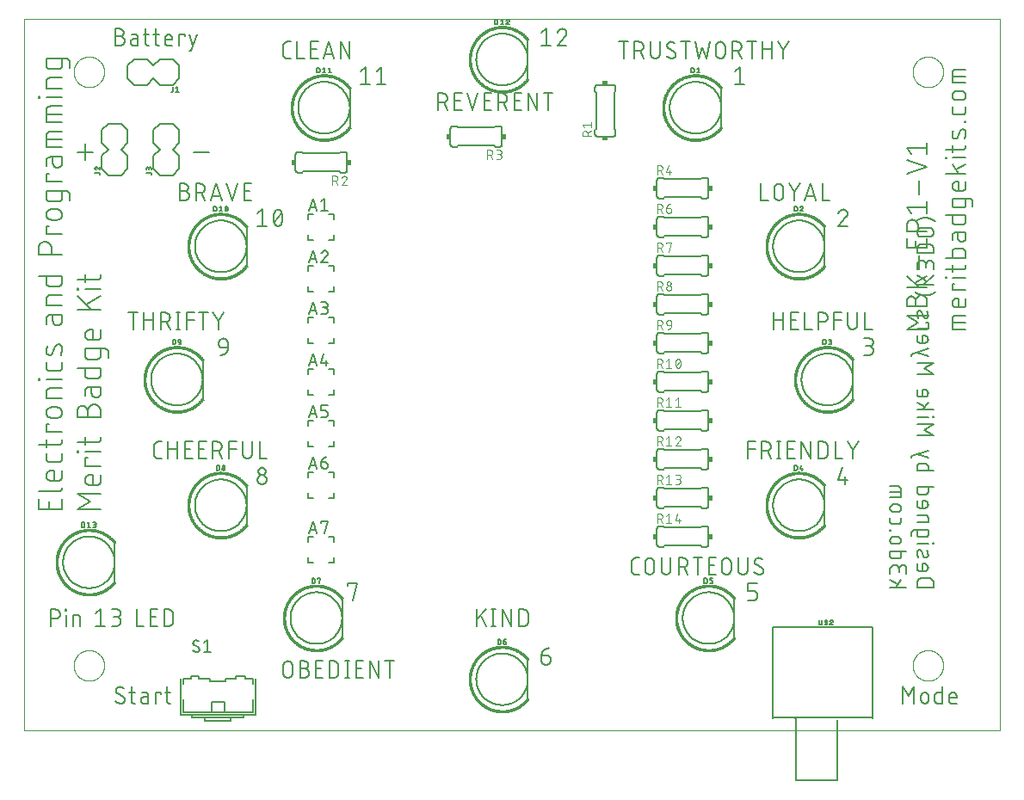
<source format=gto>
G75*
%MOIN*%
%OFA0B0*%
%FSLAX25Y25*%
%IPPOS*%
%LPD*%
%AMOC8*
5,1,8,0,0,1.08239X$1,22.5*
%
%ADD10C,0.00000*%
%ADD11C,0.00600*%
%ADD12C,0.00800*%
%ADD13C,0.00700*%
%ADD14C,0.00100*%
%ADD15C,0.00500*%
%ADD16C,0.00400*%
%ADD17R,0.02000X0.01500*%
%ADD18R,0.01500X0.02000*%
D10*
X0001000Y0020750D02*
X0001000Y0296341D01*
X0378953Y0296341D01*
X0378953Y0020750D01*
X0001000Y0020750D01*
X0020094Y0045750D02*
X0020096Y0045903D01*
X0020102Y0046057D01*
X0020112Y0046210D01*
X0020126Y0046362D01*
X0020144Y0046515D01*
X0020166Y0046666D01*
X0020191Y0046817D01*
X0020221Y0046968D01*
X0020255Y0047118D01*
X0020292Y0047266D01*
X0020333Y0047414D01*
X0020378Y0047560D01*
X0020427Y0047706D01*
X0020480Y0047850D01*
X0020536Y0047992D01*
X0020596Y0048133D01*
X0020660Y0048273D01*
X0020727Y0048411D01*
X0020798Y0048547D01*
X0020873Y0048681D01*
X0020950Y0048813D01*
X0021032Y0048943D01*
X0021116Y0049071D01*
X0021204Y0049197D01*
X0021295Y0049320D01*
X0021389Y0049441D01*
X0021487Y0049559D01*
X0021587Y0049675D01*
X0021691Y0049788D01*
X0021797Y0049899D01*
X0021906Y0050007D01*
X0022018Y0050112D01*
X0022132Y0050213D01*
X0022250Y0050312D01*
X0022369Y0050408D01*
X0022491Y0050501D01*
X0022616Y0050590D01*
X0022743Y0050677D01*
X0022872Y0050759D01*
X0023003Y0050839D01*
X0023136Y0050915D01*
X0023271Y0050988D01*
X0023408Y0051057D01*
X0023547Y0051122D01*
X0023687Y0051184D01*
X0023829Y0051242D01*
X0023972Y0051297D01*
X0024117Y0051348D01*
X0024263Y0051395D01*
X0024410Y0051438D01*
X0024558Y0051477D01*
X0024707Y0051513D01*
X0024857Y0051544D01*
X0025008Y0051572D01*
X0025159Y0051596D01*
X0025312Y0051616D01*
X0025464Y0051632D01*
X0025617Y0051644D01*
X0025770Y0051652D01*
X0025923Y0051656D01*
X0026077Y0051656D01*
X0026230Y0051652D01*
X0026383Y0051644D01*
X0026536Y0051632D01*
X0026688Y0051616D01*
X0026841Y0051596D01*
X0026992Y0051572D01*
X0027143Y0051544D01*
X0027293Y0051513D01*
X0027442Y0051477D01*
X0027590Y0051438D01*
X0027737Y0051395D01*
X0027883Y0051348D01*
X0028028Y0051297D01*
X0028171Y0051242D01*
X0028313Y0051184D01*
X0028453Y0051122D01*
X0028592Y0051057D01*
X0028729Y0050988D01*
X0028864Y0050915D01*
X0028997Y0050839D01*
X0029128Y0050759D01*
X0029257Y0050677D01*
X0029384Y0050590D01*
X0029509Y0050501D01*
X0029631Y0050408D01*
X0029750Y0050312D01*
X0029868Y0050213D01*
X0029982Y0050112D01*
X0030094Y0050007D01*
X0030203Y0049899D01*
X0030309Y0049788D01*
X0030413Y0049675D01*
X0030513Y0049559D01*
X0030611Y0049441D01*
X0030705Y0049320D01*
X0030796Y0049197D01*
X0030884Y0049071D01*
X0030968Y0048943D01*
X0031050Y0048813D01*
X0031127Y0048681D01*
X0031202Y0048547D01*
X0031273Y0048411D01*
X0031340Y0048273D01*
X0031404Y0048133D01*
X0031464Y0047992D01*
X0031520Y0047850D01*
X0031573Y0047706D01*
X0031622Y0047560D01*
X0031667Y0047414D01*
X0031708Y0047266D01*
X0031745Y0047118D01*
X0031779Y0046968D01*
X0031809Y0046817D01*
X0031834Y0046666D01*
X0031856Y0046515D01*
X0031874Y0046362D01*
X0031888Y0046210D01*
X0031898Y0046057D01*
X0031904Y0045903D01*
X0031906Y0045750D01*
X0031904Y0045597D01*
X0031898Y0045443D01*
X0031888Y0045290D01*
X0031874Y0045138D01*
X0031856Y0044985D01*
X0031834Y0044834D01*
X0031809Y0044683D01*
X0031779Y0044532D01*
X0031745Y0044382D01*
X0031708Y0044234D01*
X0031667Y0044086D01*
X0031622Y0043940D01*
X0031573Y0043794D01*
X0031520Y0043650D01*
X0031464Y0043508D01*
X0031404Y0043367D01*
X0031340Y0043227D01*
X0031273Y0043089D01*
X0031202Y0042953D01*
X0031127Y0042819D01*
X0031050Y0042687D01*
X0030968Y0042557D01*
X0030884Y0042429D01*
X0030796Y0042303D01*
X0030705Y0042180D01*
X0030611Y0042059D01*
X0030513Y0041941D01*
X0030413Y0041825D01*
X0030309Y0041712D01*
X0030203Y0041601D01*
X0030094Y0041493D01*
X0029982Y0041388D01*
X0029868Y0041287D01*
X0029750Y0041188D01*
X0029631Y0041092D01*
X0029509Y0040999D01*
X0029384Y0040910D01*
X0029257Y0040823D01*
X0029128Y0040741D01*
X0028997Y0040661D01*
X0028864Y0040585D01*
X0028729Y0040512D01*
X0028592Y0040443D01*
X0028453Y0040378D01*
X0028313Y0040316D01*
X0028171Y0040258D01*
X0028028Y0040203D01*
X0027883Y0040152D01*
X0027737Y0040105D01*
X0027590Y0040062D01*
X0027442Y0040023D01*
X0027293Y0039987D01*
X0027143Y0039956D01*
X0026992Y0039928D01*
X0026841Y0039904D01*
X0026688Y0039884D01*
X0026536Y0039868D01*
X0026383Y0039856D01*
X0026230Y0039848D01*
X0026077Y0039844D01*
X0025923Y0039844D01*
X0025770Y0039848D01*
X0025617Y0039856D01*
X0025464Y0039868D01*
X0025312Y0039884D01*
X0025159Y0039904D01*
X0025008Y0039928D01*
X0024857Y0039956D01*
X0024707Y0039987D01*
X0024558Y0040023D01*
X0024410Y0040062D01*
X0024263Y0040105D01*
X0024117Y0040152D01*
X0023972Y0040203D01*
X0023829Y0040258D01*
X0023687Y0040316D01*
X0023547Y0040378D01*
X0023408Y0040443D01*
X0023271Y0040512D01*
X0023136Y0040585D01*
X0023003Y0040661D01*
X0022872Y0040741D01*
X0022743Y0040823D01*
X0022616Y0040910D01*
X0022491Y0040999D01*
X0022369Y0041092D01*
X0022250Y0041188D01*
X0022132Y0041287D01*
X0022018Y0041388D01*
X0021906Y0041493D01*
X0021797Y0041601D01*
X0021691Y0041712D01*
X0021587Y0041825D01*
X0021487Y0041941D01*
X0021389Y0042059D01*
X0021295Y0042180D01*
X0021204Y0042303D01*
X0021116Y0042429D01*
X0021032Y0042557D01*
X0020950Y0042687D01*
X0020873Y0042819D01*
X0020798Y0042953D01*
X0020727Y0043089D01*
X0020660Y0043227D01*
X0020596Y0043367D01*
X0020536Y0043508D01*
X0020480Y0043650D01*
X0020427Y0043794D01*
X0020378Y0043940D01*
X0020333Y0044086D01*
X0020292Y0044234D01*
X0020255Y0044382D01*
X0020221Y0044532D01*
X0020191Y0044683D01*
X0020166Y0044834D01*
X0020144Y0044985D01*
X0020126Y0045138D01*
X0020112Y0045290D01*
X0020102Y0045443D01*
X0020096Y0045597D01*
X0020094Y0045750D01*
X0020094Y0275750D02*
X0020096Y0275903D01*
X0020102Y0276057D01*
X0020112Y0276210D01*
X0020126Y0276362D01*
X0020144Y0276515D01*
X0020166Y0276666D01*
X0020191Y0276817D01*
X0020221Y0276968D01*
X0020255Y0277118D01*
X0020292Y0277266D01*
X0020333Y0277414D01*
X0020378Y0277560D01*
X0020427Y0277706D01*
X0020480Y0277850D01*
X0020536Y0277992D01*
X0020596Y0278133D01*
X0020660Y0278273D01*
X0020727Y0278411D01*
X0020798Y0278547D01*
X0020873Y0278681D01*
X0020950Y0278813D01*
X0021032Y0278943D01*
X0021116Y0279071D01*
X0021204Y0279197D01*
X0021295Y0279320D01*
X0021389Y0279441D01*
X0021487Y0279559D01*
X0021587Y0279675D01*
X0021691Y0279788D01*
X0021797Y0279899D01*
X0021906Y0280007D01*
X0022018Y0280112D01*
X0022132Y0280213D01*
X0022250Y0280312D01*
X0022369Y0280408D01*
X0022491Y0280501D01*
X0022616Y0280590D01*
X0022743Y0280677D01*
X0022872Y0280759D01*
X0023003Y0280839D01*
X0023136Y0280915D01*
X0023271Y0280988D01*
X0023408Y0281057D01*
X0023547Y0281122D01*
X0023687Y0281184D01*
X0023829Y0281242D01*
X0023972Y0281297D01*
X0024117Y0281348D01*
X0024263Y0281395D01*
X0024410Y0281438D01*
X0024558Y0281477D01*
X0024707Y0281513D01*
X0024857Y0281544D01*
X0025008Y0281572D01*
X0025159Y0281596D01*
X0025312Y0281616D01*
X0025464Y0281632D01*
X0025617Y0281644D01*
X0025770Y0281652D01*
X0025923Y0281656D01*
X0026077Y0281656D01*
X0026230Y0281652D01*
X0026383Y0281644D01*
X0026536Y0281632D01*
X0026688Y0281616D01*
X0026841Y0281596D01*
X0026992Y0281572D01*
X0027143Y0281544D01*
X0027293Y0281513D01*
X0027442Y0281477D01*
X0027590Y0281438D01*
X0027737Y0281395D01*
X0027883Y0281348D01*
X0028028Y0281297D01*
X0028171Y0281242D01*
X0028313Y0281184D01*
X0028453Y0281122D01*
X0028592Y0281057D01*
X0028729Y0280988D01*
X0028864Y0280915D01*
X0028997Y0280839D01*
X0029128Y0280759D01*
X0029257Y0280677D01*
X0029384Y0280590D01*
X0029509Y0280501D01*
X0029631Y0280408D01*
X0029750Y0280312D01*
X0029868Y0280213D01*
X0029982Y0280112D01*
X0030094Y0280007D01*
X0030203Y0279899D01*
X0030309Y0279788D01*
X0030413Y0279675D01*
X0030513Y0279559D01*
X0030611Y0279441D01*
X0030705Y0279320D01*
X0030796Y0279197D01*
X0030884Y0279071D01*
X0030968Y0278943D01*
X0031050Y0278813D01*
X0031127Y0278681D01*
X0031202Y0278547D01*
X0031273Y0278411D01*
X0031340Y0278273D01*
X0031404Y0278133D01*
X0031464Y0277992D01*
X0031520Y0277850D01*
X0031573Y0277706D01*
X0031622Y0277560D01*
X0031667Y0277414D01*
X0031708Y0277266D01*
X0031745Y0277118D01*
X0031779Y0276968D01*
X0031809Y0276817D01*
X0031834Y0276666D01*
X0031856Y0276515D01*
X0031874Y0276362D01*
X0031888Y0276210D01*
X0031898Y0276057D01*
X0031904Y0275903D01*
X0031906Y0275750D01*
X0031904Y0275597D01*
X0031898Y0275443D01*
X0031888Y0275290D01*
X0031874Y0275138D01*
X0031856Y0274985D01*
X0031834Y0274834D01*
X0031809Y0274683D01*
X0031779Y0274532D01*
X0031745Y0274382D01*
X0031708Y0274234D01*
X0031667Y0274086D01*
X0031622Y0273940D01*
X0031573Y0273794D01*
X0031520Y0273650D01*
X0031464Y0273508D01*
X0031404Y0273367D01*
X0031340Y0273227D01*
X0031273Y0273089D01*
X0031202Y0272953D01*
X0031127Y0272819D01*
X0031050Y0272687D01*
X0030968Y0272557D01*
X0030884Y0272429D01*
X0030796Y0272303D01*
X0030705Y0272180D01*
X0030611Y0272059D01*
X0030513Y0271941D01*
X0030413Y0271825D01*
X0030309Y0271712D01*
X0030203Y0271601D01*
X0030094Y0271493D01*
X0029982Y0271388D01*
X0029868Y0271287D01*
X0029750Y0271188D01*
X0029631Y0271092D01*
X0029509Y0270999D01*
X0029384Y0270910D01*
X0029257Y0270823D01*
X0029128Y0270741D01*
X0028997Y0270661D01*
X0028864Y0270585D01*
X0028729Y0270512D01*
X0028592Y0270443D01*
X0028453Y0270378D01*
X0028313Y0270316D01*
X0028171Y0270258D01*
X0028028Y0270203D01*
X0027883Y0270152D01*
X0027737Y0270105D01*
X0027590Y0270062D01*
X0027442Y0270023D01*
X0027293Y0269987D01*
X0027143Y0269956D01*
X0026992Y0269928D01*
X0026841Y0269904D01*
X0026688Y0269884D01*
X0026536Y0269868D01*
X0026383Y0269856D01*
X0026230Y0269848D01*
X0026077Y0269844D01*
X0025923Y0269844D01*
X0025770Y0269848D01*
X0025617Y0269856D01*
X0025464Y0269868D01*
X0025312Y0269884D01*
X0025159Y0269904D01*
X0025008Y0269928D01*
X0024857Y0269956D01*
X0024707Y0269987D01*
X0024558Y0270023D01*
X0024410Y0270062D01*
X0024263Y0270105D01*
X0024117Y0270152D01*
X0023972Y0270203D01*
X0023829Y0270258D01*
X0023687Y0270316D01*
X0023547Y0270378D01*
X0023408Y0270443D01*
X0023271Y0270512D01*
X0023136Y0270585D01*
X0023003Y0270661D01*
X0022872Y0270741D01*
X0022743Y0270823D01*
X0022616Y0270910D01*
X0022491Y0270999D01*
X0022369Y0271092D01*
X0022250Y0271188D01*
X0022132Y0271287D01*
X0022018Y0271388D01*
X0021906Y0271493D01*
X0021797Y0271601D01*
X0021691Y0271712D01*
X0021587Y0271825D01*
X0021487Y0271941D01*
X0021389Y0272059D01*
X0021295Y0272180D01*
X0021204Y0272303D01*
X0021116Y0272429D01*
X0021032Y0272557D01*
X0020950Y0272687D01*
X0020873Y0272819D01*
X0020798Y0272953D01*
X0020727Y0273089D01*
X0020660Y0273227D01*
X0020596Y0273367D01*
X0020536Y0273508D01*
X0020480Y0273650D01*
X0020427Y0273794D01*
X0020378Y0273940D01*
X0020333Y0274086D01*
X0020292Y0274234D01*
X0020255Y0274382D01*
X0020221Y0274532D01*
X0020191Y0274683D01*
X0020166Y0274834D01*
X0020144Y0274985D01*
X0020126Y0275138D01*
X0020112Y0275290D01*
X0020102Y0275443D01*
X0020096Y0275597D01*
X0020094Y0275750D01*
X0345094Y0275750D02*
X0345096Y0275903D01*
X0345102Y0276057D01*
X0345112Y0276210D01*
X0345126Y0276362D01*
X0345144Y0276515D01*
X0345166Y0276666D01*
X0345191Y0276817D01*
X0345221Y0276968D01*
X0345255Y0277118D01*
X0345292Y0277266D01*
X0345333Y0277414D01*
X0345378Y0277560D01*
X0345427Y0277706D01*
X0345480Y0277850D01*
X0345536Y0277992D01*
X0345596Y0278133D01*
X0345660Y0278273D01*
X0345727Y0278411D01*
X0345798Y0278547D01*
X0345873Y0278681D01*
X0345950Y0278813D01*
X0346032Y0278943D01*
X0346116Y0279071D01*
X0346204Y0279197D01*
X0346295Y0279320D01*
X0346389Y0279441D01*
X0346487Y0279559D01*
X0346587Y0279675D01*
X0346691Y0279788D01*
X0346797Y0279899D01*
X0346906Y0280007D01*
X0347018Y0280112D01*
X0347132Y0280213D01*
X0347250Y0280312D01*
X0347369Y0280408D01*
X0347491Y0280501D01*
X0347616Y0280590D01*
X0347743Y0280677D01*
X0347872Y0280759D01*
X0348003Y0280839D01*
X0348136Y0280915D01*
X0348271Y0280988D01*
X0348408Y0281057D01*
X0348547Y0281122D01*
X0348687Y0281184D01*
X0348829Y0281242D01*
X0348972Y0281297D01*
X0349117Y0281348D01*
X0349263Y0281395D01*
X0349410Y0281438D01*
X0349558Y0281477D01*
X0349707Y0281513D01*
X0349857Y0281544D01*
X0350008Y0281572D01*
X0350159Y0281596D01*
X0350312Y0281616D01*
X0350464Y0281632D01*
X0350617Y0281644D01*
X0350770Y0281652D01*
X0350923Y0281656D01*
X0351077Y0281656D01*
X0351230Y0281652D01*
X0351383Y0281644D01*
X0351536Y0281632D01*
X0351688Y0281616D01*
X0351841Y0281596D01*
X0351992Y0281572D01*
X0352143Y0281544D01*
X0352293Y0281513D01*
X0352442Y0281477D01*
X0352590Y0281438D01*
X0352737Y0281395D01*
X0352883Y0281348D01*
X0353028Y0281297D01*
X0353171Y0281242D01*
X0353313Y0281184D01*
X0353453Y0281122D01*
X0353592Y0281057D01*
X0353729Y0280988D01*
X0353864Y0280915D01*
X0353997Y0280839D01*
X0354128Y0280759D01*
X0354257Y0280677D01*
X0354384Y0280590D01*
X0354509Y0280501D01*
X0354631Y0280408D01*
X0354750Y0280312D01*
X0354868Y0280213D01*
X0354982Y0280112D01*
X0355094Y0280007D01*
X0355203Y0279899D01*
X0355309Y0279788D01*
X0355413Y0279675D01*
X0355513Y0279559D01*
X0355611Y0279441D01*
X0355705Y0279320D01*
X0355796Y0279197D01*
X0355884Y0279071D01*
X0355968Y0278943D01*
X0356050Y0278813D01*
X0356127Y0278681D01*
X0356202Y0278547D01*
X0356273Y0278411D01*
X0356340Y0278273D01*
X0356404Y0278133D01*
X0356464Y0277992D01*
X0356520Y0277850D01*
X0356573Y0277706D01*
X0356622Y0277560D01*
X0356667Y0277414D01*
X0356708Y0277266D01*
X0356745Y0277118D01*
X0356779Y0276968D01*
X0356809Y0276817D01*
X0356834Y0276666D01*
X0356856Y0276515D01*
X0356874Y0276362D01*
X0356888Y0276210D01*
X0356898Y0276057D01*
X0356904Y0275903D01*
X0356906Y0275750D01*
X0356904Y0275597D01*
X0356898Y0275443D01*
X0356888Y0275290D01*
X0356874Y0275138D01*
X0356856Y0274985D01*
X0356834Y0274834D01*
X0356809Y0274683D01*
X0356779Y0274532D01*
X0356745Y0274382D01*
X0356708Y0274234D01*
X0356667Y0274086D01*
X0356622Y0273940D01*
X0356573Y0273794D01*
X0356520Y0273650D01*
X0356464Y0273508D01*
X0356404Y0273367D01*
X0356340Y0273227D01*
X0356273Y0273089D01*
X0356202Y0272953D01*
X0356127Y0272819D01*
X0356050Y0272687D01*
X0355968Y0272557D01*
X0355884Y0272429D01*
X0355796Y0272303D01*
X0355705Y0272180D01*
X0355611Y0272059D01*
X0355513Y0271941D01*
X0355413Y0271825D01*
X0355309Y0271712D01*
X0355203Y0271601D01*
X0355094Y0271493D01*
X0354982Y0271388D01*
X0354868Y0271287D01*
X0354750Y0271188D01*
X0354631Y0271092D01*
X0354509Y0270999D01*
X0354384Y0270910D01*
X0354257Y0270823D01*
X0354128Y0270741D01*
X0353997Y0270661D01*
X0353864Y0270585D01*
X0353729Y0270512D01*
X0353592Y0270443D01*
X0353453Y0270378D01*
X0353313Y0270316D01*
X0353171Y0270258D01*
X0353028Y0270203D01*
X0352883Y0270152D01*
X0352737Y0270105D01*
X0352590Y0270062D01*
X0352442Y0270023D01*
X0352293Y0269987D01*
X0352143Y0269956D01*
X0351992Y0269928D01*
X0351841Y0269904D01*
X0351688Y0269884D01*
X0351536Y0269868D01*
X0351383Y0269856D01*
X0351230Y0269848D01*
X0351077Y0269844D01*
X0350923Y0269844D01*
X0350770Y0269848D01*
X0350617Y0269856D01*
X0350464Y0269868D01*
X0350312Y0269884D01*
X0350159Y0269904D01*
X0350008Y0269928D01*
X0349857Y0269956D01*
X0349707Y0269987D01*
X0349558Y0270023D01*
X0349410Y0270062D01*
X0349263Y0270105D01*
X0349117Y0270152D01*
X0348972Y0270203D01*
X0348829Y0270258D01*
X0348687Y0270316D01*
X0348547Y0270378D01*
X0348408Y0270443D01*
X0348271Y0270512D01*
X0348136Y0270585D01*
X0348003Y0270661D01*
X0347872Y0270741D01*
X0347743Y0270823D01*
X0347616Y0270910D01*
X0347491Y0270999D01*
X0347369Y0271092D01*
X0347250Y0271188D01*
X0347132Y0271287D01*
X0347018Y0271388D01*
X0346906Y0271493D01*
X0346797Y0271601D01*
X0346691Y0271712D01*
X0346587Y0271825D01*
X0346487Y0271941D01*
X0346389Y0272059D01*
X0346295Y0272180D01*
X0346204Y0272303D01*
X0346116Y0272429D01*
X0346032Y0272557D01*
X0345950Y0272687D01*
X0345873Y0272819D01*
X0345798Y0272953D01*
X0345727Y0273089D01*
X0345660Y0273227D01*
X0345596Y0273367D01*
X0345536Y0273508D01*
X0345480Y0273650D01*
X0345427Y0273794D01*
X0345378Y0273940D01*
X0345333Y0274086D01*
X0345292Y0274234D01*
X0345255Y0274382D01*
X0345221Y0274532D01*
X0345191Y0274683D01*
X0345166Y0274834D01*
X0345144Y0274985D01*
X0345126Y0275138D01*
X0345112Y0275290D01*
X0345102Y0275443D01*
X0345096Y0275597D01*
X0345094Y0275750D01*
X0345094Y0045750D02*
X0345096Y0045903D01*
X0345102Y0046057D01*
X0345112Y0046210D01*
X0345126Y0046362D01*
X0345144Y0046515D01*
X0345166Y0046666D01*
X0345191Y0046817D01*
X0345221Y0046968D01*
X0345255Y0047118D01*
X0345292Y0047266D01*
X0345333Y0047414D01*
X0345378Y0047560D01*
X0345427Y0047706D01*
X0345480Y0047850D01*
X0345536Y0047992D01*
X0345596Y0048133D01*
X0345660Y0048273D01*
X0345727Y0048411D01*
X0345798Y0048547D01*
X0345873Y0048681D01*
X0345950Y0048813D01*
X0346032Y0048943D01*
X0346116Y0049071D01*
X0346204Y0049197D01*
X0346295Y0049320D01*
X0346389Y0049441D01*
X0346487Y0049559D01*
X0346587Y0049675D01*
X0346691Y0049788D01*
X0346797Y0049899D01*
X0346906Y0050007D01*
X0347018Y0050112D01*
X0347132Y0050213D01*
X0347250Y0050312D01*
X0347369Y0050408D01*
X0347491Y0050501D01*
X0347616Y0050590D01*
X0347743Y0050677D01*
X0347872Y0050759D01*
X0348003Y0050839D01*
X0348136Y0050915D01*
X0348271Y0050988D01*
X0348408Y0051057D01*
X0348547Y0051122D01*
X0348687Y0051184D01*
X0348829Y0051242D01*
X0348972Y0051297D01*
X0349117Y0051348D01*
X0349263Y0051395D01*
X0349410Y0051438D01*
X0349558Y0051477D01*
X0349707Y0051513D01*
X0349857Y0051544D01*
X0350008Y0051572D01*
X0350159Y0051596D01*
X0350312Y0051616D01*
X0350464Y0051632D01*
X0350617Y0051644D01*
X0350770Y0051652D01*
X0350923Y0051656D01*
X0351077Y0051656D01*
X0351230Y0051652D01*
X0351383Y0051644D01*
X0351536Y0051632D01*
X0351688Y0051616D01*
X0351841Y0051596D01*
X0351992Y0051572D01*
X0352143Y0051544D01*
X0352293Y0051513D01*
X0352442Y0051477D01*
X0352590Y0051438D01*
X0352737Y0051395D01*
X0352883Y0051348D01*
X0353028Y0051297D01*
X0353171Y0051242D01*
X0353313Y0051184D01*
X0353453Y0051122D01*
X0353592Y0051057D01*
X0353729Y0050988D01*
X0353864Y0050915D01*
X0353997Y0050839D01*
X0354128Y0050759D01*
X0354257Y0050677D01*
X0354384Y0050590D01*
X0354509Y0050501D01*
X0354631Y0050408D01*
X0354750Y0050312D01*
X0354868Y0050213D01*
X0354982Y0050112D01*
X0355094Y0050007D01*
X0355203Y0049899D01*
X0355309Y0049788D01*
X0355413Y0049675D01*
X0355513Y0049559D01*
X0355611Y0049441D01*
X0355705Y0049320D01*
X0355796Y0049197D01*
X0355884Y0049071D01*
X0355968Y0048943D01*
X0356050Y0048813D01*
X0356127Y0048681D01*
X0356202Y0048547D01*
X0356273Y0048411D01*
X0356340Y0048273D01*
X0356404Y0048133D01*
X0356464Y0047992D01*
X0356520Y0047850D01*
X0356573Y0047706D01*
X0356622Y0047560D01*
X0356667Y0047414D01*
X0356708Y0047266D01*
X0356745Y0047118D01*
X0356779Y0046968D01*
X0356809Y0046817D01*
X0356834Y0046666D01*
X0356856Y0046515D01*
X0356874Y0046362D01*
X0356888Y0046210D01*
X0356898Y0046057D01*
X0356904Y0045903D01*
X0356906Y0045750D01*
X0356904Y0045597D01*
X0356898Y0045443D01*
X0356888Y0045290D01*
X0356874Y0045138D01*
X0356856Y0044985D01*
X0356834Y0044834D01*
X0356809Y0044683D01*
X0356779Y0044532D01*
X0356745Y0044382D01*
X0356708Y0044234D01*
X0356667Y0044086D01*
X0356622Y0043940D01*
X0356573Y0043794D01*
X0356520Y0043650D01*
X0356464Y0043508D01*
X0356404Y0043367D01*
X0356340Y0043227D01*
X0356273Y0043089D01*
X0356202Y0042953D01*
X0356127Y0042819D01*
X0356050Y0042687D01*
X0355968Y0042557D01*
X0355884Y0042429D01*
X0355796Y0042303D01*
X0355705Y0042180D01*
X0355611Y0042059D01*
X0355513Y0041941D01*
X0355413Y0041825D01*
X0355309Y0041712D01*
X0355203Y0041601D01*
X0355094Y0041493D01*
X0354982Y0041388D01*
X0354868Y0041287D01*
X0354750Y0041188D01*
X0354631Y0041092D01*
X0354509Y0040999D01*
X0354384Y0040910D01*
X0354257Y0040823D01*
X0354128Y0040741D01*
X0353997Y0040661D01*
X0353864Y0040585D01*
X0353729Y0040512D01*
X0353592Y0040443D01*
X0353453Y0040378D01*
X0353313Y0040316D01*
X0353171Y0040258D01*
X0353028Y0040203D01*
X0352883Y0040152D01*
X0352737Y0040105D01*
X0352590Y0040062D01*
X0352442Y0040023D01*
X0352293Y0039987D01*
X0352143Y0039956D01*
X0351992Y0039928D01*
X0351841Y0039904D01*
X0351688Y0039884D01*
X0351536Y0039868D01*
X0351383Y0039856D01*
X0351230Y0039848D01*
X0351077Y0039844D01*
X0350923Y0039844D01*
X0350770Y0039848D01*
X0350617Y0039856D01*
X0350464Y0039868D01*
X0350312Y0039884D01*
X0350159Y0039904D01*
X0350008Y0039928D01*
X0349857Y0039956D01*
X0349707Y0039987D01*
X0349558Y0040023D01*
X0349410Y0040062D01*
X0349263Y0040105D01*
X0349117Y0040152D01*
X0348972Y0040203D01*
X0348829Y0040258D01*
X0348687Y0040316D01*
X0348547Y0040378D01*
X0348408Y0040443D01*
X0348271Y0040512D01*
X0348136Y0040585D01*
X0348003Y0040661D01*
X0347872Y0040741D01*
X0347743Y0040823D01*
X0347616Y0040910D01*
X0347491Y0040999D01*
X0347369Y0041092D01*
X0347250Y0041188D01*
X0347132Y0041287D01*
X0347018Y0041388D01*
X0346906Y0041493D01*
X0346797Y0041601D01*
X0346691Y0041712D01*
X0346587Y0041825D01*
X0346487Y0041941D01*
X0346389Y0042059D01*
X0346295Y0042180D01*
X0346204Y0042303D01*
X0346116Y0042429D01*
X0346032Y0042557D01*
X0345950Y0042687D01*
X0345873Y0042819D01*
X0345798Y0042953D01*
X0345727Y0043089D01*
X0345660Y0043227D01*
X0345596Y0043367D01*
X0345536Y0043508D01*
X0345480Y0043650D01*
X0345427Y0043794D01*
X0345378Y0043940D01*
X0345333Y0044086D01*
X0345292Y0044234D01*
X0345255Y0044382D01*
X0345221Y0044532D01*
X0345191Y0044683D01*
X0345166Y0044834D01*
X0345144Y0044985D01*
X0345126Y0045138D01*
X0345112Y0045290D01*
X0345102Y0045443D01*
X0345096Y0045597D01*
X0345094Y0045750D01*
D11*
X0345567Y0037450D02*
X0345567Y0031050D01*
X0348370Y0032472D02*
X0348370Y0033894D01*
X0348372Y0033968D01*
X0348378Y0034043D01*
X0348388Y0034116D01*
X0348401Y0034190D01*
X0348418Y0034262D01*
X0348440Y0034333D01*
X0348464Y0034404D01*
X0348493Y0034472D01*
X0348525Y0034540D01*
X0348561Y0034605D01*
X0348599Y0034668D01*
X0348642Y0034730D01*
X0348687Y0034789D01*
X0348735Y0034846D01*
X0348786Y0034900D01*
X0348840Y0034951D01*
X0348897Y0034999D01*
X0348956Y0035044D01*
X0349018Y0035087D01*
X0349081Y0035125D01*
X0349146Y0035161D01*
X0349214Y0035193D01*
X0349282Y0035222D01*
X0349353Y0035246D01*
X0349424Y0035268D01*
X0349496Y0035285D01*
X0349570Y0035298D01*
X0349643Y0035308D01*
X0349718Y0035314D01*
X0349792Y0035316D01*
X0349866Y0035314D01*
X0349941Y0035308D01*
X0350014Y0035298D01*
X0350088Y0035285D01*
X0350160Y0035268D01*
X0350231Y0035246D01*
X0350302Y0035222D01*
X0350370Y0035193D01*
X0350438Y0035161D01*
X0350503Y0035125D01*
X0350566Y0035087D01*
X0350628Y0035044D01*
X0350687Y0034999D01*
X0350744Y0034951D01*
X0350798Y0034900D01*
X0350849Y0034846D01*
X0350897Y0034789D01*
X0350942Y0034730D01*
X0350985Y0034668D01*
X0351023Y0034605D01*
X0351059Y0034540D01*
X0351091Y0034472D01*
X0351120Y0034404D01*
X0351144Y0034333D01*
X0351166Y0034262D01*
X0351183Y0034190D01*
X0351196Y0034116D01*
X0351206Y0034043D01*
X0351212Y0033968D01*
X0351214Y0033894D01*
X0351215Y0033894D02*
X0351215Y0032472D01*
X0351214Y0032472D02*
X0351212Y0032398D01*
X0351206Y0032323D01*
X0351196Y0032250D01*
X0351183Y0032176D01*
X0351166Y0032104D01*
X0351144Y0032033D01*
X0351120Y0031962D01*
X0351091Y0031894D01*
X0351059Y0031826D01*
X0351023Y0031761D01*
X0350985Y0031698D01*
X0350942Y0031636D01*
X0350897Y0031577D01*
X0350849Y0031520D01*
X0350798Y0031466D01*
X0350744Y0031415D01*
X0350687Y0031367D01*
X0350628Y0031322D01*
X0350566Y0031279D01*
X0350503Y0031241D01*
X0350438Y0031205D01*
X0350370Y0031173D01*
X0350302Y0031144D01*
X0350231Y0031120D01*
X0350160Y0031098D01*
X0350088Y0031081D01*
X0350014Y0031068D01*
X0349941Y0031058D01*
X0349866Y0031052D01*
X0349792Y0031050D01*
X0349718Y0031052D01*
X0349643Y0031058D01*
X0349570Y0031068D01*
X0349496Y0031081D01*
X0349424Y0031098D01*
X0349353Y0031120D01*
X0349282Y0031144D01*
X0349214Y0031173D01*
X0349146Y0031205D01*
X0349081Y0031241D01*
X0349018Y0031279D01*
X0348956Y0031322D01*
X0348897Y0031367D01*
X0348840Y0031415D01*
X0348786Y0031466D01*
X0348735Y0031520D01*
X0348687Y0031577D01*
X0348642Y0031636D01*
X0348599Y0031698D01*
X0348561Y0031761D01*
X0348525Y0031826D01*
X0348493Y0031894D01*
X0348464Y0031962D01*
X0348440Y0032033D01*
X0348418Y0032104D01*
X0348401Y0032176D01*
X0348388Y0032250D01*
X0348378Y0032323D01*
X0348372Y0032398D01*
X0348370Y0032472D01*
X0343433Y0033894D02*
X0345567Y0037450D01*
X0343433Y0033894D02*
X0341300Y0037450D01*
X0341300Y0031050D01*
X0353675Y0032117D02*
X0353675Y0034250D01*
X0353677Y0034314D01*
X0353683Y0034379D01*
X0353692Y0034442D01*
X0353706Y0034505D01*
X0353723Y0034567D01*
X0353744Y0034628D01*
X0353769Y0034688D01*
X0353797Y0034746D01*
X0353829Y0034802D01*
X0353864Y0034856D01*
X0353902Y0034908D01*
X0353943Y0034958D01*
X0353988Y0035004D01*
X0354034Y0035049D01*
X0354084Y0035090D01*
X0354136Y0035128D01*
X0354190Y0035163D01*
X0354246Y0035195D01*
X0354304Y0035223D01*
X0354364Y0035248D01*
X0354425Y0035269D01*
X0354487Y0035286D01*
X0354550Y0035300D01*
X0354613Y0035309D01*
X0354678Y0035315D01*
X0354742Y0035317D01*
X0356519Y0035317D01*
X0356519Y0037450D02*
X0356519Y0031050D01*
X0354742Y0031050D01*
X0354678Y0031052D01*
X0354613Y0031058D01*
X0354550Y0031067D01*
X0354487Y0031081D01*
X0354425Y0031098D01*
X0354364Y0031119D01*
X0354304Y0031144D01*
X0354246Y0031172D01*
X0354190Y0031204D01*
X0354136Y0031239D01*
X0354084Y0031277D01*
X0354034Y0031318D01*
X0353988Y0031363D01*
X0353943Y0031409D01*
X0353902Y0031459D01*
X0353864Y0031511D01*
X0353829Y0031565D01*
X0353797Y0031621D01*
X0353769Y0031679D01*
X0353744Y0031739D01*
X0353723Y0031800D01*
X0353706Y0031862D01*
X0353692Y0031925D01*
X0353683Y0031988D01*
X0353677Y0032053D01*
X0353675Y0032117D01*
X0359242Y0032117D02*
X0359242Y0033894D01*
X0359242Y0033183D02*
X0362087Y0033183D01*
X0362087Y0033894D01*
X0362085Y0033968D01*
X0362079Y0034043D01*
X0362069Y0034116D01*
X0362056Y0034190D01*
X0362039Y0034262D01*
X0362017Y0034333D01*
X0361993Y0034404D01*
X0361964Y0034472D01*
X0361932Y0034540D01*
X0361896Y0034605D01*
X0361858Y0034668D01*
X0361815Y0034730D01*
X0361770Y0034789D01*
X0361722Y0034846D01*
X0361671Y0034900D01*
X0361617Y0034951D01*
X0361560Y0034999D01*
X0361501Y0035044D01*
X0361439Y0035087D01*
X0361376Y0035125D01*
X0361311Y0035161D01*
X0361243Y0035193D01*
X0361175Y0035222D01*
X0361104Y0035246D01*
X0361033Y0035268D01*
X0360961Y0035285D01*
X0360887Y0035298D01*
X0360814Y0035308D01*
X0360739Y0035314D01*
X0360665Y0035316D01*
X0360591Y0035314D01*
X0360516Y0035308D01*
X0360443Y0035298D01*
X0360369Y0035285D01*
X0360297Y0035268D01*
X0360226Y0035246D01*
X0360155Y0035222D01*
X0360087Y0035193D01*
X0360019Y0035161D01*
X0359954Y0035125D01*
X0359891Y0035087D01*
X0359829Y0035044D01*
X0359770Y0034999D01*
X0359713Y0034951D01*
X0359659Y0034900D01*
X0359608Y0034846D01*
X0359560Y0034789D01*
X0359515Y0034730D01*
X0359472Y0034668D01*
X0359434Y0034605D01*
X0359398Y0034540D01*
X0359366Y0034472D01*
X0359337Y0034404D01*
X0359313Y0034333D01*
X0359291Y0034262D01*
X0359274Y0034190D01*
X0359261Y0034116D01*
X0359251Y0034043D01*
X0359245Y0033968D01*
X0359243Y0033894D01*
X0359242Y0032117D02*
X0359244Y0032053D01*
X0359250Y0031988D01*
X0359259Y0031925D01*
X0359273Y0031862D01*
X0359290Y0031800D01*
X0359311Y0031739D01*
X0359336Y0031679D01*
X0359364Y0031621D01*
X0359396Y0031565D01*
X0359431Y0031511D01*
X0359469Y0031459D01*
X0359510Y0031409D01*
X0359555Y0031363D01*
X0359601Y0031318D01*
X0359651Y0031277D01*
X0359703Y0031239D01*
X0359757Y0031204D01*
X0359813Y0031172D01*
X0359871Y0031144D01*
X0359931Y0031119D01*
X0359992Y0031098D01*
X0360054Y0031081D01*
X0360117Y0031067D01*
X0360180Y0031058D01*
X0360245Y0031052D01*
X0360309Y0031050D01*
X0362087Y0031050D01*
X0353200Y0076050D02*
X0346800Y0076050D01*
X0346800Y0077828D01*
X0346802Y0077910D01*
X0346808Y0077992D01*
X0346817Y0078074D01*
X0346830Y0078155D01*
X0346847Y0078235D01*
X0346868Y0078315D01*
X0346892Y0078393D01*
X0346920Y0078470D01*
X0346951Y0078546D01*
X0346986Y0078621D01*
X0347025Y0078693D01*
X0347066Y0078764D01*
X0347111Y0078833D01*
X0347159Y0078899D01*
X0347210Y0078964D01*
X0347264Y0079026D01*
X0347321Y0079085D01*
X0347380Y0079142D01*
X0347442Y0079196D01*
X0347507Y0079247D01*
X0347573Y0079295D01*
X0347642Y0079340D01*
X0347713Y0079381D01*
X0347785Y0079420D01*
X0347860Y0079455D01*
X0347936Y0079486D01*
X0348013Y0079514D01*
X0348091Y0079538D01*
X0348171Y0079559D01*
X0348251Y0079576D01*
X0348332Y0079589D01*
X0348414Y0079598D01*
X0348496Y0079604D01*
X0348578Y0079606D01*
X0351422Y0079606D01*
X0351504Y0079604D01*
X0351586Y0079598D01*
X0351668Y0079589D01*
X0351749Y0079576D01*
X0351829Y0079559D01*
X0351909Y0079538D01*
X0351987Y0079514D01*
X0352064Y0079486D01*
X0352140Y0079455D01*
X0352215Y0079420D01*
X0352287Y0079381D01*
X0352358Y0079340D01*
X0352427Y0079295D01*
X0352493Y0079247D01*
X0352558Y0079196D01*
X0352620Y0079142D01*
X0352679Y0079085D01*
X0352736Y0079026D01*
X0352790Y0078964D01*
X0352841Y0078899D01*
X0352889Y0078833D01*
X0352934Y0078764D01*
X0352975Y0078693D01*
X0353014Y0078621D01*
X0353049Y0078546D01*
X0353080Y0078470D01*
X0353108Y0078393D01*
X0353132Y0078315D01*
X0353153Y0078235D01*
X0353170Y0078155D01*
X0353183Y0078074D01*
X0353192Y0077992D01*
X0353198Y0077910D01*
X0353200Y0077828D01*
X0353200Y0076050D01*
X0349644Y0082354D02*
X0347867Y0082354D01*
X0348933Y0082354D02*
X0348933Y0085199D01*
X0349644Y0085199D01*
X0349718Y0085197D01*
X0349793Y0085191D01*
X0349866Y0085181D01*
X0349940Y0085168D01*
X0350012Y0085151D01*
X0350083Y0085129D01*
X0350154Y0085105D01*
X0350222Y0085076D01*
X0350290Y0085044D01*
X0350355Y0085008D01*
X0350418Y0084970D01*
X0350480Y0084927D01*
X0350539Y0084882D01*
X0350596Y0084834D01*
X0350650Y0084783D01*
X0350701Y0084729D01*
X0350749Y0084672D01*
X0350794Y0084613D01*
X0350837Y0084551D01*
X0350875Y0084488D01*
X0350911Y0084423D01*
X0350943Y0084355D01*
X0350972Y0084287D01*
X0350996Y0084216D01*
X0351018Y0084145D01*
X0351035Y0084073D01*
X0351048Y0083999D01*
X0351058Y0083926D01*
X0351064Y0083851D01*
X0351066Y0083777D01*
X0351064Y0083703D01*
X0351058Y0083628D01*
X0351048Y0083555D01*
X0351035Y0083481D01*
X0351018Y0083409D01*
X0350996Y0083338D01*
X0350972Y0083267D01*
X0350943Y0083199D01*
X0350911Y0083131D01*
X0350875Y0083066D01*
X0350837Y0083003D01*
X0350794Y0082941D01*
X0350749Y0082882D01*
X0350701Y0082825D01*
X0350650Y0082771D01*
X0350596Y0082720D01*
X0350539Y0082672D01*
X0350480Y0082627D01*
X0350418Y0082584D01*
X0350355Y0082546D01*
X0350290Y0082510D01*
X0350222Y0082478D01*
X0350154Y0082449D01*
X0350083Y0082425D01*
X0350012Y0082403D01*
X0349940Y0082386D01*
X0349866Y0082373D01*
X0349793Y0082363D01*
X0349718Y0082357D01*
X0349644Y0082355D01*
X0347867Y0082354D02*
X0347803Y0082356D01*
X0347738Y0082362D01*
X0347675Y0082371D01*
X0347612Y0082385D01*
X0347550Y0082402D01*
X0347489Y0082423D01*
X0347429Y0082448D01*
X0347371Y0082476D01*
X0347315Y0082508D01*
X0347261Y0082543D01*
X0347209Y0082581D01*
X0347159Y0082622D01*
X0347113Y0082667D01*
X0347068Y0082713D01*
X0347027Y0082763D01*
X0346989Y0082815D01*
X0346954Y0082869D01*
X0346922Y0082925D01*
X0346894Y0082983D01*
X0346869Y0083043D01*
X0346848Y0083104D01*
X0346831Y0083166D01*
X0346817Y0083229D01*
X0346808Y0083292D01*
X0346802Y0083357D01*
X0346800Y0083421D01*
X0346800Y0085199D01*
X0351067Y0088577D02*
X0351063Y0088695D01*
X0351056Y0088812D01*
X0351046Y0088930D01*
X0351032Y0089047D01*
X0351015Y0089163D01*
X0350995Y0089279D01*
X0350971Y0089395D01*
X0350944Y0089510D01*
X0350913Y0089624D01*
X0350879Y0089736D01*
X0350842Y0089848D01*
X0350801Y0089959D01*
X0350758Y0090069D01*
X0350711Y0090177D01*
X0351067Y0088577D02*
X0351066Y0088518D01*
X0351061Y0088458D01*
X0351052Y0088400D01*
X0351040Y0088341D01*
X0351023Y0088284D01*
X0351004Y0088228D01*
X0350980Y0088173D01*
X0350953Y0088120D01*
X0350923Y0088069D01*
X0350889Y0088020D01*
X0350853Y0087973D01*
X0350813Y0087929D01*
X0350771Y0087887D01*
X0350726Y0087848D01*
X0350678Y0087812D01*
X0350629Y0087779D01*
X0350577Y0087750D01*
X0350524Y0087723D01*
X0350469Y0087701D01*
X0350412Y0087682D01*
X0350355Y0087666D01*
X0350297Y0087655D01*
X0350238Y0087647D01*
X0350178Y0087643D01*
X0350119Y0087642D01*
X0350059Y0087646D01*
X0350000Y0087653D01*
X0349942Y0087665D01*
X0349884Y0087680D01*
X0349828Y0087698D01*
X0349773Y0087721D01*
X0349719Y0087746D01*
X0349667Y0087776D01*
X0349617Y0087808D01*
X0349570Y0087844D01*
X0349524Y0087882D01*
X0349482Y0087924D01*
X0349442Y0087968D01*
X0349405Y0088014D01*
X0349371Y0088063D01*
X0349340Y0088114D01*
X0349313Y0088167D01*
X0349289Y0088222D01*
X0349289Y0088221D02*
X0348578Y0089999D01*
X0348554Y0090054D01*
X0348527Y0090107D01*
X0348496Y0090158D01*
X0348462Y0090207D01*
X0348425Y0090253D01*
X0348385Y0090297D01*
X0348343Y0090339D01*
X0348297Y0090377D01*
X0348250Y0090413D01*
X0348200Y0090445D01*
X0348148Y0090475D01*
X0348094Y0090500D01*
X0348039Y0090523D01*
X0347983Y0090541D01*
X0347925Y0090556D01*
X0347867Y0090568D01*
X0347808Y0090575D01*
X0347748Y0090579D01*
X0347689Y0090578D01*
X0347629Y0090574D01*
X0347570Y0090566D01*
X0347512Y0090555D01*
X0347455Y0090539D01*
X0347398Y0090520D01*
X0347343Y0090498D01*
X0347290Y0090471D01*
X0347238Y0090442D01*
X0347189Y0090409D01*
X0347141Y0090373D01*
X0347096Y0090334D01*
X0347054Y0090292D01*
X0347014Y0090248D01*
X0346978Y0090201D01*
X0346944Y0090152D01*
X0346914Y0090101D01*
X0346887Y0090048D01*
X0346863Y0089993D01*
X0346844Y0089937D01*
X0346827Y0089880D01*
X0346815Y0089821D01*
X0346806Y0089763D01*
X0346801Y0089703D01*
X0346800Y0089644D01*
X0346800Y0093008D02*
X0351067Y0093008D01*
X0352844Y0093185D02*
X0352844Y0092830D01*
X0353200Y0092830D01*
X0353200Y0093185D01*
X0352844Y0093185D01*
X0346800Y0089644D02*
X0346804Y0089490D01*
X0346812Y0089337D01*
X0346824Y0089184D01*
X0346840Y0089031D01*
X0346859Y0088879D01*
X0346883Y0088727D01*
X0346910Y0088576D01*
X0346942Y0088426D01*
X0346977Y0088276D01*
X0347016Y0088127D01*
X0347059Y0087980D01*
X0347105Y0087833D01*
X0347155Y0087688D01*
X0342700Y0090082D02*
X0336300Y0090082D01*
X0336300Y0088304D01*
X0336302Y0088240D01*
X0336308Y0088175D01*
X0336317Y0088112D01*
X0336331Y0088049D01*
X0336348Y0087987D01*
X0336369Y0087926D01*
X0336394Y0087866D01*
X0336422Y0087808D01*
X0336454Y0087752D01*
X0336489Y0087698D01*
X0336527Y0087646D01*
X0336568Y0087596D01*
X0336613Y0087550D01*
X0336659Y0087505D01*
X0336709Y0087464D01*
X0336761Y0087426D01*
X0336815Y0087391D01*
X0336871Y0087359D01*
X0336929Y0087331D01*
X0336989Y0087306D01*
X0337050Y0087285D01*
X0337112Y0087268D01*
X0337175Y0087254D01*
X0337238Y0087245D01*
X0337303Y0087239D01*
X0337367Y0087237D01*
X0339500Y0087237D01*
X0339564Y0087239D01*
X0339629Y0087245D01*
X0339692Y0087254D01*
X0339755Y0087268D01*
X0339817Y0087285D01*
X0339878Y0087306D01*
X0339938Y0087331D01*
X0339996Y0087359D01*
X0340052Y0087391D01*
X0340106Y0087426D01*
X0340158Y0087464D01*
X0340208Y0087505D01*
X0340254Y0087550D01*
X0340299Y0087596D01*
X0340340Y0087646D01*
X0340378Y0087698D01*
X0340413Y0087752D01*
X0340445Y0087808D01*
X0340473Y0087866D01*
X0340498Y0087926D01*
X0340519Y0087987D01*
X0340536Y0088049D01*
X0340550Y0088112D01*
X0340559Y0088175D01*
X0340565Y0088240D01*
X0340567Y0088304D01*
X0340567Y0090082D01*
X0339144Y0092805D02*
X0337722Y0092805D01*
X0337648Y0092807D01*
X0337573Y0092813D01*
X0337500Y0092823D01*
X0337426Y0092836D01*
X0337354Y0092853D01*
X0337283Y0092875D01*
X0337212Y0092899D01*
X0337144Y0092928D01*
X0337076Y0092960D01*
X0337011Y0092996D01*
X0336948Y0093034D01*
X0336886Y0093077D01*
X0336827Y0093122D01*
X0336770Y0093170D01*
X0336716Y0093221D01*
X0336665Y0093275D01*
X0336617Y0093332D01*
X0336572Y0093391D01*
X0336529Y0093453D01*
X0336491Y0093516D01*
X0336455Y0093581D01*
X0336423Y0093649D01*
X0336394Y0093717D01*
X0336370Y0093788D01*
X0336348Y0093859D01*
X0336331Y0093931D01*
X0336318Y0094005D01*
X0336308Y0094078D01*
X0336302Y0094153D01*
X0336300Y0094227D01*
X0336302Y0094301D01*
X0336308Y0094376D01*
X0336318Y0094449D01*
X0336331Y0094523D01*
X0336348Y0094595D01*
X0336370Y0094666D01*
X0336394Y0094737D01*
X0336423Y0094805D01*
X0336455Y0094873D01*
X0336491Y0094938D01*
X0336529Y0095001D01*
X0336572Y0095063D01*
X0336617Y0095122D01*
X0336665Y0095179D01*
X0336716Y0095233D01*
X0336770Y0095284D01*
X0336827Y0095332D01*
X0336886Y0095377D01*
X0336948Y0095420D01*
X0337011Y0095458D01*
X0337076Y0095494D01*
X0337144Y0095526D01*
X0337212Y0095555D01*
X0337283Y0095579D01*
X0337354Y0095601D01*
X0337426Y0095618D01*
X0337500Y0095631D01*
X0337573Y0095641D01*
X0337648Y0095647D01*
X0337722Y0095649D01*
X0339144Y0095649D01*
X0339218Y0095647D01*
X0339293Y0095641D01*
X0339366Y0095631D01*
X0339440Y0095618D01*
X0339512Y0095601D01*
X0339583Y0095579D01*
X0339654Y0095555D01*
X0339722Y0095526D01*
X0339790Y0095494D01*
X0339855Y0095458D01*
X0339918Y0095420D01*
X0339980Y0095377D01*
X0340039Y0095332D01*
X0340096Y0095284D01*
X0340150Y0095233D01*
X0340201Y0095179D01*
X0340249Y0095122D01*
X0340294Y0095063D01*
X0340337Y0095001D01*
X0340375Y0094938D01*
X0340411Y0094873D01*
X0340443Y0094805D01*
X0340472Y0094737D01*
X0340496Y0094666D01*
X0340518Y0094595D01*
X0340535Y0094523D01*
X0340548Y0094449D01*
X0340558Y0094376D01*
X0340564Y0094301D01*
X0340566Y0094227D01*
X0340564Y0094153D01*
X0340558Y0094078D01*
X0340548Y0094005D01*
X0340535Y0093931D01*
X0340518Y0093859D01*
X0340496Y0093788D01*
X0340472Y0093717D01*
X0340443Y0093649D01*
X0340411Y0093581D01*
X0340375Y0093516D01*
X0340337Y0093453D01*
X0340294Y0093391D01*
X0340249Y0093332D01*
X0340201Y0093275D01*
X0340150Y0093221D01*
X0340096Y0093170D01*
X0340039Y0093122D01*
X0339980Y0093077D01*
X0339918Y0093034D01*
X0339855Y0092996D01*
X0339790Y0092960D01*
X0339722Y0092928D01*
X0339654Y0092899D01*
X0339583Y0092875D01*
X0339512Y0092853D01*
X0339440Y0092836D01*
X0339366Y0092823D01*
X0339293Y0092813D01*
X0339218Y0092807D01*
X0339144Y0092805D01*
X0336656Y0097947D02*
X0336656Y0098302D01*
X0336300Y0098302D01*
X0336300Y0097947D01*
X0336656Y0097947D01*
X0337367Y0100607D02*
X0339500Y0100607D01*
X0339500Y0100606D02*
X0339564Y0100608D01*
X0339629Y0100614D01*
X0339692Y0100623D01*
X0339755Y0100637D01*
X0339817Y0100654D01*
X0339878Y0100675D01*
X0339938Y0100700D01*
X0339996Y0100728D01*
X0340052Y0100760D01*
X0340106Y0100795D01*
X0340158Y0100833D01*
X0340208Y0100874D01*
X0340254Y0100919D01*
X0340299Y0100965D01*
X0340340Y0101015D01*
X0340378Y0101067D01*
X0340413Y0101121D01*
X0340445Y0101177D01*
X0340473Y0101235D01*
X0340498Y0101295D01*
X0340519Y0101356D01*
X0340536Y0101418D01*
X0340550Y0101481D01*
X0340559Y0101544D01*
X0340565Y0101609D01*
X0340567Y0101673D01*
X0340567Y0103095D01*
X0339144Y0105318D02*
X0337722Y0105318D01*
X0337648Y0105320D01*
X0337573Y0105326D01*
X0337500Y0105336D01*
X0337426Y0105349D01*
X0337354Y0105366D01*
X0337283Y0105388D01*
X0337212Y0105412D01*
X0337144Y0105441D01*
X0337076Y0105473D01*
X0337011Y0105509D01*
X0336948Y0105547D01*
X0336886Y0105590D01*
X0336827Y0105635D01*
X0336770Y0105683D01*
X0336716Y0105734D01*
X0336665Y0105788D01*
X0336617Y0105845D01*
X0336572Y0105904D01*
X0336529Y0105966D01*
X0336491Y0106029D01*
X0336455Y0106094D01*
X0336423Y0106162D01*
X0336394Y0106230D01*
X0336370Y0106301D01*
X0336348Y0106372D01*
X0336331Y0106444D01*
X0336318Y0106518D01*
X0336308Y0106591D01*
X0336302Y0106666D01*
X0336300Y0106740D01*
X0336302Y0106814D01*
X0336308Y0106889D01*
X0336318Y0106962D01*
X0336331Y0107036D01*
X0336348Y0107108D01*
X0336370Y0107179D01*
X0336394Y0107250D01*
X0336423Y0107318D01*
X0336455Y0107386D01*
X0336491Y0107451D01*
X0336529Y0107514D01*
X0336572Y0107576D01*
X0336617Y0107635D01*
X0336665Y0107692D01*
X0336716Y0107746D01*
X0336770Y0107797D01*
X0336827Y0107845D01*
X0336886Y0107890D01*
X0336948Y0107933D01*
X0337011Y0107971D01*
X0337076Y0108007D01*
X0337144Y0108039D01*
X0337212Y0108068D01*
X0337283Y0108092D01*
X0337354Y0108114D01*
X0337426Y0108131D01*
X0337500Y0108144D01*
X0337573Y0108154D01*
X0337648Y0108160D01*
X0337722Y0108162D01*
X0339144Y0108162D01*
X0339218Y0108160D01*
X0339293Y0108154D01*
X0339366Y0108144D01*
X0339440Y0108131D01*
X0339512Y0108114D01*
X0339583Y0108092D01*
X0339654Y0108068D01*
X0339722Y0108039D01*
X0339790Y0108007D01*
X0339855Y0107971D01*
X0339918Y0107933D01*
X0339980Y0107890D01*
X0340039Y0107845D01*
X0340096Y0107797D01*
X0340150Y0107746D01*
X0340201Y0107692D01*
X0340249Y0107635D01*
X0340294Y0107576D01*
X0340337Y0107514D01*
X0340375Y0107451D01*
X0340411Y0107386D01*
X0340443Y0107318D01*
X0340472Y0107250D01*
X0340496Y0107179D01*
X0340518Y0107108D01*
X0340535Y0107036D01*
X0340548Y0106962D01*
X0340558Y0106889D01*
X0340564Y0106814D01*
X0340566Y0106740D01*
X0340564Y0106666D01*
X0340558Y0106591D01*
X0340548Y0106518D01*
X0340535Y0106444D01*
X0340518Y0106372D01*
X0340496Y0106301D01*
X0340472Y0106230D01*
X0340443Y0106162D01*
X0340411Y0106094D01*
X0340375Y0106029D01*
X0340337Y0105966D01*
X0340294Y0105904D01*
X0340249Y0105845D01*
X0340201Y0105788D01*
X0340150Y0105734D01*
X0340096Y0105683D01*
X0340039Y0105635D01*
X0339980Y0105590D01*
X0339918Y0105547D01*
X0339855Y0105509D01*
X0339790Y0105473D01*
X0339722Y0105441D01*
X0339654Y0105412D01*
X0339583Y0105388D01*
X0339512Y0105366D01*
X0339440Y0105349D01*
X0339366Y0105336D01*
X0339293Y0105326D01*
X0339218Y0105320D01*
X0339144Y0105318D01*
X0336300Y0103095D02*
X0336300Y0101673D01*
X0336302Y0101609D01*
X0336308Y0101544D01*
X0336317Y0101481D01*
X0336331Y0101418D01*
X0336348Y0101356D01*
X0336369Y0101295D01*
X0336394Y0101235D01*
X0336422Y0101177D01*
X0336454Y0101121D01*
X0336489Y0101067D01*
X0336527Y0101015D01*
X0336568Y0100965D01*
X0336613Y0100919D01*
X0336659Y0100874D01*
X0336709Y0100833D01*
X0336761Y0100795D01*
X0336815Y0100760D01*
X0336871Y0100728D01*
X0336929Y0100700D01*
X0336989Y0100675D01*
X0337050Y0100654D01*
X0337112Y0100637D01*
X0337175Y0100623D01*
X0337238Y0100614D01*
X0337303Y0100608D01*
X0337367Y0100606D01*
X0344667Y0097232D02*
X0344667Y0095810D01*
X0344666Y0097232D02*
X0344668Y0097296D01*
X0344674Y0097361D01*
X0344683Y0097424D01*
X0344697Y0097487D01*
X0344714Y0097549D01*
X0344735Y0097610D01*
X0344760Y0097670D01*
X0344788Y0097728D01*
X0344820Y0097784D01*
X0344855Y0097838D01*
X0344893Y0097890D01*
X0344934Y0097940D01*
X0344979Y0097986D01*
X0345025Y0098031D01*
X0345075Y0098072D01*
X0345127Y0098110D01*
X0345181Y0098145D01*
X0345237Y0098177D01*
X0345295Y0098205D01*
X0345355Y0098230D01*
X0345416Y0098251D01*
X0345478Y0098268D01*
X0345541Y0098282D01*
X0345604Y0098291D01*
X0345669Y0098297D01*
X0345733Y0098299D01*
X0351067Y0098299D01*
X0351067Y0096521D01*
X0351065Y0096457D01*
X0351059Y0096392D01*
X0351050Y0096329D01*
X0351036Y0096266D01*
X0351019Y0096204D01*
X0350998Y0096143D01*
X0350973Y0096083D01*
X0350945Y0096025D01*
X0350913Y0095969D01*
X0350878Y0095915D01*
X0350840Y0095863D01*
X0350799Y0095813D01*
X0350754Y0095767D01*
X0350708Y0095722D01*
X0350658Y0095681D01*
X0350606Y0095643D01*
X0350552Y0095608D01*
X0350496Y0095576D01*
X0350438Y0095548D01*
X0350378Y0095523D01*
X0350317Y0095502D01*
X0350255Y0095485D01*
X0350192Y0095471D01*
X0350129Y0095462D01*
X0350064Y0095456D01*
X0350000Y0095454D01*
X0347867Y0095454D01*
X0347803Y0095456D01*
X0347738Y0095462D01*
X0347675Y0095471D01*
X0347612Y0095485D01*
X0347550Y0095502D01*
X0347489Y0095523D01*
X0347429Y0095548D01*
X0347371Y0095576D01*
X0347315Y0095608D01*
X0347261Y0095643D01*
X0347209Y0095681D01*
X0347159Y0095722D01*
X0347113Y0095767D01*
X0347068Y0095813D01*
X0347027Y0095863D01*
X0346989Y0095915D01*
X0346954Y0095969D01*
X0346922Y0096025D01*
X0346894Y0096083D01*
X0346869Y0096143D01*
X0346848Y0096204D01*
X0346831Y0096266D01*
X0346817Y0096329D01*
X0346808Y0096392D01*
X0346802Y0096457D01*
X0346800Y0096521D01*
X0346800Y0098299D01*
X0346800Y0101227D02*
X0351067Y0101227D01*
X0351067Y0103005D01*
X0351065Y0103069D01*
X0351059Y0103134D01*
X0351050Y0103197D01*
X0351036Y0103260D01*
X0351019Y0103322D01*
X0350998Y0103383D01*
X0350973Y0103443D01*
X0350945Y0103501D01*
X0350913Y0103557D01*
X0350878Y0103611D01*
X0350840Y0103663D01*
X0350799Y0103713D01*
X0350754Y0103759D01*
X0350708Y0103804D01*
X0350658Y0103845D01*
X0350606Y0103883D01*
X0350552Y0103918D01*
X0350496Y0103950D01*
X0350438Y0103978D01*
X0350378Y0104003D01*
X0350317Y0104024D01*
X0350255Y0104041D01*
X0350192Y0104055D01*
X0350129Y0104064D01*
X0350064Y0104070D01*
X0350000Y0104072D01*
X0350000Y0104071D02*
X0346800Y0104071D01*
X0347867Y0106765D02*
X0349644Y0106765D01*
X0348933Y0106765D02*
X0348933Y0109610D01*
X0349644Y0109610D01*
X0349718Y0109608D01*
X0349793Y0109602D01*
X0349866Y0109592D01*
X0349940Y0109579D01*
X0350012Y0109562D01*
X0350083Y0109540D01*
X0350154Y0109516D01*
X0350222Y0109487D01*
X0350290Y0109455D01*
X0350355Y0109419D01*
X0350418Y0109381D01*
X0350480Y0109338D01*
X0350539Y0109293D01*
X0350596Y0109245D01*
X0350650Y0109194D01*
X0350701Y0109140D01*
X0350749Y0109083D01*
X0350794Y0109024D01*
X0350837Y0108962D01*
X0350875Y0108899D01*
X0350911Y0108834D01*
X0350943Y0108766D01*
X0350972Y0108698D01*
X0350996Y0108627D01*
X0351018Y0108556D01*
X0351035Y0108484D01*
X0351048Y0108410D01*
X0351058Y0108337D01*
X0351064Y0108262D01*
X0351066Y0108188D01*
X0351064Y0108114D01*
X0351058Y0108039D01*
X0351048Y0107966D01*
X0351035Y0107892D01*
X0351018Y0107820D01*
X0350996Y0107749D01*
X0350972Y0107678D01*
X0350943Y0107610D01*
X0350911Y0107542D01*
X0350875Y0107477D01*
X0350837Y0107414D01*
X0350794Y0107352D01*
X0350749Y0107293D01*
X0350701Y0107236D01*
X0350650Y0107182D01*
X0350596Y0107131D01*
X0350539Y0107083D01*
X0350480Y0107038D01*
X0350418Y0106995D01*
X0350355Y0106957D01*
X0350290Y0106921D01*
X0350222Y0106889D01*
X0350154Y0106860D01*
X0350083Y0106836D01*
X0350012Y0106814D01*
X0349940Y0106797D01*
X0349866Y0106784D01*
X0349793Y0106774D01*
X0349718Y0106768D01*
X0349644Y0106766D01*
X0347867Y0106765D02*
X0347803Y0106767D01*
X0347738Y0106773D01*
X0347675Y0106782D01*
X0347612Y0106796D01*
X0347550Y0106813D01*
X0347489Y0106834D01*
X0347429Y0106859D01*
X0347371Y0106887D01*
X0347315Y0106919D01*
X0347261Y0106954D01*
X0347209Y0106992D01*
X0347159Y0107033D01*
X0347113Y0107078D01*
X0347068Y0107124D01*
X0347027Y0107174D01*
X0346989Y0107226D01*
X0346954Y0107280D01*
X0346922Y0107336D01*
X0346894Y0107394D01*
X0346869Y0107454D01*
X0346848Y0107515D01*
X0346831Y0107577D01*
X0346817Y0107640D01*
X0346808Y0107703D01*
X0346802Y0107768D01*
X0346800Y0107832D01*
X0346800Y0109610D01*
X0347867Y0112070D02*
X0350000Y0112070D01*
X0350064Y0112072D01*
X0350129Y0112078D01*
X0350192Y0112087D01*
X0350255Y0112101D01*
X0350317Y0112118D01*
X0350378Y0112139D01*
X0350438Y0112164D01*
X0350496Y0112192D01*
X0350552Y0112224D01*
X0350606Y0112259D01*
X0350658Y0112297D01*
X0350708Y0112338D01*
X0350754Y0112383D01*
X0350799Y0112429D01*
X0350840Y0112479D01*
X0350878Y0112531D01*
X0350913Y0112585D01*
X0350945Y0112641D01*
X0350973Y0112699D01*
X0350998Y0112759D01*
X0351019Y0112820D01*
X0351036Y0112882D01*
X0351050Y0112945D01*
X0351059Y0113008D01*
X0351065Y0113073D01*
X0351067Y0113137D01*
X0351067Y0114914D01*
X0353200Y0114914D02*
X0346800Y0114914D01*
X0346800Y0113137D01*
X0346802Y0113073D01*
X0346808Y0113008D01*
X0346817Y0112945D01*
X0346831Y0112882D01*
X0346848Y0112820D01*
X0346869Y0112759D01*
X0346894Y0112699D01*
X0346922Y0112641D01*
X0346954Y0112585D01*
X0346989Y0112531D01*
X0347027Y0112479D01*
X0347068Y0112429D01*
X0347113Y0112383D01*
X0347159Y0112338D01*
X0347209Y0112297D01*
X0347261Y0112259D01*
X0347315Y0112224D01*
X0347371Y0112192D01*
X0347429Y0112164D01*
X0347489Y0112139D01*
X0347550Y0112118D01*
X0347612Y0112101D01*
X0347675Y0112087D01*
X0347738Y0112078D01*
X0347803Y0112072D01*
X0347867Y0112070D01*
X0340567Y0113099D02*
X0336300Y0113099D01*
X0336300Y0110966D02*
X0340567Y0110966D01*
X0340567Y0114166D01*
X0340565Y0114230D01*
X0340559Y0114295D01*
X0340550Y0114358D01*
X0340536Y0114421D01*
X0340519Y0114483D01*
X0340498Y0114544D01*
X0340473Y0114604D01*
X0340445Y0114662D01*
X0340413Y0114718D01*
X0340378Y0114772D01*
X0340340Y0114824D01*
X0340299Y0114874D01*
X0340254Y0114920D01*
X0340208Y0114965D01*
X0340158Y0115006D01*
X0340106Y0115044D01*
X0340052Y0115079D01*
X0339996Y0115111D01*
X0339938Y0115139D01*
X0339878Y0115164D01*
X0339817Y0115185D01*
X0339755Y0115202D01*
X0339692Y0115216D01*
X0339629Y0115225D01*
X0339564Y0115231D01*
X0339500Y0115233D01*
X0339500Y0115232D02*
X0336300Y0115232D01*
X0346800Y0121154D02*
X0346800Y0122931D01*
X0346802Y0122995D01*
X0346808Y0123060D01*
X0346817Y0123123D01*
X0346831Y0123186D01*
X0346848Y0123248D01*
X0346869Y0123309D01*
X0346894Y0123369D01*
X0346922Y0123427D01*
X0346954Y0123483D01*
X0346989Y0123537D01*
X0347027Y0123589D01*
X0347068Y0123639D01*
X0347113Y0123685D01*
X0347159Y0123730D01*
X0347209Y0123771D01*
X0347261Y0123809D01*
X0347315Y0123844D01*
X0347371Y0123876D01*
X0347429Y0123904D01*
X0347489Y0123929D01*
X0347550Y0123950D01*
X0347612Y0123967D01*
X0347675Y0123981D01*
X0347738Y0123990D01*
X0347803Y0123996D01*
X0347867Y0123998D01*
X0350000Y0123998D01*
X0350064Y0123996D01*
X0350129Y0123990D01*
X0350192Y0123981D01*
X0350255Y0123967D01*
X0350317Y0123950D01*
X0350378Y0123929D01*
X0350438Y0123904D01*
X0350496Y0123876D01*
X0350552Y0123844D01*
X0350606Y0123809D01*
X0350658Y0123771D01*
X0350708Y0123730D01*
X0350754Y0123685D01*
X0350799Y0123639D01*
X0350840Y0123589D01*
X0350878Y0123537D01*
X0350913Y0123483D01*
X0350945Y0123427D01*
X0350973Y0123369D01*
X0350998Y0123309D01*
X0351019Y0123248D01*
X0351036Y0123186D01*
X0351050Y0123123D01*
X0351059Y0123060D01*
X0351065Y0122995D01*
X0351067Y0122931D01*
X0351067Y0121154D01*
X0353200Y0121154D02*
X0346800Y0121154D01*
X0344667Y0126253D02*
X0344667Y0126964D01*
X0351067Y0129098D01*
X0351067Y0126253D02*
X0346800Y0127675D01*
X0346800Y0134978D02*
X0353200Y0134978D01*
X0349644Y0137112D01*
X0353200Y0139245D01*
X0346800Y0139245D01*
X0346800Y0142035D02*
X0351067Y0142035D01*
X0352844Y0142213D02*
X0352844Y0141857D01*
X0353200Y0141857D01*
X0353200Y0142213D01*
X0352844Y0142213D01*
X0353200Y0144782D02*
X0346800Y0144782D01*
X0348933Y0144782D02*
X0351067Y0147626D01*
X0349822Y0146026D02*
X0346800Y0147626D01*
X0347867Y0149844D02*
X0349644Y0149844D01*
X0348933Y0149844D02*
X0348933Y0152688D01*
X0349644Y0152688D01*
X0349718Y0152686D01*
X0349793Y0152680D01*
X0349866Y0152670D01*
X0349940Y0152657D01*
X0350012Y0152640D01*
X0350083Y0152618D01*
X0350154Y0152594D01*
X0350222Y0152565D01*
X0350290Y0152533D01*
X0350355Y0152497D01*
X0350418Y0152459D01*
X0350480Y0152416D01*
X0350539Y0152371D01*
X0350596Y0152323D01*
X0350650Y0152272D01*
X0350701Y0152218D01*
X0350749Y0152161D01*
X0350794Y0152102D01*
X0350837Y0152040D01*
X0350875Y0151977D01*
X0350911Y0151912D01*
X0350943Y0151844D01*
X0350972Y0151776D01*
X0350996Y0151705D01*
X0351018Y0151634D01*
X0351035Y0151562D01*
X0351048Y0151488D01*
X0351058Y0151415D01*
X0351064Y0151340D01*
X0351066Y0151266D01*
X0351064Y0151192D01*
X0351058Y0151117D01*
X0351048Y0151044D01*
X0351035Y0150970D01*
X0351018Y0150898D01*
X0350996Y0150827D01*
X0350972Y0150756D01*
X0350943Y0150688D01*
X0350911Y0150620D01*
X0350875Y0150555D01*
X0350837Y0150492D01*
X0350794Y0150430D01*
X0350749Y0150371D01*
X0350701Y0150314D01*
X0350650Y0150260D01*
X0350596Y0150209D01*
X0350539Y0150161D01*
X0350480Y0150116D01*
X0350418Y0150073D01*
X0350355Y0150035D01*
X0350290Y0149999D01*
X0350222Y0149967D01*
X0350154Y0149938D01*
X0350083Y0149914D01*
X0350012Y0149892D01*
X0349940Y0149875D01*
X0349866Y0149862D01*
X0349793Y0149852D01*
X0349718Y0149846D01*
X0349644Y0149844D01*
X0347867Y0149843D02*
X0347803Y0149845D01*
X0347738Y0149851D01*
X0347675Y0149860D01*
X0347612Y0149874D01*
X0347550Y0149891D01*
X0347489Y0149912D01*
X0347429Y0149937D01*
X0347371Y0149965D01*
X0347315Y0149997D01*
X0347261Y0150032D01*
X0347209Y0150070D01*
X0347159Y0150111D01*
X0347113Y0150156D01*
X0347068Y0150202D01*
X0347027Y0150252D01*
X0346989Y0150304D01*
X0346954Y0150358D01*
X0346922Y0150414D01*
X0346894Y0150472D01*
X0346869Y0150532D01*
X0346848Y0150593D01*
X0346831Y0150655D01*
X0346817Y0150718D01*
X0346808Y0150781D01*
X0346802Y0150846D01*
X0346800Y0150910D01*
X0346800Y0152688D01*
X0346800Y0158774D02*
X0353200Y0158774D01*
X0349644Y0160907D01*
X0353200Y0163040D01*
X0346800Y0163040D01*
X0344667Y0165639D02*
X0344667Y0166350D01*
X0351067Y0168483D01*
X0349644Y0170767D02*
X0347867Y0170767D01*
X0348933Y0170767D02*
X0348933Y0173612D01*
X0349644Y0173612D01*
X0349644Y0173611D02*
X0349718Y0173609D01*
X0349793Y0173603D01*
X0349866Y0173593D01*
X0349940Y0173580D01*
X0350012Y0173563D01*
X0350083Y0173541D01*
X0350154Y0173517D01*
X0350222Y0173488D01*
X0350290Y0173456D01*
X0350355Y0173420D01*
X0350418Y0173382D01*
X0350480Y0173339D01*
X0350539Y0173294D01*
X0350596Y0173246D01*
X0350650Y0173195D01*
X0350701Y0173141D01*
X0350749Y0173084D01*
X0350794Y0173025D01*
X0350837Y0172963D01*
X0350875Y0172900D01*
X0350911Y0172835D01*
X0350943Y0172767D01*
X0350972Y0172699D01*
X0350996Y0172628D01*
X0351018Y0172557D01*
X0351035Y0172485D01*
X0351048Y0172411D01*
X0351058Y0172338D01*
X0351064Y0172263D01*
X0351066Y0172189D01*
X0351064Y0172115D01*
X0351058Y0172040D01*
X0351048Y0171967D01*
X0351035Y0171893D01*
X0351018Y0171821D01*
X0350996Y0171750D01*
X0350972Y0171679D01*
X0350943Y0171611D01*
X0350911Y0171543D01*
X0350875Y0171478D01*
X0350837Y0171415D01*
X0350794Y0171353D01*
X0350749Y0171294D01*
X0350701Y0171237D01*
X0350650Y0171183D01*
X0350596Y0171132D01*
X0350539Y0171084D01*
X0350480Y0171039D01*
X0350418Y0170996D01*
X0350355Y0170958D01*
X0350290Y0170922D01*
X0350222Y0170890D01*
X0350154Y0170861D01*
X0350083Y0170837D01*
X0350012Y0170815D01*
X0349940Y0170798D01*
X0349866Y0170785D01*
X0349793Y0170775D01*
X0349718Y0170769D01*
X0349644Y0170767D01*
X0347867Y0170767D02*
X0347803Y0170769D01*
X0347738Y0170775D01*
X0347675Y0170784D01*
X0347612Y0170798D01*
X0347550Y0170815D01*
X0347489Y0170836D01*
X0347429Y0170861D01*
X0347371Y0170889D01*
X0347315Y0170921D01*
X0347261Y0170956D01*
X0347209Y0170994D01*
X0347159Y0171035D01*
X0347113Y0171080D01*
X0347068Y0171126D01*
X0347027Y0171176D01*
X0346989Y0171228D01*
X0346954Y0171282D01*
X0346922Y0171338D01*
X0346894Y0171396D01*
X0346869Y0171456D01*
X0346848Y0171517D01*
X0346831Y0171579D01*
X0346817Y0171642D01*
X0346808Y0171705D01*
X0346802Y0171770D01*
X0346800Y0171834D01*
X0346800Y0173612D01*
X0346800Y0176339D02*
X0351067Y0176339D01*
X0351067Y0178473D01*
X0350356Y0178473D01*
X0349289Y0180942D02*
X0348578Y0182720D01*
X0348578Y0182719D02*
X0348554Y0182774D01*
X0348527Y0182827D01*
X0348496Y0182878D01*
X0348462Y0182927D01*
X0348425Y0182973D01*
X0348385Y0183017D01*
X0348343Y0183059D01*
X0348297Y0183097D01*
X0348250Y0183133D01*
X0348200Y0183165D01*
X0348148Y0183195D01*
X0348094Y0183220D01*
X0348039Y0183243D01*
X0347983Y0183261D01*
X0347925Y0183276D01*
X0347867Y0183288D01*
X0347808Y0183295D01*
X0347748Y0183299D01*
X0347689Y0183298D01*
X0347629Y0183294D01*
X0347570Y0183286D01*
X0347512Y0183275D01*
X0347455Y0183259D01*
X0347398Y0183240D01*
X0347343Y0183218D01*
X0347290Y0183191D01*
X0347238Y0183162D01*
X0347189Y0183129D01*
X0347141Y0183093D01*
X0347096Y0183054D01*
X0347054Y0183012D01*
X0347014Y0182968D01*
X0346978Y0182921D01*
X0346944Y0182872D01*
X0346914Y0182821D01*
X0346887Y0182768D01*
X0346863Y0182713D01*
X0346844Y0182657D01*
X0346827Y0182600D01*
X0346815Y0182541D01*
X0346806Y0182483D01*
X0346801Y0182423D01*
X0346800Y0182364D01*
X0350711Y0182898D02*
X0350758Y0182790D01*
X0350801Y0182680D01*
X0350842Y0182569D01*
X0350879Y0182457D01*
X0350913Y0182345D01*
X0350944Y0182231D01*
X0350971Y0182116D01*
X0350995Y0182000D01*
X0351015Y0181884D01*
X0351032Y0181768D01*
X0351046Y0181651D01*
X0351056Y0181533D01*
X0351063Y0181416D01*
X0351067Y0181298D01*
X0351067Y0181297D02*
X0351066Y0181238D01*
X0351061Y0181178D01*
X0351052Y0181120D01*
X0351040Y0181061D01*
X0351023Y0181004D01*
X0351004Y0180948D01*
X0350980Y0180893D01*
X0350953Y0180840D01*
X0350923Y0180789D01*
X0350889Y0180740D01*
X0350853Y0180693D01*
X0350813Y0180649D01*
X0350771Y0180607D01*
X0350726Y0180568D01*
X0350678Y0180532D01*
X0350629Y0180499D01*
X0350577Y0180470D01*
X0350524Y0180443D01*
X0350469Y0180421D01*
X0350412Y0180402D01*
X0350355Y0180386D01*
X0350297Y0180375D01*
X0350238Y0180367D01*
X0350178Y0180363D01*
X0350119Y0180362D01*
X0350059Y0180366D01*
X0350000Y0180373D01*
X0349942Y0180385D01*
X0349884Y0180400D01*
X0349828Y0180418D01*
X0349773Y0180441D01*
X0349719Y0180466D01*
X0349667Y0180496D01*
X0349617Y0180528D01*
X0349570Y0180564D01*
X0349524Y0180602D01*
X0349482Y0180644D01*
X0349442Y0180688D01*
X0349405Y0180734D01*
X0349371Y0180783D01*
X0349340Y0180834D01*
X0349313Y0180887D01*
X0349289Y0180942D01*
X0347155Y0180408D02*
X0347105Y0180553D01*
X0347059Y0180700D01*
X0347016Y0180847D01*
X0346977Y0180996D01*
X0346942Y0181146D01*
X0346910Y0181296D01*
X0346883Y0181447D01*
X0346859Y0181599D01*
X0346840Y0181751D01*
X0346824Y0181904D01*
X0346812Y0182057D01*
X0346804Y0182210D01*
X0346800Y0182364D01*
X0346800Y0193265D02*
X0353200Y0193265D01*
X0350711Y0194687D02*
X0346800Y0196820D01*
X0346800Y0199130D02*
X0346800Y0200908D01*
X0346802Y0200991D01*
X0346808Y0201074D01*
X0346818Y0201157D01*
X0346831Y0201240D01*
X0346849Y0201321D01*
X0346870Y0201402D01*
X0346895Y0201481D01*
X0346924Y0201559D01*
X0346956Y0201636D01*
X0346992Y0201711D01*
X0347031Y0201785D01*
X0347074Y0201856D01*
X0347120Y0201926D01*
X0347170Y0201993D01*
X0347222Y0202058D01*
X0347277Y0202120D01*
X0347336Y0202180D01*
X0347397Y0202237D01*
X0347460Y0202291D01*
X0347526Y0202342D01*
X0347595Y0202389D01*
X0347665Y0202434D01*
X0347738Y0202475D01*
X0347812Y0202512D01*
X0347888Y0202547D01*
X0347966Y0202577D01*
X0348044Y0202604D01*
X0348125Y0202627D01*
X0348206Y0202647D01*
X0348288Y0202662D01*
X0348370Y0202674D01*
X0348453Y0202682D01*
X0348536Y0202686D01*
X0348620Y0202686D01*
X0348703Y0202682D01*
X0348786Y0202674D01*
X0348868Y0202662D01*
X0348950Y0202647D01*
X0349031Y0202627D01*
X0349112Y0202604D01*
X0349190Y0202577D01*
X0349268Y0202547D01*
X0349344Y0202512D01*
X0349418Y0202475D01*
X0349491Y0202434D01*
X0349561Y0202389D01*
X0349630Y0202342D01*
X0349696Y0202291D01*
X0349759Y0202237D01*
X0349820Y0202180D01*
X0349879Y0202120D01*
X0349934Y0202058D01*
X0349986Y0201993D01*
X0350036Y0201926D01*
X0350082Y0201856D01*
X0350125Y0201785D01*
X0350164Y0201711D01*
X0350200Y0201636D01*
X0350232Y0201559D01*
X0350261Y0201481D01*
X0350286Y0201402D01*
X0350307Y0201321D01*
X0350325Y0201240D01*
X0350338Y0201157D01*
X0350348Y0201074D01*
X0350354Y0200991D01*
X0350356Y0200908D01*
X0350356Y0201264D02*
X0350356Y0199842D01*
X0350356Y0201264D02*
X0350358Y0201338D01*
X0350364Y0201413D01*
X0350374Y0201486D01*
X0350387Y0201560D01*
X0350404Y0201632D01*
X0350426Y0201703D01*
X0350450Y0201774D01*
X0350479Y0201842D01*
X0350511Y0201910D01*
X0350547Y0201975D01*
X0350585Y0202038D01*
X0350628Y0202100D01*
X0350673Y0202159D01*
X0350721Y0202216D01*
X0350772Y0202270D01*
X0350826Y0202321D01*
X0350883Y0202369D01*
X0350942Y0202414D01*
X0351004Y0202457D01*
X0351067Y0202495D01*
X0351132Y0202531D01*
X0351200Y0202563D01*
X0351268Y0202592D01*
X0351339Y0202616D01*
X0351410Y0202638D01*
X0351482Y0202655D01*
X0351556Y0202668D01*
X0351629Y0202678D01*
X0351704Y0202684D01*
X0351778Y0202686D01*
X0351852Y0202684D01*
X0351927Y0202678D01*
X0352000Y0202668D01*
X0352074Y0202655D01*
X0352146Y0202638D01*
X0352217Y0202616D01*
X0352288Y0202592D01*
X0352356Y0202563D01*
X0352424Y0202531D01*
X0352489Y0202495D01*
X0352552Y0202457D01*
X0352614Y0202414D01*
X0352673Y0202369D01*
X0352730Y0202321D01*
X0352784Y0202270D01*
X0352835Y0202216D01*
X0352883Y0202159D01*
X0352928Y0202100D01*
X0352971Y0202038D01*
X0353009Y0201975D01*
X0353045Y0201910D01*
X0353077Y0201842D01*
X0353106Y0201774D01*
X0353130Y0201703D01*
X0353152Y0201632D01*
X0353169Y0201560D01*
X0353182Y0201486D01*
X0353192Y0201413D01*
X0353198Y0201338D01*
X0353200Y0201264D01*
X0353200Y0199130D01*
X0353200Y0196820D02*
X0349289Y0193265D01*
X0350000Y0189134D02*
X0350152Y0189136D01*
X0350303Y0189142D01*
X0350455Y0189151D01*
X0350606Y0189164D01*
X0350756Y0189181D01*
X0350907Y0189202D01*
X0351056Y0189226D01*
X0351206Y0189255D01*
X0351354Y0189286D01*
X0351501Y0189322D01*
X0351648Y0189361D01*
X0351793Y0189404D01*
X0351938Y0189451D01*
X0352081Y0189501D01*
X0352223Y0189554D01*
X0352363Y0189611D01*
X0352502Y0189672D01*
X0352640Y0189736D01*
X0352776Y0189803D01*
X0352910Y0189874D01*
X0353042Y0189948D01*
X0353173Y0190026D01*
X0353301Y0190106D01*
X0353428Y0190190D01*
X0353552Y0190277D01*
X0353674Y0190367D01*
X0353794Y0190460D01*
X0353911Y0190556D01*
X0350000Y0189134D02*
X0349848Y0189136D01*
X0349697Y0189142D01*
X0349545Y0189151D01*
X0349394Y0189164D01*
X0349244Y0189181D01*
X0349093Y0189202D01*
X0348944Y0189226D01*
X0348794Y0189255D01*
X0348646Y0189286D01*
X0348499Y0189322D01*
X0348352Y0189361D01*
X0348207Y0189404D01*
X0348062Y0189451D01*
X0347919Y0189501D01*
X0347777Y0189554D01*
X0347637Y0189611D01*
X0347498Y0189672D01*
X0347360Y0189736D01*
X0347224Y0189803D01*
X0347090Y0189874D01*
X0346958Y0189948D01*
X0346827Y0190026D01*
X0346699Y0190106D01*
X0346573Y0190190D01*
X0346448Y0190277D01*
X0346326Y0190367D01*
X0346206Y0190460D01*
X0346089Y0190556D01*
X0346800Y0205490D02*
X0346800Y0207267D01*
X0346800Y0205490D02*
X0353200Y0205490D01*
X0353200Y0207267D01*
X0353198Y0207349D01*
X0353192Y0207431D01*
X0353183Y0207513D01*
X0353170Y0207594D01*
X0353153Y0207674D01*
X0353132Y0207754D01*
X0353108Y0207832D01*
X0353080Y0207909D01*
X0353049Y0207985D01*
X0353014Y0208060D01*
X0352975Y0208132D01*
X0352934Y0208203D01*
X0352889Y0208272D01*
X0352841Y0208338D01*
X0352790Y0208403D01*
X0352736Y0208465D01*
X0352679Y0208524D01*
X0352620Y0208581D01*
X0352558Y0208635D01*
X0352493Y0208686D01*
X0352427Y0208734D01*
X0352358Y0208779D01*
X0352287Y0208820D01*
X0352215Y0208859D01*
X0352140Y0208894D01*
X0352064Y0208925D01*
X0351987Y0208953D01*
X0351909Y0208977D01*
X0351829Y0208998D01*
X0351749Y0209015D01*
X0351668Y0209028D01*
X0351586Y0209037D01*
X0351504Y0209043D01*
X0351422Y0209045D01*
X0348578Y0209045D01*
X0348496Y0209043D01*
X0348414Y0209037D01*
X0348332Y0209028D01*
X0348251Y0209015D01*
X0348171Y0208998D01*
X0348091Y0208977D01*
X0348013Y0208953D01*
X0347936Y0208925D01*
X0347860Y0208894D01*
X0347785Y0208859D01*
X0347713Y0208820D01*
X0347642Y0208779D01*
X0347573Y0208734D01*
X0347507Y0208686D01*
X0347442Y0208635D01*
X0347380Y0208581D01*
X0347321Y0208524D01*
X0347264Y0208465D01*
X0347210Y0208403D01*
X0347159Y0208338D01*
X0347111Y0208272D01*
X0347066Y0208203D01*
X0347025Y0208132D01*
X0346986Y0208060D01*
X0346951Y0207985D01*
X0346920Y0207909D01*
X0346892Y0207832D01*
X0346868Y0207754D01*
X0346847Y0207674D01*
X0346830Y0207594D01*
X0346817Y0207513D01*
X0346808Y0207431D01*
X0346802Y0207349D01*
X0346800Y0207267D01*
X0348578Y0211849D02*
X0351422Y0211849D01*
X0351505Y0211851D01*
X0351588Y0211857D01*
X0351671Y0211867D01*
X0351754Y0211880D01*
X0351835Y0211898D01*
X0351916Y0211919D01*
X0351995Y0211944D01*
X0352073Y0211973D01*
X0352150Y0212005D01*
X0352225Y0212041D01*
X0352299Y0212080D01*
X0352370Y0212123D01*
X0352440Y0212169D01*
X0352507Y0212219D01*
X0352572Y0212271D01*
X0352634Y0212326D01*
X0352694Y0212385D01*
X0352751Y0212446D01*
X0352805Y0212509D01*
X0352856Y0212575D01*
X0352903Y0212644D01*
X0352948Y0212714D01*
X0352989Y0212787D01*
X0353026Y0212861D01*
X0353061Y0212937D01*
X0353091Y0213015D01*
X0353118Y0213093D01*
X0353141Y0213174D01*
X0353161Y0213255D01*
X0353176Y0213337D01*
X0353188Y0213419D01*
X0353196Y0213502D01*
X0353200Y0213585D01*
X0353200Y0213669D01*
X0353196Y0213752D01*
X0353188Y0213835D01*
X0353176Y0213917D01*
X0353161Y0213999D01*
X0353141Y0214080D01*
X0353118Y0214161D01*
X0353091Y0214239D01*
X0353061Y0214317D01*
X0353026Y0214393D01*
X0352989Y0214467D01*
X0352948Y0214540D01*
X0352903Y0214610D01*
X0352856Y0214679D01*
X0352805Y0214745D01*
X0352751Y0214808D01*
X0352694Y0214869D01*
X0352634Y0214928D01*
X0352572Y0214983D01*
X0352507Y0215035D01*
X0352440Y0215085D01*
X0352370Y0215131D01*
X0352299Y0215174D01*
X0352225Y0215213D01*
X0352150Y0215249D01*
X0352073Y0215281D01*
X0351995Y0215310D01*
X0351916Y0215335D01*
X0351835Y0215356D01*
X0351754Y0215374D01*
X0351671Y0215387D01*
X0351588Y0215397D01*
X0351505Y0215403D01*
X0351422Y0215405D01*
X0351422Y0215404D02*
X0348578Y0215404D01*
X0348578Y0215405D02*
X0348495Y0215403D01*
X0348412Y0215397D01*
X0348329Y0215387D01*
X0348246Y0215374D01*
X0348165Y0215356D01*
X0348084Y0215335D01*
X0348005Y0215310D01*
X0347927Y0215281D01*
X0347850Y0215249D01*
X0347775Y0215213D01*
X0347701Y0215174D01*
X0347630Y0215131D01*
X0347560Y0215085D01*
X0347493Y0215035D01*
X0347428Y0214983D01*
X0347366Y0214928D01*
X0347306Y0214869D01*
X0347249Y0214808D01*
X0347195Y0214745D01*
X0347144Y0214679D01*
X0347097Y0214610D01*
X0347052Y0214540D01*
X0347011Y0214467D01*
X0346974Y0214393D01*
X0346939Y0214317D01*
X0346909Y0214239D01*
X0346882Y0214161D01*
X0346859Y0214080D01*
X0346839Y0213999D01*
X0346824Y0213917D01*
X0346812Y0213835D01*
X0346804Y0213752D01*
X0346800Y0213669D01*
X0346800Y0213585D01*
X0346804Y0213502D01*
X0346812Y0213419D01*
X0346824Y0213337D01*
X0346839Y0213255D01*
X0346859Y0213174D01*
X0346882Y0213093D01*
X0346909Y0213015D01*
X0346939Y0212937D01*
X0346974Y0212861D01*
X0347011Y0212787D01*
X0347052Y0212714D01*
X0347097Y0212644D01*
X0347144Y0212575D01*
X0347195Y0212509D01*
X0347249Y0212446D01*
X0347306Y0212385D01*
X0347366Y0212326D01*
X0347428Y0212271D01*
X0347493Y0212219D01*
X0347560Y0212169D01*
X0347630Y0212123D01*
X0347701Y0212080D01*
X0347775Y0212041D01*
X0347850Y0212005D01*
X0347927Y0211973D01*
X0348005Y0211944D01*
X0348084Y0211919D01*
X0348165Y0211898D01*
X0348246Y0211880D01*
X0348329Y0211867D01*
X0348412Y0211857D01*
X0348495Y0211851D01*
X0348578Y0211849D01*
X0346089Y0217825D02*
X0346206Y0217921D01*
X0346326Y0218014D01*
X0346448Y0218104D01*
X0346573Y0218191D01*
X0346699Y0218275D01*
X0346827Y0218355D01*
X0346958Y0218433D01*
X0347090Y0218507D01*
X0347224Y0218578D01*
X0347360Y0218645D01*
X0347498Y0218709D01*
X0347637Y0218770D01*
X0347777Y0218827D01*
X0347919Y0218880D01*
X0348062Y0218930D01*
X0348207Y0218977D01*
X0348352Y0219020D01*
X0348499Y0219059D01*
X0348646Y0219095D01*
X0348794Y0219126D01*
X0348944Y0219155D01*
X0349093Y0219179D01*
X0349244Y0219200D01*
X0349394Y0219217D01*
X0349545Y0219230D01*
X0349697Y0219239D01*
X0349848Y0219245D01*
X0350000Y0219247D01*
X0350152Y0219245D01*
X0350303Y0219239D01*
X0350455Y0219230D01*
X0350606Y0219217D01*
X0350756Y0219200D01*
X0350907Y0219179D01*
X0351056Y0219155D01*
X0351206Y0219126D01*
X0351354Y0219095D01*
X0351501Y0219059D01*
X0351648Y0219020D01*
X0351793Y0218977D01*
X0351938Y0218930D01*
X0352081Y0218880D01*
X0352223Y0218827D01*
X0352363Y0218770D01*
X0352502Y0218709D01*
X0352640Y0218645D01*
X0352776Y0218578D01*
X0352910Y0218507D01*
X0353042Y0218433D01*
X0353173Y0218355D01*
X0353301Y0218275D01*
X0353428Y0218191D01*
X0353552Y0218104D01*
X0353674Y0218014D01*
X0353794Y0217921D01*
X0353911Y0217825D01*
X0319856Y0216050D02*
X0316300Y0216050D01*
X0319322Y0219606D01*
X0318256Y0222450D02*
X0318167Y0222448D01*
X0318078Y0222442D01*
X0317989Y0222433D01*
X0317901Y0222419D01*
X0317814Y0222402D01*
X0317727Y0222381D01*
X0317641Y0222356D01*
X0317557Y0222328D01*
X0317474Y0222295D01*
X0317392Y0222260D01*
X0317312Y0222220D01*
X0317234Y0222178D01*
X0317157Y0222132D01*
X0317083Y0222083D01*
X0317011Y0222030D01*
X0316941Y0221975D01*
X0316874Y0221916D01*
X0316809Y0221855D01*
X0316747Y0221791D01*
X0316688Y0221724D01*
X0316632Y0221655D01*
X0316579Y0221583D01*
X0316529Y0221509D01*
X0316482Y0221433D01*
X0316439Y0221356D01*
X0316399Y0221276D01*
X0316362Y0221195D01*
X0316329Y0221112D01*
X0316300Y0221027D01*
X0319323Y0219605D02*
X0319380Y0219663D01*
X0319436Y0219724D01*
X0319488Y0219787D01*
X0319537Y0219852D01*
X0319583Y0219920D01*
X0319625Y0219990D01*
X0319665Y0220062D01*
X0319700Y0220135D01*
X0319733Y0220211D01*
X0319761Y0220287D01*
X0319786Y0220365D01*
X0319807Y0220444D01*
X0319825Y0220524D01*
X0319838Y0220605D01*
X0319848Y0220686D01*
X0319854Y0220768D01*
X0319856Y0220850D01*
X0319854Y0220929D01*
X0319848Y0221007D01*
X0319839Y0221085D01*
X0319825Y0221162D01*
X0319808Y0221239D01*
X0319787Y0221314D01*
X0319762Y0221389D01*
X0319734Y0221462D01*
X0319702Y0221534D01*
X0319667Y0221604D01*
X0319628Y0221673D01*
X0319586Y0221739D01*
X0319541Y0221803D01*
X0319493Y0221865D01*
X0319442Y0221924D01*
X0319387Y0221981D01*
X0319330Y0222036D01*
X0319271Y0222087D01*
X0319209Y0222135D01*
X0319145Y0222180D01*
X0319079Y0222222D01*
X0319010Y0222261D01*
X0318940Y0222296D01*
X0318868Y0222328D01*
X0318795Y0222356D01*
X0318720Y0222381D01*
X0318645Y0222402D01*
X0318568Y0222419D01*
X0318491Y0222433D01*
X0318413Y0222442D01*
X0318335Y0222448D01*
X0318256Y0222450D01*
X0312940Y0226050D02*
X0310096Y0226050D01*
X0310096Y0232450D01*
X0305502Y0232450D02*
X0307636Y0226050D01*
X0307102Y0227650D02*
X0303902Y0227650D01*
X0303369Y0226050D02*
X0305502Y0232450D01*
X0301482Y0232450D02*
X0299348Y0229428D01*
X0299348Y0226050D01*
X0299348Y0229428D02*
X0297215Y0232450D01*
X0294972Y0230672D02*
X0294972Y0227828D01*
X0294970Y0227745D01*
X0294964Y0227662D01*
X0294954Y0227579D01*
X0294941Y0227496D01*
X0294923Y0227415D01*
X0294902Y0227334D01*
X0294877Y0227255D01*
X0294848Y0227177D01*
X0294816Y0227100D01*
X0294780Y0227025D01*
X0294741Y0226951D01*
X0294698Y0226880D01*
X0294652Y0226810D01*
X0294602Y0226743D01*
X0294550Y0226678D01*
X0294495Y0226616D01*
X0294436Y0226556D01*
X0294375Y0226499D01*
X0294312Y0226445D01*
X0294246Y0226394D01*
X0294177Y0226347D01*
X0294107Y0226302D01*
X0294034Y0226261D01*
X0293960Y0226224D01*
X0293884Y0226189D01*
X0293806Y0226159D01*
X0293728Y0226132D01*
X0293647Y0226109D01*
X0293566Y0226089D01*
X0293484Y0226074D01*
X0293402Y0226062D01*
X0293319Y0226054D01*
X0293236Y0226050D01*
X0293152Y0226050D01*
X0293069Y0226054D01*
X0292986Y0226062D01*
X0292904Y0226074D01*
X0292822Y0226089D01*
X0292741Y0226109D01*
X0292660Y0226132D01*
X0292582Y0226159D01*
X0292504Y0226189D01*
X0292428Y0226224D01*
X0292354Y0226261D01*
X0292281Y0226302D01*
X0292211Y0226347D01*
X0292142Y0226394D01*
X0292076Y0226445D01*
X0292013Y0226499D01*
X0291952Y0226556D01*
X0291893Y0226616D01*
X0291838Y0226678D01*
X0291786Y0226743D01*
X0291736Y0226810D01*
X0291690Y0226880D01*
X0291647Y0226951D01*
X0291608Y0227025D01*
X0291572Y0227100D01*
X0291540Y0227177D01*
X0291511Y0227255D01*
X0291486Y0227334D01*
X0291465Y0227415D01*
X0291447Y0227496D01*
X0291434Y0227579D01*
X0291424Y0227662D01*
X0291418Y0227745D01*
X0291416Y0227828D01*
X0291417Y0227828D02*
X0291417Y0230672D01*
X0291416Y0230672D02*
X0291418Y0230755D01*
X0291424Y0230838D01*
X0291434Y0230921D01*
X0291447Y0231004D01*
X0291465Y0231085D01*
X0291486Y0231166D01*
X0291511Y0231245D01*
X0291540Y0231323D01*
X0291572Y0231400D01*
X0291608Y0231475D01*
X0291647Y0231549D01*
X0291690Y0231620D01*
X0291736Y0231690D01*
X0291786Y0231757D01*
X0291838Y0231822D01*
X0291893Y0231884D01*
X0291952Y0231944D01*
X0292013Y0232001D01*
X0292076Y0232055D01*
X0292142Y0232106D01*
X0292211Y0232153D01*
X0292281Y0232198D01*
X0292354Y0232239D01*
X0292428Y0232276D01*
X0292504Y0232311D01*
X0292582Y0232341D01*
X0292660Y0232368D01*
X0292741Y0232391D01*
X0292822Y0232411D01*
X0292904Y0232426D01*
X0292986Y0232438D01*
X0293069Y0232446D01*
X0293152Y0232450D01*
X0293236Y0232450D01*
X0293319Y0232446D01*
X0293402Y0232438D01*
X0293484Y0232426D01*
X0293566Y0232411D01*
X0293647Y0232391D01*
X0293728Y0232368D01*
X0293806Y0232341D01*
X0293884Y0232311D01*
X0293960Y0232276D01*
X0294034Y0232239D01*
X0294107Y0232198D01*
X0294177Y0232153D01*
X0294246Y0232106D01*
X0294312Y0232055D01*
X0294375Y0232001D01*
X0294436Y0231944D01*
X0294495Y0231884D01*
X0294550Y0231822D01*
X0294602Y0231757D01*
X0294652Y0231690D01*
X0294698Y0231620D01*
X0294741Y0231549D01*
X0294780Y0231475D01*
X0294816Y0231400D01*
X0294848Y0231323D01*
X0294877Y0231245D01*
X0294902Y0231166D01*
X0294923Y0231085D01*
X0294941Y0231004D01*
X0294954Y0230921D01*
X0294964Y0230838D01*
X0294970Y0230755D01*
X0294972Y0230672D01*
X0289144Y0226050D02*
X0286300Y0226050D01*
X0286300Y0232450D01*
X0266000Y0233750D02*
X0266000Y0227750D01*
X0265998Y0227690D01*
X0265993Y0227629D01*
X0265984Y0227570D01*
X0265971Y0227511D01*
X0265955Y0227452D01*
X0265935Y0227395D01*
X0265912Y0227340D01*
X0265885Y0227285D01*
X0265856Y0227233D01*
X0265823Y0227182D01*
X0265787Y0227133D01*
X0265749Y0227087D01*
X0265707Y0227043D01*
X0265663Y0227001D01*
X0265617Y0226963D01*
X0265568Y0226927D01*
X0265517Y0226894D01*
X0265465Y0226865D01*
X0265410Y0226838D01*
X0265355Y0226815D01*
X0265298Y0226795D01*
X0265239Y0226779D01*
X0265180Y0226766D01*
X0265121Y0226757D01*
X0265060Y0226752D01*
X0265000Y0226750D01*
X0263500Y0226750D01*
X0263000Y0227250D01*
X0249000Y0227250D01*
X0248500Y0226750D01*
X0247000Y0226750D01*
X0246940Y0226752D01*
X0246879Y0226757D01*
X0246820Y0226766D01*
X0246761Y0226779D01*
X0246702Y0226795D01*
X0246645Y0226815D01*
X0246590Y0226838D01*
X0246535Y0226865D01*
X0246483Y0226894D01*
X0246432Y0226927D01*
X0246383Y0226963D01*
X0246337Y0227001D01*
X0246293Y0227043D01*
X0246251Y0227087D01*
X0246213Y0227133D01*
X0246177Y0227182D01*
X0246144Y0227233D01*
X0246115Y0227285D01*
X0246088Y0227340D01*
X0246065Y0227395D01*
X0246045Y0227452D01*
X0246029Y0227511D01*
X0246016Y0227570D01*
X0246007Y0227629D01*
X0246002Y0227690D01*
X0246000Y0227750D01*
X0246000Y0233750D01*
X0246002Y0233810D01*
X0246007Y0233871D01*
X0246016Y0233930D01*
X0246029Y0233989D01*
X0246045Y0234048D01*
X0246065Y0234105D01*
X0246088Y0234160D01*
X0246115Y0234215D01*
X0246144Y0234267D01*
X0246177Y0234318D01*
X0246213Y0234367D01*
X0246251Y0234413D01*
X0246293Y0234457D01*
X0246337Y0234499D01*
X0246383Y0234537D01*
X0246432Y0234573D01*
X0246483Y0234606D01*
X0246535Y0234635D01*
X0246590Y0234662D01*
X0246645Y0234685D01*
X0246702Y0234705D01*
X0246761Y0234721D01*
X0246820Y0234734D01*
X0246879Y0234743D01*
X0246940Y0234748D01*
X0247000Y0234750D01*
X0248500Y0234750D01*
X0249000Y0234250D01*
X0263000Y0234250D01*
X0263500Y0234750D01*
X0265000Y0234750D01*
X0265060Y0234748D01*
X0265121Y0234743D01*
X0265180Y0234734D01*
X0265239Y0234721D01*
X0265298Y0234705D01*
X0265355Y0234685D01*
X0265410Y0234662D01*
X0265465Y0234635D01*
X0265517Y0234606D01*
X0265568Y0234573D01*
X0265617Y0234537D01*
X0265663Y0234499D01*
X0265707Y0234457D01*
X0265749Y0234413D01*
X0265787Y0234367D01*
X0265823Y0234318D01*
X0265856Y0234267D01*
X0265885Y0234215D01*
X0265912Y0234160D01*
X0265935Y0234105D01*
X0265955Y0234048D01*
X0265971Y0233989D01*
X0265984Y0233930D01*
X0265993Y0233871D01*
X0265998Y0233810D01*
X0266000Y0233750D01*
X0265000Y0219750D02*
X0263500Y0219750D01*
X0263000Y0219250D01*
X0249000Y0219250D01*
X0248500Y0219750D01*
X0247000Y0219750D01*
X0246940Y0219748D01*
X0246879Y0219743D01*
X0246820Y0219734D01*
X0246761Y0219721D01*
X0246702Y0219705D01*
X0246645Y0219685D01*
X0246590Y0219662D01*
X0246535Y0219635D01*
X0246483Y0219606D01*
X0246432Y0219573D01*
X0246383Y0219537D01*
X0246337Y0219499D01*
X0246293Y0219457D01*
X0246251Y0219413D01*
X0246213Y0219367D01*
X0246177Y0219318D01*
X0246144Y0219267D01*
X0246115Y0219215D01*
X0246088Y0219160D01*
X0246065Y0219105D01*
X0246045Y0219048D01*
X0246029Y0218989D01*
X0246016Y0218930D01*
X0246007Y0218871D01*
X0246002Y0218810D01*
X0246000Y0218750D01*
X0246000Y0212750D01*
X0246002Y0212690D01*
X0246007Y0212629D01*
X0246016Y0212570D01*
X0246029Y0212511D01*
X0246045Y0212452D01*
X0246065Y0212395D01*
X0246088Y0212340D01*
X0246115Y0212285D01*
X0246144Y0212233D01*
X0246177Y0212182D01*
X0246213Y0212133D01*
X0246251Y0212087D01*
X0246293Y0212043D01*
X0246337Y0212001D01*
X0246383Y0211963D01*
X0246432Y0211927D01*
X0246483Y0211894D01*
X0246535Y0211865D01*
X0246590Y0211838D01*
X0246645Y0211815D01*
X0246702Y0211795D01*
X0246761Y0211779D01*
X0246820Y0211766D01*
X0246879Y0211757D01*
X0246940Y0211752D01*
X0247000Y0211750D01*
X0248500Y0211750D01*
X0249000Y0212250D01*
X0263000Y0212250D01*
X0263500Y0211750D01*
X0265000Y0211750D01*
X0265060Y0211752D01*
X0265121Y0211757D01*
X0265180Y0211766D01*
X0265239Y0211779D01*
X0265298Y0211795D01*
X0265355Y0211815D01*
X0265410Y0211838D01*
X0265465Y0211865D01*
X0265517Y0211894D01*
X0265568Y0211927D01*
X0265617Y0211963D01*
X0265663Y0212001D01*
X0265707Y0212043D01*
X0265749Y0212087D01*
X0265787Y0212133D01*
X0265823Y0212182D01*
X0265856Y0212233D01*
X0265885Y0212285D01*
X0265912Y0212340D01*
X0265935Y0212395D01*
X0265955Y0212452D01*
X0265971Y0212511D01*
X0265984Y0212570D01*
X0265993Y0212629D01*
X0265998Y0212690D01*
X0266000Y0212750D01*
X0266000Y0218750D01*
X0265998Y0218810D01*
X0265993Y0218871D01*
X0265984Y0218930D01*
X0265971Y0218989D01*
X0265955Y0219048D01*
X0265935Y0219105D01*
X0265912Y0219160D01*
X0265885Y0219215D01*
X0265856Y0219267D01*
X0265823Y0219318D01*
X0265787Y0219367D01*
X0265749Y0219413D01*
X0265707Y0219457D01*
X0265663Y0219499D01*
X0265617Y0219537D01*
X0265568Y0219573D01*
X0265517Y0219606D01*
X0265465Y0219635D01*
X0265410Y0219662D01*
X0265355Y0219685D01*
X0265298Y0219705D01*
X0265239Y0219721D01*
X0265180Y0219734D01*
X0265121Y0219743D01*
X0265060Y0219748D01*
X0265000Y0219750D01*
X0265000Y0204750D02*
X0263500Y0204750D01*
X0263000Y0204250D01*
X0249000Y0204250D01*
X0248500Y0204750D01*
X0247000Y0204750D01*
X0246940Y0204748D01*
X0246879Y0204743D01*
X0246820Y0204734D01*
X0246761Y0204721D01*
X0246702Y0204705D01*
X0246645Y0204685D01*
X0246590Y0204662D01*
X0246535Y0204635D01*
X0246483Y0204606D01*
X0246432Y0204573D01*
X0246383Y0204537D01*
X0246337Y0204499D01*
X0246293Y0204457D01*
X0246251Y0204413D01*
X0246213Y0204367D01*
X0246177Y0204318D01*
X0246144Y0204267D01*
X0246115Y0204215D01*
X0246088Y0204160D01*
X0246065Y0204105D01*
X0246045Y0204048D01*
X0246029Y0203989D01*
X0246016Y0203930D01*
X0246007Y0203871D01*
X0246002Y0203810D01*
X0246000Y0203750D01*
X0246000Y0197750D01*
X0246002Y0197690D01*
X0246007Y0197629D01*
X0246016Y0197570D01*
X0246029Y0197511D01*
X0246045Y0197452D01*
X0246065Y0197395D01*
X0246088Y0197340D01*
X0246115Y0197285D01*
X0246144Y0197233D01*
X0246177Y0197182D01*
X0246213Y0197133D01*
X0246251Y0197087D01*
X0246293Y0197043D01*
X0246337Y0197001D01*
X0246383Y0196963D01*
X0246432Y0196927D01*
X0246483Y0196894D01*
X0246535Y0196865D01*
X0246590Y0196838D01*
X0246645Y0196815D01*
X0246702Y0196795D01*
X0246761Y0196779D01*
X0246820Y0196766D01*
X0246879Y0196757D01*
X0246940Y0196752D01*
X0247000Y0196750D01*
X0248500Y0196750D01*
X0249000Y0197250D01*
X0263000Y0197250D01*
X0263500Y0196750D01*
X0265000Y0196750D01*
X0265060Y0196752D01*
X0265121Y0196757D01*
X0265180Y0196766D01*
X0265239Y0196779D01*
X0265298Y0196795D01*
X0265355Y0196815D01*
X0265410Y0196838D01*
X0265465Y0196865D01*
X0265517Y0196894D01*
X0265568Y0196927D01*
X0265617Y0196963D01*
X0265663Y0197001D01*
X0265707Y0197043D01*
X0265749Y0197087D01*
X0265787Y0197133D01*
X0265823Y0197182D01*
X0265856Y0197233D01*
X0265885Y0197285D01*
X0265912Y0197340D01*
X0265935Y0197395D01*
X0265955Y0197452D01*
X0265971Y0197511D01*
X0265984Y0197570D01*
X0265993Y0197629D01*
X0265998Y0197690D01*
X0266000Y0197750D01*
X0266000Y0203750D01*
X0265998Y0203810D01*
X0265993Y0203871D01*
X0265984Y0203930D01*
X0265971Y0203989D01*
X0265955Y0204048D01*
X0265935Y0204105D01*
X0265912Y0204160D01*
X0265885Y0204215D01*
X0265856Y0204267D01*
X0265823Y0204318D01*
X0265787Y0204367D01*
X0265749Y0204413D01*
X0265707Y0204457D01*
X0265663Y0204499D01*
X0265617Y0204537D01*
X0265568Y0204573D01*
X0265517Y0204606D01*
X0265465Y0204635D01*
X0265410Y0204662D01*
X0265355Y0204685D01*
X0265298Y0204705D01*
X0265239Y0204721D01*
X0265180Y0204734D01*
X0265121Y0204743D01*
X0265060Y0204748D01*
X0265000Y0204750D01*
X0265000Y0189750D02*
X0263500Y0189750D01*
X0263000Y0189250D01*
X0249000Y0189250D01*
X0248500Y0189750D01*
X0247000Y0189750D01*
X0246940Y0189748D01*
X0246879Y0189743D01*
X0246820Y0189734D01*
X0246761Y0189721D01*
X0246702Y0189705D01*
X0246645Y0189685D01*
X0246590Y0189662D01*
X0246535Y0189635D01*
X0246483Y0189606D01*
X0246432Y0189573D01*
X0246383Y0189537D01*
X0246337Y0189499D01*
X0246293Y0189457D01*
X0246251Y0189413D01*
X0246213Y0189367D01*
X0246177Y0189318D01*
X0246144Y0189267D01*
X0246115Y0189215D01*
X0246088Y0189160D01*
X0246065Y0189105D01*
X0246045Y0189048D01*
X0246029Y0188989D01*
X0246016Y0188930D01*
X0246007Y0188871D01*
X0246002Y0188810D01*
X0246000Y0188750D01*
X0246000Y0182750D01*
X0246002Y0182690D01*
X0246007Y0182629D01*
X0246016Y0182570D01*
X0246029Y0182511D01*
X0246045Y0182452D01*
X0246065Y0182395D01*
X0246088Y0182340D01*
X0246115Y0182285D01*
X0246144Y0182233D01*
X0246177Y0182182D01*
X0246213Y0182133D01*
X0246251Y0182087D01*
X0246293Y0182043D01*
X0246337Y0182001D01*
X0246383Y0181963D01*
X0246432Y0181927D01*
X0246483Y0181894D01*
X0246535Y0181865D01*
X0246590Y0181838D01*
X0246645Y0181815D01*
X0246702Y0181795D01*
X0246761Y0181779D01*
X0246820Y0181766D01*
X0246879Y0181757D01*
X0246940Y0181752D01*
X0247000Y0181750D01*
X0248500Y0181750D01*
X0249000Y0182250D01*
X0263000Y0182250D01*
X0263500Y0181750D01*
X0265000Y0181750D01*
X0265060Y0181752D01*
X0265121Y0181757D01*
X0265180Y0181766D01*
X0265239Y0181779D01*
X0265298Y0181795D01*
X0265355Y0181815D01*
X0265410Y0181838D01*
X0265465Y0181865D01*
X0265517Y0181894D01*
X0265568Y0181927D01*
X0265617Y0181963D01*
X0265663Y0182001D01*
X0265707Y0182043D01*
X0265749Y0182087D01*
X0265787Y0182133D01*
X0265823Y0182182D01*
X0265856Y0182233D01*
X0265885Y0182285D01*
X0265912Y0182340D01*
X0265935Y0182395D01*
X0265955Y0182452D01*
X0265971Y0182511D01*
X0265984Y0182570D01*
X0265993Y0182629D01*
X0265998Y0182690D01*
X0266000Y0182750D01*
X0266000Y0188750D01*
X0265998Y0188810D01*
X0265993Y0188871D01*
X0265984Y0188930D01*
X0265971Y0188989D01*
X0265955Y0189048D01*
X0265935Y0189105D01*
X0265912Y0189160D01*
X0265885Y0189215D01*
X0265856Y0189267D01*
X0265823Y0189318D01*
X0265787Y0189367D01*
X0265749Y0189413D01*
X0265707Y0189457D01*
X0265663Y0189499D01*
X0265617Y0189537D01*
X0265568Y0189573D01*
X0265517Y0189606D01*
X0265465Y0189635D01*
X0265410Y0189662D01*
X0265355Y0189685D01*
X0265298Y0189705D01*
X0265239Y0189721D01*
X0265180Y0189734D01*
X0265121Y0189743D01*
X0265060Y0189748D01*
X0265000Y0189750D01*
X0265000Y0174750D02*
X0263500Y0174750D01*
X0263000Y0174250D01*
X0249000Y0174250D01*
X0248500Y0174750D01*
X0247000Y0174750D01*
X0246940Y0174748D01*
X0246879Y0174743D01*
X0246820Y0174734D01*
X0246761Y0174721D01*
X0246702Y0174705D01*
X0246645Y0174685D01*
X0246590Y0174662D01*
X0246535Y0174635D01*
X0246483Y0174606D01*
X0246432Y0174573D01*
X0246383Y0174537D01*
X0246337Y0174499D01*
X0246293Y0174457D01*
X0246251Y0174413D01*
X0246213Y0174367D01*
X0246177Y0174318D01*
X0246144Y0174267D01*
X0246115Y0174215D01*
X0246088Y0174160D01*
X0246065Y0174105D01*
X0246045Y0174048D01*
X0246029Y0173989D01*
X0246016Y0173930D01*
X0246007Y0173871D01*
X0246002Y0173810D01*
X0246000Y0173750D01*
X0246000Y0167750D01*
X0246002Y0167690D01*
X0246007Y0167629D01*
X0246016Y0167570D01*
X0246029Y0167511D01*
X0246045Y0167452D01*
X0246065Y0167395D01*
X0246088Y0167340D01*
X0246115Y0167285D01*
X0246144Y0167233D01*
X0246177Y0167182D01*
X0246213Y0167133D01*
X0246251Y0167087D01*
X0246293Y0167043D01*
X0246337Y0167001D01*
X0246383Y0166963D01*
X0246432Y0166927D01*
X0246483Y0166894D01*
X0246535Y0166865D01*
X0246590Y0166838D01*
X0246645Y0166815D01*
X0246702Y0166795D01*
X0246761Y0166779D01*
X0246820Y0166766D01*
X0246879Y0166757D01*
X0246940Y0166752D01*
X0247000Y0166750D01*
X0248500Y0166750D01*
X0249000Y0167250D01*
X0263000Y0167250D01*
X0263500Y0166750D01*
X0265000Y0166750D01*
X0265060Y0166752D01*
X0265121Y0166757D01*
X0265180Y0166766D01*
X0265239Y0166779D01*
X0265298Y0166795D01*
X0265355Y0166815D01*
X0265410Y0166838D01*
X0265465Y0166865D01*
X0265517Y0166894D01*
X0265568Y0166927D01*
X0265617Y0166963D01*
X0265663Y0167001D01*
X0265707Y0167043D01*
X0265749Y0167087D01*
X0265787Y0167133D01*
X0265823Y0167182D01*
X0265856Y0167233D01*
X0265885Y0167285D01*
X0265912Y0167340D01*
X0265935Y0167395D01*
X0265955Y0167452D01*
X0265971Y0167511D01*
X0265984Y0167570D01*
X0265993Y0167629D01*
X0265998Y0167690D01*
X0266000Y0167750D01*
X0266000Y0173750D01*
X0265998Y0173810D01*
X0265993Y0173871D01*
X0265984Y0173930D01*
X0265971Y0173989D01*
X0265955Y0174048D01*
X0265935Y0174105D01*
X0265912Y0174160D01*
X0265885Y0174215D01*
X0265856Y0174267D01*
X0265823Y0174318D01*
X0265787Y0174367D01*
X0265749Y0174413D01*
X0265707Y0174457D01*
X0265663Y0174499D01*
X0265617Y0174537D01*
X0265568Y0174573D01*
X0265517Y0174606D01*
X0265465Y0174635D01*
X0265410Y0174662D01*
X0265355Y0174685D01*
X0265298Y0174705D01*
X0265239Y0174721D01*
X0265180Y0174734D01*
X0265121Y0174743D01*
X0265060Y0174748D01*
X0265000Y0174750D01*
X0265000Y0159750D02*
X0263500Y0159750D01*
X0263000Y0159250D01*
X0249000Y0159250D01*
X0248500Y0159750D01*
X0247000Y0159750D01*
X0246940Y0159748D01*
X0246879Y0159743D01*
X0246820Y0159734D01*
X0246761Y0159721D01*
X0246702Y0159705D01*
X0246645Y0159685D01*
X0246590Y0159662D01*
X0246535Y0159635D01*
X0246483Y0159606D01*
X0246432Y0159573D01*
X0246383Y0159537D01*
X0246337Y0159499D01*
X0246293Y0159457D01*
X0246251Y0159413D01*
X0246213Y0159367D01*
X0246177Y0159318D01*
X0246144Y0159267D01*
X0246115Y0159215D01*
X0246088Y0159160D01*
X0246065Y0159105D01*
X0246045Y0159048D01*
X0246029Y0158989D01*
X0246016Y0158930D01*
X0246007Y0158871D01*
X0246002Y0158810D01*
X0246000Y0158750D01*
X0246000Y0152750D01*
X0246002Y0152690D01*
X0246007Y0152629D01*
X0246016Y0152570D01*
X0246029Y0152511D01*
X0246045Y0152452D01*
X0246065Y0152395D01*
X0246088Y0152340D01*
X0246115Y0152285D01*
X0246144Y0152233D01*
X0246177Y0152182D01*
X0246213Y0152133D01*
X0246251Y0152087D01*
X0246293Y0152043D01*
X0246337Y0152001D01*
X0246383Y0151963D01*
X0246432Y0151927D01*
X0246483Y0151894D01*
X0246535Y0151865D01*
X0246590Y0151838D01*
X0246645Y0151815D01*
X0246702Y0151795D01*
X0246761Y0151779D01*
X0246820Y0151766D01*
X0246879Y0151757D01*
X0246940Y0151752D01*
X0247000Y0151750D01*
X0248500Y0151750D01*
X0249000Y0152250D01*
X0263000Y0152250D01*
X0263500Y0151750D01*
X0265000Y0151750D01*
X0265060Y0151752D01*
X0265121Y0151757D01*
X0265180Y0151766D01*
X0265239Y0151779D01*
X0265298Y0151795D01*
X0265355Y0151815D01*
X0265410Y0151838D01*
X0265465Y0151865D01*
X0265517Y0151894D01*
X0265568Y0151927D01*
X0265617Y0151963D01*
X0265663Y0152001D01*
X0265707Y0152043D01*
X0265749Y0152087D01*
X0265787Y0152133D01*
X0265823Y0152182D01*
X0265856Y0152233D01*
X0265885Y0152285D01*
X0265912Y0152340D01*
X0265935Y0152395D01*
X0265955Y0152452D01*
X0265971Y0152511D01*
X0265984Y0152570D01*
X0265993Y0152629D01*
X0265998Y0152690D01*
X0266000Y0152750D01*
X0266000Y0158750D01*
X0265998Y0158810D01*
X0265993Y0158871D01*
X0265984Y0158930D01*
X0265971Y0158989D01*
X0265955Y0159048D01*
X0265935Y0159105D01*
X0265912Y0159160D01*
X0265885Y0159215D01*
X0265856Y0159267D01*
X0265823Y0159318D01*
X0265787Y0159367D01*
X0265749Y0159413D01*
X0265707Y0159457D01*
X0265663Y0159499D01*
X0265617Y0159537D01*
X0265568Y0159573D01*
X0265517Y0159606D01*
X0265465Y0159635D01*
X0265410Y0159662D01*
X0265355Y0159685D01*
X0265298Y0159705D01*
X0265239Y0159721D01*
X0265180Y0159734D01*
X0265121Y0159743D01*
X0265060Y0159748D01*
X0265000Y0159750D01*
X0265000Y0144750D02*
X0263500Y0144750D01*
X0263000Y0144250D01*
X0249000Y0144250D01*
X0248500Y0144750D01*
X0247000Y0144750D01*
X0246940Y0144748D01*
X0246879Y0144743D01*
X0246820Y0144734D01*
X0246761Y0144721D01*
X0246702Y0144705D01*
X0246645Y0144685D01*
X0246590Y0144662D01*
X0246535Y0144635D01*
X0246483Y0144606D01*
X0246432Y0144573D01*
X0246383Y0144537D01*
X0246337Y0144499D01*
X0246293Y0144457D01*
X0246251Y0144413D01*
X0246213Y0144367D01*
X0246177Y0144318D01*
X0246144Y0144267D01*
X0246115Y0144215D01*
X0246088Y0144160D01*
X0246065Y0144105D01*
X0246045Y0144048D01*
X0246029Y0143989D01*
X0246016Y0143930D01*
X0246007Y0143871D01*
X0246002Y0143810D01*
X0246000Y0143750D01*
X0246000Y0137750D01*
X0246002Y0137690D01*
X0246007Y0137629D01*
X0246016Y0137570D01*
X0246029Y0137511D01*
X0246045Y0137452D01*
X0246065Y0137395D01*
X0246088Y0137340D01*
X0246115Y0137285D01*
X0246144Y0137233D01*
X0246177Y0137182D01*
X0246213Y0137133D01*
X0246251Y0137087D01*
X0246293Y0137043D01*
X0246337Y0137001D01*
X0246383Y0136963D01*
X0246432Y0136927D01*
X0246483Y0136894D01*
X0246535Y0136865D01*
X0246590Y0136838D01*
X0246645Y0136815D01*
X0246702Y0136795D01*
X0246761Y0136779D01*
X0246820Y0136766D01*
X0246879Y0136757D01*
X0246940Y0136752D01*
X0247000Y0136750D01*
X0248500Y0136750D01*
X0249000Y0137250D01*
X0263000Y0137250D01*
X0263500Y0136750D01*
X0265000Y0136750D01*
X0265060Y0136752D01*
X0265121Y0136757D01*
X0265180Y0136766D01*
X0265239Y0136779D01*
X0265298Y0136795D01*
X0265355Y0136815D01*
X0265410Y0136838D01*
X0265465Y0136865D01*
X0265517Y0136894D01*
X0265568Y0136927D01*
X0265617Y0136963D01*
X0265663Y0137001D01*
X0265707Y0137043D01*
X0265749Y0137087D01*
X0265787Y0137133D01*
X0265823Y0137182D01*
X0265856Y0137233D01*
X0265885Y0137285D01*
X0265912Y0137340D01*
X0265935Y0137395D01*
X0265955Y0137452D01*
X0265971Y0137511D01*
X0265984Y0137570D01*
X0265993Y0137629D01*
X0265998Y0137690D01*
X0266000Y0137750D01*
X0266000Y0143750D01*
X0265998Y0143810D01*
X0265993Y0143871D01*
X0265984Y0143930D01*
X0265971Y0143989D01*
X0265955Y0144048D01*
X0265935Y0144105D01*
X0265912Y0144160D01*
X0265885Y0144215D01*
X0265856Y0144267D01*
X0265823Y0144318D01*
X0265787Y0144367D01*
X0265749Y0144413D01*
X0265707Y0144457D01*
X0265663Y0144499D01*
X0265617Y0144537D01*
X0265568Y0144573D01*
X0265517Y0144606D01*
X0265465Y0144635D01*
X0265410Y0144662D01*
X0265355Y0144685D01*
X0265298Y0144705D01*
X0265239Y0144721D01*
X0265180Y0144734D01*
X0265121Y0144743D01*
X0265060Y0144748D01*
X0265000Y0144750D01*
X0265000Y0129750D02*
X0263500Y0129750D01*
X0263000Y0129250D01*
X0249000Y0129250D01*
X0248500Y0129750D01*
X0247000Y0129750D01*
X0246940Y0129748D01*
X0246879Y0129743D01*
X0246820Y0129734D01*
X0246761Y0129721D01*
X0246702Y0129705D01*
X0246645Y0129685D01*
X0246590Y0129662D01*
X0246535Y0129635D01*
X0246483Y0129606D01*
X0246432Y0129573D01*
X0246383Y0129537D01*
X0246337Y0129499D01*
X0246293Y0129457D01*
X0246251Y0129413D01*
X0246213Y0129367D01*
X0246177Y0129318D01*
X0246144Y0129267D01*
X0246115Y0129215D01*
X0246088Y0129160D01*
X0246065Y0129105D01*
X0246045Y0129048D01*
X0246029Y0128989D01*
X0246016Y0128930D01*
X0246007Y0128871D01*
X0246002Y0128810D01*
X0246000Y0128750D01*
X0246000Y0122750D01*
X0246002Y0122690D01*
X0246007Y0122629D01*
X0246016Y0122570D01*
X0246029Y0122511D01*
X0246045Y0122452D01*
X0246065Y0122395D01*
X0246088Y0122340D01*
X0246115Y0122285D01*
X0246144Y0122233D01*
X0246177Y0122182D01*
X0246213Y0122133D01*
X0246251Y0122087D01*
X0246293Y0122043D01*
X0246337Y0122001D01*
X0246383Y0121963D01*
X0246432Y0121927D01*
X0246483Y0121894D01*
X0246535Y0121865D01*
X0246590Y0121838D01*
X0246645Y0121815D01*
X0246702Y0121795D01*
X0246761Y0121779D01*
X0246820Y0121766D01*
X0246879Y0121757D01*
X0246940Y0121752D01*
X0247000Y0121750D01*
X0248500Y0121750D01*
X0249000Y0122250D01*
X0263000Y0122250D01*
X0263500Y0121750D01*
X0265000Y0121750D01*
X0265060Y0121752D01*
X0265121Y0121757D01*
X0265180Y0121766D01*
X0265239Y0121779D01*
X0265298Y0121795D01*
X0265355Y0121815D01*
X0265410Y0121838D01*
X0265465Y0121865D01*
X0265517Y0121894D01*
X0265568Y0121927D01*
X0265617Y0121963D01*
X0265663Y0122001D01*
X0265707Y0122043D01*
X0265749Y0122087D01*
X0265787Y0122133D01*
X0265823Y0122182D01*
X0265856Y0122233D01*
X0265885Y0122285D01*
X0265912Y0122340D01*
X0265935Y0122395D01*
X0265955Y0122452D01*
X0265971Y0122511D01*
X0265984Y0122570D01*
X0265993Y0122629D01*
X0265998Y0122690D01*
X0266000Y0122750D01*
X0266000Y0128750D01*
X0265998Y0128810D01*
X0265993Y0128871D01*
X0265984Y0128930D01*
X0265971Y0128989D01*
X0265955Y0129048D01*
X0265935Y0129105D01*
X0265912Y0129160D01*
X0265885Y0129215D01*
X0265856Y0129267D01*
X0265823Y0129318D01*
X0265787Y0129367D01*
X0265749Y0129413D01*
X0265707Y0129457D01*
X0265663Y0129499D01*
X0265617Y0129537D01*
X0265568Y0129573D01*
X0265517Y0129606D01*
X0265465Y0129635D01*
X0265410Y0129662D01*
X0265355Y0129685D01*
X0265298Y0129705D01*
X0265239Y0129721D01*
X0265180Y0129734D01*
X0265121Y0129743D01*
X0265060Y0129748D01*
X0265000Y0129750D01*
X0265000Y0114750D02*
X0263500Y0114750D01*
X0263000Y0114250D01*
X0249000Y0114250D01*
X0248500Y0114750D01*
X0247000Y0114750D01*
X0246940Y0114748D01*
X0246879Y0114743D01*
X0246820Y0114734D01*
X0246761Y0114721D01*
X0246702Y0114705D01*
X0246645Y0114685D01*
X0246590Y0114662D01*
X0246535Y0114635D01*
X0246483Y0114606D01*
X0246432Y0114573D01*
X0246383Y0114537D01*
X0246337Y0114499D01*
X0246293Y0114457D01*
X0246251Y0114413D01*
X0246213Y0114367D01*
X0246177Y0114318D01*
X0246144Y0114267D01*
X0246115Y0114215D01*
X0246088Y0114160D01*
X0246065Y0114105D01*
X0246045Y0114048D01*
X0246029Y0113989D01*
X0246016Y0113930D01*
X0246007Y0113871D01*
X0246002Y0113810D01*
X0246000Y0113750D01*
X0246000Y0107750D01*
X0246002Y0107690D01*
X0246007Y0107629D01*
X0246016Y0107570D01*
X0246029Y0107511D01*
X0246045Y0107452D01*
X0246065Y0107395D01*
X0246088Y0107340D01*
X0246115Y0107285D01*
X0246144Y0107233D01*
X0246177Y0107182D01*
X0246213Y0107133D01*
X0246251Y0107087D01*
X0246293Y0107043D01*
X0246337Y0107001D01*
X0246383Y0106963D01*
X0246432Y0106927D01*
X0246483Y0106894D01*
X0246535Y0106865D01*
X0246590Y0106838D01*
X0246645Y0106815D01*
X0246702Y0106795D01*
X0246761Y0106779D01*
X0246820Y0106766D01*
X0246879Y0106757D01*
X0246940Y0106752D01*
X0247000Y0106750D01*
X0248500Y0106750D01*
X0249000Y0107250D01*
X0263000Y0107250D01*
X0263500Y0106750D01*
X0265000Y0106750D01*
X0265060Y0106752D01*
X0265121Y0106757D01*
X0265180Y0106766D01*
X0265239Y0106779D01*
X0265298Y0106795D01*
X0265355Y0106815D01*
X0265410Y0106838D01*
X0265465Y0106865D01*
X0265517Y0106894D01*
X0265568Y0106927D01*
X0265617Y0106963D01*
X0265663Y0107001D01*
X0265707Y0107043D01*
X0265749Y0107087D01*
X0265787Y0107133D01*
X0265823Y0107182D01*
X0265856Y0107233D01*
X0265885Y0107285D01*
X0265912Y0107340D01*
X0265935Y0107395D01*
X0265955Y0107452D01*
X0265971Y0107511D01*
X0265984Y0107570D01*
X0265993Y0107629D01*
X0265998Y0107690D01*
X0266000Y0107750D01*
X0266000Y0113750D01*
X0265998Y0113810D01*
X0265993Y0113871D01*
X0265984Y0113930D01*
X0265971Y0113989D01*
X0265955Y0114048D01*
X0265935Y0114105D01*
X0265912Y0114160D01*
X0265885Y0114215D01*
X0265856Y0114267D01*
X0265823Y0114318D01*
X0265787Y0114367D01*
X0265749Y0114413D01*
X0265707Y0114457D01*
X0265663Y0114499D01*
X0265617Y0114537D01*
X0265568Y0114573D01*
X0265517Y0114606D01*
X0265465Y0114635D01*
X0265410Y0114662D01*
X0265355Y0114685D01*
X0265298Y0114705D01*
X0265239Y0114721D01*
X0265180Y0114734D01*
X0265121Y0114743D01*
X0265060Y0114748D01*
X0265000Y0114750D01*
X0265000Y0099750D02*
X0263500Y0099750D01*
X0263000Y0099250D01*
X0249000Y0099250D01*
X0248500Y0099750D01*
X0247000Y0099750D01*
X0246940Y0099748D01*
X0246879Y0099743D01*
X0246820Y0099734D01*
X0246761Y0099721D01*
X0246702Y0099705D01*
X0246645Y0099685D01*
X0246590Y0099662D01*
X0246535Y0099635D01*
X0246483Y0099606D01*
X0246432Y0099573D01*
X0246383Y0099537D01*
X0246337Y0099499D01*
X0246293Y0099457D01*
X0246251Y0099413D01*
X0246213Y0099367D01*
X0246177Y0099318D01*
X0246144Y0099267D01*
X0246115Y0099215D01*
X0246088Y0099160D01*
X0246065Y0099105D01*
X0246045Y0099048D01*
X0246029Y0098989D01*
X0246016Y0098930D01*
X0246007Y0098871D01*
X0246002Y0098810D01*
X0246000Y0098750D01*
X0246000Y0092750D01*
X0246002Y0092690D01*
X0246007Y0092629D01*
X0246016Y0092570D01*
X0246029Y0092511D01*
X0246045Y0092452D01*
X0246065Y0092395D01*
X0246088Y0092340D01*
X0246115Y0092285D01*
X0246144Y0092233D01*
X0246177Y0092182D01*
X0246213Y0092133D01*
X0246251Y0092087D01*
X0246293Y0092043D01*
X0246337Y0092001D01*
X0246383Y0091963D01*
X0246432Y0091927D01*
X0246483Y0091894D01*
X0246535Y0091865D01*
X0246590Y0091838D01*
X0246645Y0091815D01*
X0246702Y0091795D01*
X0246761Y0091779D01*
X0246820Y0091766D01*
X0246879Y0091757D01*
X0246940Y0091752D01*
X0247000Y0091750D01*
X0248500Y0091750D01*
X0249000Y0092250D01*
X0263000Y0092250D01*
X0263500Y0091750D01*
X0265000Y0091750D01*
X0265060Y0091752D01*
X0265121Y0091757D01*
X0265180Y0091766D01*
X0265239Y0091779D01*
X0265298Y0091795D01*
X0265355Y0091815D01*
X0265410Y0091838D01*
X0265465Y0091865D01*
X0265517Y0091894D01*
X0265568Y0091927D01*
X0265617Y0091963D01*
X0265663Y0092001D01*
X0265707Y0092043D01*
X0265749Y0092087D01*
X0265787Y0092133D01*
X0265823Y0092182D01*
X0265856Y0092233D01*
X0265885Y0092285D01*
X0265912Y0092340D01*
X0265935Y0092395D01*
X0265955Y0092452D01*
X0265971Y0092511D01*
X0265984Y0092570D01*
X0265993Y0092629D01*
X0265998Y0092690D01*
X0266000Y0092750D01*
X0266000Y0098750D01*
X0265998Y0098810D01*
X0265993Y0098871D01*
X0265984Y0098930D01*
X0265971Y0098989D01*
X0265955Y0099048D01*
X0265935Y0099105D01*
X0265912Y0099160D01*
X0265885Y0099215D01*
X0265856Y0099267D01*
X0265823Y0099318D01*
X0265787Y0099367D01*
X0265749Y0099413D01*
X0265707Y0099457D01*
X0265663Y0099499D01*
X0265617Y0099537D01*
X0265568Y0099573D01*
X0265517Y0099606D01*
X0265465Y0099635D01*
X0265410Y0099662D01*
X0265355Y0099685D01*
X0265298Y0099705D01*
X0265239Y0099721D01*
X0265180Y0099734D01*
X0265121Y0099743D01*
X0265060Y0099748D01*
X0265000Y0099750D01*
X0266072Y0087450D02*
X0268916Y0087450D01*
X0266072Y0087450D02*
X0266072Y0081050D01*
X0268916Y0081050D01*
X0271188Y0082828D02*
X0271188Y0085672D01*
X0271190Y0085755D01*
X0271196Y0085838D01*
X0271206Y0085921D01*
X0271219Y0086004D01*
X0271237Y0086085D01*
X0271258Y0086166D01*
X0271283Y0086245D01*
X0271312Y0086323D01*
X0271344Y0086400D01*
X0271380Y0086475D01*
X0271419Y0086549D01*
X0271462Y0086620D01*
X0271508Y0086690D01*
X0271558Y0086757D01*
X0271610Y0086822D01*
X0271665Y0086884D01*
X0271724Y0086944D01*
X0271785Y0087001D01*
X0271848Y0087055D01*
X0271914Y0087106D01*
X0271983Y0087153D01*
X0272053Y0087198D01*
X0272126Y0087239D01*
X0272200Y0087276D01*
X0272276Y0087311D01*
X0272354Y0087341D01*
X0272432Y0087368D01*
X0272513Y0087391D01*
X0272594Y0087411D01*
X0272676Y0087426D01*
X0272758Y0087438D01*
X0272841Y0087446D01*
X0272924Y0087450D01*
X0273008Y0087450D01*
X0273091Y0087446D01*
X0273174Y0087438D01*
X0273256Y0087426D01*
X0273338Y0087411D01*
X0273419Y0087391D01*
X0273500Y0087368D01*
X0273578Y0087341D01*
X0273656Y0087311D01*
X0273732Y0087276D01*
X0273806Y0087239D01*
X0273879Y0087198D01*
X0273949Y0087153D01*
X0274018Y0087106D01*
X0274084Y0087055D01*
X0274147Y0087001D01*
X0274208Y0086944D01*
X0274267Y0086884D01*
X0274322Y0086822D01*
X0274374Y0086757D01*
X0274424Y0086690D01*
X0274470Y0086620D01*
X0274513Y0086549D01*
X0274552Y0086475D01*
X0274588Y0086400D01*
X0274620Y0086323D01*
X0274649Y0086245D01*
X0274674Y0086166D01*
X0274695Y0086085D01*
X0274713Y0086004D01*
X0274726Y0085921D01*
X0274736Y0085838D01*
X0274742Y0085755D01*
X0274744Y0085672D01*
X0274744Y0082828D01*
X0274742Y0082745D01*
X0274736Y0082662D01*
X0274726Y0082579D01*
X0274713Y0082496D01*
X0274695Y0082415D01*
X0274674Y0082334D01*
X0274649Y0082255D01*
X0274620Y0082177D01*
X0274588Y0082100D01*
X0274552Y0082025D01*
X0274513Y0081951D01*
X0274470Y0081880D01*
X0274424Y0081810D01*
X0274374Y0081743D01*
X0274322Y0081678D01*
X0274267Y0081616D01*
X0274208Y0081556D01*
X0274147Y0081499D01*
X0274084Y0081445D01*
X0274018Y0081394D01*
X0273949Y0081347D01*
X0273879Y0081302D01*
X0273806Y0081261D01*
X0273732Y0081224D01*
X0273656Y0081189D01*
X0273578Y0081159D01*
X0273500Y0081132D01*
X0273419Y0081109D01*
X0273338Y0081089D01*
X0273256Y0081074D01*
X0273174Y0081062D01*
X0273091Y0081054D01*
X0273008Y0081050D01*
X0272924Y0081050D01*
X0272841Y0081054D01*
X0272758Y0081062D01*
X0272676Y0081074D01*
X0272594Y0081089D01*
X0272513Y0081109D01*
X0272432Y0081132D01*
X0272354Y0081159D01*
X0272276Y0081189D01*
X0272200Y0081224D01*
X0272126Y0081261D01*
X0272053Y0081302D01*
X0271983Y0081347D01*
X0271914Y0081394D01*
X0271848Y0081445D01*
X0271785Y0081499D01*
X0271724Y0081556D01*
X0271665Y0081616D01*
X0271610Y0081678D01*
X0271558Y0081743D01*
X0271508Y0081810D01*
X0271462Y0081880D01*
X0271419Y0081951D01*
X0271380Y0082025D01*
X0271344Y0082100D01*
X0271312Y0082177D01*
X0271283Y0082255D01*
X0271258Y0082334D01*
X0271237Y0082415D01*
X0271219Y0082496D01*
X0271206Y0082579D01*
X0271196Y0082662D01*
X0271190Y0082745D01*
X0271188Y0082828D01*
X0268205Y0084606D02*
X0266072Y0084606D01*
X0263667Y0087450D02*
X0260111Y0087450D01*
X0261889Y0087450D02*
X0261889Y0081050D01*
X0257959Y0081050D02*
X0256537Y0083894D01*
X0256181Y0083894D02*
X0254403Y0083894D01*
X0256181Y0083894D02*
X0256264Y0083896D01*
X0256347Y0083902D01*
X0256430Y0083912D01*
X0256513Y0083925D01*
X0256594Y0083943D01*
X0256675Y0083964D01*
X0256754Y0083989D01*
X0256832Y0084018D01*
X0256909Y0084050D01*
X0256984Y0084086D01*
X0257058Y0084125D01*
X0257129Y0084168D01*
X0257199Y0084214D01*
X0257266Y0084264D01*
X0257331Y0084316D01*
X0257393Y0084371D01*
X0257453Y0084430D01*
X0257510Y0084491D01*
X0257564Y0084554D01*
X0257615Y0084620D01*
X0257662Y0084689D01*
X0257707Y0084759D01*
X0257748Y0084832D01*
X0257785Y0084906D01*
X0257820Y0084982D01*
X0257850Y0085060D01*
X0257877Y0085138D01*
X0257900Y0085219D01*
X0257920Y0085300D01*
X0257935Y0085382D01*
X0257947Y0085464D01*
X0257955Y0085547D01*
X0257959Y0085630D01*
X0257959Y0085714D01*
X0257955Y0085797D01*
X0257947Y0085880D01*
X0257935Y0085962D01*
X0257920Y0086044D01*
X0257900Y0086125D01*
X0257877Y0086206D01*
X0257850Y0086284D01*
X0257820Y0086362D01*
X0257785Y0086438D01*
X0257748Y0086512D01*
X0257707Y0086585D01*
X0257662Y0086655D01*
X0257615Y0086724D01*
X0257564Y0086790D01*
X0257510Y0086853D01*
X0257453Y0086914D01*
X0257393Y0086973D01*
X0257331Y0087028D01*
X0257266Y0087080D01*
X0257199Y0087130D01*
X0257129Y0087176D01*
X0257058Y0087219D01*
X0256984Y0087258D01*
X0256909Y0087294D01*
X0256832Y0087326D01*
X0256754Y0087355D01*
X0256675Y0087380D01*
X0256594Y0087401D01*
X0256513Y0087419D01*
X0256430Y0087432D01*
X0256347Y0087442D01*
X0256264Y0087448D01*
X0256181Y0087450D01*
X0254403Y0087450D01*
X0254403Y0081050D01*
X0251359Y0082828D02*
X0251359Y0087450D01*
X0247803Y0087450D02*
X0247803Y0082828D01*
X0247805Y0082745D01*
X0247811Y0082662D01*
X0247821Y0082579D01*
X0247834Y0082496D01*
X0247852Y0082415D01*
X0247873Y0082334D01*
X0247898Y0082255D01*
X0247927Y0082177D01*
X0247959Y0082100D01*
X0247995Y0082025D01*
X0248034Y0081951D01*
X0248077Y0081880D01*
X0248123Y0081810D01*
X0248173Y0081743D01*
X0248225Y0081678D01*
X0248280Y0081616D01*
X0248339Y0081556D01*
X0248400Y0081499D01*
X0248463Y0081445D01*
X0248529Y0081394D01*
X0248598Y0081347D01*
X0248668Y0081302D01*
X0248741Y0081261D01*
X0248815Y0081224D01*
X0248891Y0081189D01*
X0248969Y0081159D01*
X0249047Y0081132D01*
X0249128Y0081109D01*
X0249209Y0081089D01*
X0249291Y0081074D01*
X0249373Y0081062D01*
X0249456Y0081054D01*
X0249539Y0081050D01*
X0249623Y0081050D01*
X0249706Y0081054D01*
X0249789Y0081062D01*
X0249871Y0081074D01*
X0249953Y0081089D01*
X0250034Y0081109D01*
X0250115Y0081132D01*
X0250193Y0081159D01*
X0250271Y0081189D01*
X0250347Y0081224D01*
X0250421Y0081261D01*
X0250494Y0081302D01*
X0250564Y0081347D01*
X0250633Y0081394D01*
X0250699Y0081445D01*
X0250762Y0081499D01*
X0250823Y0081556D01*
X0250882Y0081616D01*
X0250937Y0081678D01*
X0250989Y0081743D01*
X0251039Y0081810D01*
X0251085Y0081880D01*
X0251128Y0081951D01*
X0251167Y0082025D01*
X0251203Y0082100D01*
X0251235Y0082177D01*
X0251264Y0082255D01*
X0251289Y0082334D01*
X0251310Y0082415D01*
X0251328Y0082496D01*
X0251341Y0082579D01*
X0251351Y0082662D01*
X0251357Y0082745D01*
X0251359Y0082828D01*
X0244999Y0082828D02*
X0244999Y0085672D01*
X0245000Y0085672D02*
X0244998Y0085755D01*
X0244992Y0085838D01*
X0244982Y0085921D01*
X0244969Y0086004D01*
X0244951Y0086085D01*
X0244930Y0086166D01*
X0244905Y0086245D01*
X0244876Y0086323D01*
X0244844Y0086400D01*
X0244808Y0086475D01*
X0244769Y0086549D01*
X0244726Y0086620D01*
X0244680Y0086690D01*
X0244630Y0086757D01*
X0244578Y0086822D01*
X0244523Y0086884D01*
X0244464Y0086944D01*
X0244403Y0087001D01*
X0244340Y0087055D01*
X0244274Y0087106D01*
X0244205Y0087153D01*
X0244135Y0087198D01*
X0244062Y0087239D01*
X0243988Y0087276D01*
X0243912Y0087311D01*
X0243834Y0087341D01*
X0243756Y0087368D01*
X0243675Y0087391D01*
X0243594Y0087411D01*
X0243512Y0087426D01*
X0243430Y0087438D01*
X0243347Y0087446D01*
X0243264Y0087450D01*
X0243180Y0087450D01*
X0243097Y0087446D01*
X0243014Y0087438D01*
X0242932Y0087426D01*
X0242850Y0087411D01*
X0242769Y0087391D01*
X0242688Y0087368D01*
X0242610Y0087341D01*
X0242532Y0087311D01*
X0242456Y0087276D01*
X0242382Y0087239D01*
X0242309Y0087198D01*
X0242239Y0087153D01*
X0242170Y0087106D01*
X0242104Y0087055D01*
X0242041Y0087001D01*
X0241980Y0086944D01*
X0241921Y0086884D01*
X0241866Y0086822D01*
X0241814Y0086757D01*
X0241764Y0086690D01*
X0241718Y0086620D01*
X0241675Y0086549D01*
X0241636Y0086475D01*
X0241600Y0086400D01*
X0241568Y0086323D01*
X0241539Y0086245D01*
X0241514Y0086166D01*
X0241493Y0086085D01*
X0241475Y0086004D01*
X0241462Y0085921D01*
X0241452Y0085838D01*
X0241446Y0085755D01*
X0241444Y0085672D01*
X0241444Y0082828D01*
X0241446Y0082745D01*
X0241452Y0082662D01*
X0241462Y0082579D01*
X0241475Y0082496D01*
X0241493Y0082415D01*
X0241514Y0082334D01*
X0241539Y0082255D01*
X0241568Y0082177D01*
X0241600Y0082100D01*
X0241636Y0082025D01*
X0241675Y0081951D01*
X0241718Y0081880D01*
X0241764Y0081810D01*
X0241814Y0081743D01*
X0241866Y0081678D01*
X0241921Y0081616D01*
X0241980Y0081556D01*
X0242041Y0081499D01*
X0242104Y0081445D01*
X0242170Y0081394D01*
X0242239Y0081347D01*
X0242309Y0081302D01*
X0242382Y0081261D01*
X0242456Y0081224D01*
X0242532Y0081189D01*
X0242610Y0081159D01*
X0242688Y0081132D01*
X0242769Y0081109D01*
X0242850Y0081089D01*
X0242932Y0081074D01*
X0243014Y0081062D01*
X0243097Y0081054D01*
X0243180Y0081050D01*
X0243264Y0081050D01*
X0243347Y0081054D01*
X0243430Y0081062D01*
X0243512Y0081074D01*
X0243594Y0081089D01*
X0243675Y0081109D01*
X0243756Y0081132D01*
X0243834Y0081159D01*
X0243912Y0081189D01*
X0243988Y0081224D01*
X0244062Y0081261D01*
X0244135Y0081302D01*
X0244205Y0081347D01*
X0244274Y0081394D01*
X0244340Y0081445D01*
X0244403Y0081499D01*
X0244464Y0081556D01*
X0244523Y0081616D01*
X0244578Y0081678D01*
X0244630Y0081743D01*
X0244680Y0081810D01*
X0244726Y0081880D01*
X0244769Y0081951D01*
X0244808Y0082025D01*
X0244844Y0082100D01*
X0244876Y0082177D01*
X0244905Y0082255D01*
X0244930Y0082334D01*
X0244951Y0082415D01*
X0244969Y0082496D01*
X0244982Y0082579D01*
X0244992Y0082662D01*
X0244998Y0082745D01*
X0245000Y0082828D01*
X0239144Y0081050D02*
X0237722Y0081050D01*
X0237648Y0081052D01*
X0237573Y0081058D01*
X0237500Y0081068D01*
X0237426Y0081081D01*
X0237354Y0081098D01*
X0237283Y0081120D01*
X0237212Y0081144D01*
X0237144Y0081173D01*
X0237076Y0081205D01*
X0237011Y0081241D01*
X0236948Y0081279D01*
X0236886Y0081322D01*
X0236827Y0081367D01*
X0236770Y0081415D01*
X0236716Y0081466D01*
X0236665Y0081520D01*
X0236617Y0081577D01*
X0236572Y0081636D01*
X0236529Y0081698D01*
X0236491Y0081761D01*
X0236455Y0081826D01*
X0236423Y0081894D01*
X0236394Y0081962D01*
X0236370Y0082033D01*
X0236348Y0082104D01*
X0236331Y0082176D01*
X0236318Y0082250D01*
X0236308Y0082323D01*
X0236302Y0082398D01*
X0236300Y0082472D01*
X0236300Y0086028D01*
X0236302Y0086102D01*
X0236308Y0086177D01*
X0236318Y0086250D01*
X0236331Y0086324D01*
X0236348Y0086396D01*
X0236370Y0086467D01*
X0236394Y0086538D01*
X0236423Y0086606D01*
X0236455Y0086674D01*
X0236491Y0086739D01*
X0236529Y0086802D01*
X0236572Y0086864D01*
X0236617Y0086923D01*
X0236665Y0086979D01*
X0236716Y0087034D01*
X0236770Y0087085D01*
X0236827Y0087133D01*
X0236886Y0087178D01*
X0236948Y0087221D01*
X0237011Y0087259D01*
X0237076Y0087295D01*
X0237144Y0087327D01*
X0237212Y0087356D01*
X0237283Y0087380D01*
X0237354Y0087402D01*
X0237426Y0087419D01*
X0237500Y0087432D01*
X0237573Y0087442D01*
X0237648Y0087448D01*
X0237722Y0087450D01*
X0239144Y0087450D01*
X0256000Y0064136D02*
X0256003Y0064381D01*
X0256012Y0064627D01*
X0256027Y0064872D01*
X0256048Y0065116D01*
X0256075Y0065360D01*
X0256108Y0065603D01*
X0256147Y0065846D01*
X0256192Y0066087D01*
X0256243Y0066327D01*
X0256300Y0066566D01*
X0256362Y0066803D01*
X0256431Y0067039D01*
X0256505Y0067273D01*
X0256585Y0067505D01*
X0256670Y0067735D01*
X0256761Y0067963D01*
X0256858Y0068188D01*
X0256960Y0068412D01*
X0257068Y0068632D01*
X0257181Y0068850D01*
X0257299Y0069065D01*
X0257423Y0069277D01*
X0257551Y0069486D01*
X0257685Y0069692D01*
X0257824Y0069894D01*
X0257968Y0070093D01*
X0258117Y0070288D01*
X0258270Y0070480D01*
X0258428Y0070668D01*
X0258590Y0070852D01*
X0258758Y0071031D01*
X0258929Y0071207D01*
X0259105Y0071378D01*
X0259284Y0071546D01*
X0259468Y0071708D01*
X0259656Y0071866D01*
X0259848Y0072019D01*
X0260043Y0072168D01*
X0260242Y0072312D01*
X0260444Y0072451D01*
X0260650Y0072585D01*
X0260859Y0072713D01*
X0261071Y0072837D01*
X0261286Y0072955D01*
X0261504Y0073068D01*
X0261724Y0073176D01*
X0261948Y0073278D01*
X0262173Y0073375D01*
X0262401Y0073466D01*
X0262631Y0073551D01*
X0262863Y0073631D01*
X0263097Y0073705D01*
X0263333Y0073774D01*
X0263570Y0073836D01*
X0263809Y0073893D01*
X0264049Y0073944D01*
X0264290Y0073989D01*
X0264533Y0074028D01*
X0264776Y0074061D01*
X0265020Y0074088D01*
X0265264Y0074109D01*
X0265509Y0074124D01*
X0265755Y0074133D01*
X0266000Y0074136D01*
X0266245Y0074133D01*
X0266491Y0074124D01*
X0266736Y0074109D01*
X0266980Y0074088D01*
X0267224Y0074061D01*
X0267467Y0074028D01*
X0267710Y0073989D01*
X0267951Y0073944D01*
X0268191Y0073893D01*
X0268430Y0073836D01*
X0268667Y0073774D01*
X0268903Y0073705D01*
X0269137Y0073631D01*
X0269369Y0073551D01*
X0269599Y0073466D01*
X0269827Y0073375D01*
X0270052Y0073278D01*
X0270276Y0073176D01*
X0270496Y0073068D01*
X0270714Y0072955D01*
X0270929Y0072837D01*
X0271141Y0072713D01*
X0271350Y0072585D01*
X0271556Y0072451D01*
X0271758Y0072312D01*
X0271957Y0072168D01*
X0272152Y0072019D01*
X0272344Y0071866D01*
X0272532Y0071708D01*
X0272716Y0071546D01*
X0272895Y0071378D01*
X0273071Y0071207D01*
X0273242Y0071031D01*
X0273410Y0070852D01*
X0273572Y0070668D01*
X0273730Y0070480D01*
X0273883Y0070288D01*
X0274032Y0070093D01*
X0274176Y0069894D01*
X0274315Y0069692D01*
X0274449Y0069486D01*
X0274577Y0069277D01*
X0274701Y0069065D01*
X0274819Y0068850D01*
X0274932Y0068632D01*
X0275040Y0068412D01*
X0275142Y0068188D01*
X0275239Y0067963D01*
X0275330Y0067735D01*
X0275415Y0067505D01*
X0275495Y0067273D01*
X0275569Y0067039D01*
X0275638Y0066803D01*
X0275700Y0066566D01*
X0275757Y0066327D01*
X0275808Y0066087D01*
X0275853Y0065846D01*
X0275892Y0065603D01*
X0275925Y0065360D01*
X0275952Y0065116D01*
X0275973Y0064872D01*
X0275988Y0064627D01*
X0275997Y0064381D01*
X0276000Y0064136D01*
X0275997Y0063891D01*
X0275988Y0063645D01*
X0275973Y0063400D01*
X0275952Y0063156D01*
X0275925Y0062912D01*
X0275892Y0062669D01*
X0275853Y0062426D01*
X0275808Y0062185D01*
X0275757Y0061945D01*
X0275700Y0061706D01*
X0275638Y0061469D01*
X0275569Y0061233D01*
X0275495Y0060999D01*
X0275415Y0060767D01*
X0275330Y0060537D01*
X0275239Y0060309D01*
X0275142Y0060084D01*
X0275040Y0059860D01*
X0274932Y0059640D01*
X0274819Y0059422D01*
X0274701Y0059207D01*
X0274577Y0058995D01*
X0274449Y0058786D01*
X0274315Y0058580D01*
X0274176Y0058378D01*
X0274032Y0058179D01*
X0273883Y0057984D01*
X0273730Y0057792D01*
X0273572Y0057604D01*
X0273410Y0057420D01*
X0273242Y0057241D01*
X0273071Y0057065D01*
X0272895Y0056894D01*
X0272716Y0056726D01*
X0272532Y0056564D01*
X0272344Y0056406D01*
X0272152Y0056253D01*
X0271957Y0056104D01*
X0271758Y0055960D01*
X0271556Y0055821D01*
X0271350Y0055687D01*
X0271141Y0055559D01*
X0270929Y0055435D01*
X0270714Y0055317D01*
X0270496Y0055204D01*
X0270276Y0055096D01*
X0270052Y0054994D01*
X0269827Y0054897D01*
X0269599Y0054806D01*
X0269369Y0054721D01*
X0269137Y0054641D01*
X0268903Y0054567D01*
X0268667Y0054498D01*
X0268430Y0054436D01*
X0268191Y0054379D01*
X0267951Y0054328D01*
X0267710Y0054283D01*
X0267467Y0054244D01*
X0267224Y0054211D01*
X0266980Y0054184D01*
X0266736Y0054163D01*
X0266491Y0054148D01*
X0266245Y0054139D01*
X0266000Y0054136D01*
X0265755Y0054139D01*
X0265509Y0054148D01*
X0265264Y0054163D01*
X0265020Y0054184D01*
X0264776Y0054211D01*
X0264533Y0054244D01*
X0264290Y0054283D01*
X0264049Y0054328D01*
X0263809Y0054379D01*
X0263570Y0054436D01*
X0263333Y0054498D01*
X0263097Y0054567D01*
X0262863Y0054641D01*
X0262631Y0054721D01*
X0262401Y0054806D01*
X0262173Y0054897D01*
X0261948Y0054994D01*
X0261724Y0055096D01*
X0261504Y0055204D01*
X0261286Y0055317D01*
X0261071Y0055435D01*
X0260859Y0055559D01*
X0260650Y0055687D01*
X0260444Y0055821D01*
X0260242Y0055960D01*
X0260043Y0056104D01*
X0259848Y0056253D01*
X0259656Y0056406D01*
X0259468Y0056564D01*
X0259284Y0056726D01*
X0259105Y0056894D01*
X0258929Y0057065D01*
X0258758Y0057241D01*
X0258590Y0057420D01*
X0258428Y0057604D01*
X0258270Y0057792D01*
X0258117Y0057984D01*
X0257968Y0058179D01*
X0257824Y0058378D01*
X0257685Y0058580D01*
X0257551Y0058786D01*
X0257423Y0058995D01*
X0257299Y0059207D01*
X0257181Y0059422D01*
X0257068Y0059640D01*
X0256960Y0059860D01*
X0256858Y0060084D01*
X0256761Y0060309D01*
X0256670Y0060537D01*
X0256585Y0060767D01*
X0256505Y0060999D01*
X0256431Y0061233D01*
X0256362Y0061469D01*
X0256300Y0061706D01*
X0256243Y0061945D01*
X0256192Y0062185D01*
X0256147Y0062426D01*
X0256108Y0062669D01*
X0256075Y0062912D01*
X0256048Y0063156D01*
X0256027Y0063400D01*
X0256012Y0063645D01*
X0256003Y0063891D01*
X0256000Y0064136D01*
X0277548Y0082828D02*
X0277548Y0087450D01*
X0281103Y0087450D02*
X0281103Y0082828D01*
X0281101Y0082745D01*
X0281095Y0082662D01*
X0281085Y0082579D01*
X0281072Y0082496D01*
X0281054Y0082415D01*
X0281033Y0082334D01*
X0281008Y0082255D01*
X0280979Y0082177D01*
X0280947Y0082100D01*
X0280911Y0082025D01*
X0280872Y0081951D01*
X0280829Y0081880D01*
X0280783Y0081810D01*
X0280733Y0081743D01*
X0280681Y0081678D01*
X0280626Y0081616D01*
X0280567Y0081556D01*
X0280506Y0081499D01*
X0280443Y0081445D01*
X0280377Y0081394D01*
X0280308Y0081347D01*
X0280238Y0081302D01*
X0280165Y0081261D01*
X0280091Y0081224D01*
X0280015Y0081189D01*
X0279937Y0081159D01*
X0279859Y0081132D01*
X0279778Y0081109D01*
X0279697Y0081089D01*
X0279615Y0081074D01*
X0279533Y0081062D01*
X0279450Y0081054D01*
X0279367Y0081050D01*
X0279283Y0081050D01*
X0279200Y0081054D01*
X0279117Y0081062D01*
X0279035Y0081074D01*
X0278953Y0081089D01*
X0278872Y0081109D01*
X0278791Y0081132D01*
X0278713Y0081159D01*
X0278635Y0081189D01*
X0278559Y0081224D01*
X0278485Y0081261D01*
X0278412Y0081302D01*
X0278342Y0081347D01*
X0278273Y0081394D01*
X0278207Y0081445D01*
X0278144Y0081499D01*
X0278083Y0081556D01*
X0278024Y0081616D01*
X0277969Y0081678D01*
X0277917Y0081743D01*
X0277867Y0081810D01*
X0277821Y0081880D01*
X0277778Y0081951D01*
X0277739Y0082025D01*
X0277703Y0082100D01*
X0277671Y0082177D01*
X0277642Y0082255D01*
X0277617Y0082334D01*
X0277596Y0082415D01*
X0277578Y0082496D01*
X0277565Y0082579D01*
X0277555Y0082662D01*
X0277549Y0082745D01*
X0277547Y0082828D01*
X0284590Y0084783D02*
X0286546Y0083717D01*
X0285835Y0081050D02*
X0285727Y0081052D01*
X0285620Y0081058D01*
X0285512Y0081067D01*
X0285405Y0081081D01*
X0285299Y0081098D01*
X0285193Y0081119D01*
X0285088Y0081144D01*
X0284984Y0081173D01*
X0284881Y0081205D01*
X0284780Y0081241D01*
X0284680Y0081281D01*
X0284581Y0081324D01*
X0284484Y0081371D01*
X0284388Y0081421D01*
X0284295Y0081475D01*
X0284203Y0081532D01*
X0284114Y0081592D01*
X0284027Y0081655D01*
X0283942Y0081722D01*
X0283859Y0081791D01*
X0283779Y0081864D01*
X0283702Y0081939D01*
X0286546Y0083716D02*
X0286610Y0083676D01*
X0286671Y0083633D01*
X0286730Y0083587D01*
X0286787Y0083538D01*
X0286841Y0083486D01*
X0286892Y0083432D01*
X0286940Y0083374D01*
X0286986Y0083315D01*
X0287028Y0083253D01*
X0287067Y0083188D01*
X0287102Y0083122D01*
X0287134Y0083055D01*
X0287163Y0082985D01*
X0287188Y0082915D01*
X0287209Y0082843D01*
X0287226Y0082770D01*
X0287240Y0082696D01*
X0287249Y0082622D01*
X0287255Y0082547D01*
X0287257Y0082472D01*
X0287255Y0082398D01*
X0287249Y0082323D01*
X0287239Y0082250D01*
X0287226Y0082176D01*
X0287209Y0082104D01*
X0287187Y0082033D01*
X0287163Y0081962D01*
X0287134Y0081894D01*
X0287102Y0081826D01*
X0287066Y0081761D01*
X0287028Y0081698D01*
X0286985Y0081636D01*
X0286940Y0081577D01*
X0286892Y0081520D01*
X0286841Y0081466D01*
X0286787Y0081415D01*
X0286730Y0081367D01*
X0286671Y0081322D01*
X0286609Y0081279D01*
X0286546Y0081241D01*
X0286481Y0081205D01*
X0286413Y0081173D01*
X0286345Y0081144D01*
X0286274Y0081120D01*
X0286203Y0081098D01*
X0286131Y0081081D01*
X0286057Y0081068D01*
X0285984Y0081058D01*
X0285909Y0081052D01*
X0285835Y0081050D01*
X0286902Y0086917D02*
X0286820Y0086976D01*
X0286736Y0087032D01*
X0286650Y0087084D01*
X0286562Y0087134D01*
X0286472Y0087180D01*
X0286381Y0087222D01*
X0286288Y0087261D01*
X0286193Y0087297D01*
X0286097Y0087329D01*
X0286000Y0087357D01*
X0285903Y0087382D01*
X0285804Y0087402D01*
X0285704Y0087419D01*
X0285604Y0087433D01*
X0285504Y0087442D01*
X0285403Y0087448D01*
X0285302Y0087450D01*
X0285228Y0087448D01*
X0285153Y0087442D01*
X0285080Y0087432D01*
X0285006Y0087419D01*
X0284934Y0087402D01*
X0284863Y0087380D01*
X0284792Y0087356D01*
X0284724Y0087327D01*
X0284656Y0087295D01*
X0284591Y0087259D01*
X0284528Y0087221D01*
X0284466Y0087178D01*
X0284407Y0087133D01*
X0284351Y0087085D01*
X0284296Y0087034D01*
X0284245Y0086980D01*
X0284197Y0086923D01*
X0284152Y0086864D01*
X0284109Y0086802D01*
X0284071Y0086739D01*
X0284035Y0086674D01*
X0284003Y0086606D01*
X0283974Y0086538D01*
X0283950Y0086467D01*
X0283928Y0086396D01*
X0283911Y0086324D01*
X0283898Y0086250D01*
X0283888Y0086177D01*
X0283882Y0086102D01*
X0283880Y0086028D01*
X0283882Y0085953D01*
X0283888Y0085878D01*
X0283897Y0085804D01*
X0283911Y0085730D01*
X0283928Y0085657D01*
X0283949Y0085585D01*
X0283974Y0085515D01*
X0284003Y0085445D01*
X0284035Y0085378D01*
X0284070Y0085312D01*
X0284109Y0085247D01*
X0284151Y0085185D01*
X0284197Y0085126D01*
X0284245Y0085068D01*
X0284296Y0085014D01*
X0284350Y0084962D01*
X0284407Y0084913D01*
X0284466Y0084867D01*
X0284527Y0084824D01*
X0284591Y0084784D01*
X0284856Y0077450D02*
X0281300Y0077450D01*
X0281300Y0074606D01*
X0283433Y0074606D01*
X0283433Y0074605D02*
X0283507Y0074603D01*
X0283582Y0074597D01*
X0283655Y0074587D01*
X0283729Y0074574D01*
X0283801Y0074557D01*
X0283872Y0074535D01*
X0283943Y0074511D01*
X0284011Y0074482D01*
X0284079Y0074450D01*
X0284144Y0074414D01*
X0284207Y0074376D01*
X0284269Y0074333D01*
X0284328Y0074288D01*
X0284385Y0074240D01*
X0284439Y0074189D01*
X0284490Y0074135D01*
X0284538Y0074078D01*
X0284583Y0074019D01*
X0284626Y0073957D01*
X0284664Y0073894D01*
X0284700Y0073829D01*
X0284732Y0073761D01*
X0284761Y0073693D01*
X0284785Y0073622D01*
X0284807Y0073551D01*
X0284824Y0073479D01*
X0284837Y0073405D01*
X0284847Y0073332D01*
X0284853Y0073257D01*
X0284855Y0073183D01*
X0284856Y0073183D02*
X0284856Y0072472D01*
X0284855Y0072472D02*
X0284853Y0072398D01*
X0284847Y0072323D01*
X0284837Y0072250D01*
X0284824Y0072176D01*
X0284807Y0072104D01*
X0284785Y0072033D01*
X0284761Y0071962D01*
X0284732Y0071894D01*
X0284700Y0071826D01*
X0284664Y0071761D01*
X0284626Y0071698D01*
X0284583Y0071636D01*
X0284538Y0071577D01*
X0284490Y0071520D01*
X0284439Y0071466D01*
X0284385Y0071415D01*
X0284328Y0071367D01*
X0284269Y0071322D01*
X0284207Y0071279D01*
X0284144Y0071241D01*
X0284079Y0071205D01*
X0284011Y0071173D01*
X0283943Y0071144D01*
X0283872Y0071120D01*
X0283801Y0071098D01*
X0283729Y0071081D01*
X0283655Y0071068D01*
X0283582Y0071058D01*
X0283507Y0071052D01*
X0283433Y0071050D01*
X0281300Y0071050D01*
X0291000Y0107837D02*
X0291003Y0108082D01*
X0291012Y0108328D01*
X0291027Y0108573D01*
X0291048Y0108817D01*
X0291075Y0109061D01*
X0291108Y0109304D01*
X0291147Y0109547D01*
X0291192Y0109788D01*
X0291243Y0110028D01*
X0291300Y0110267D01*
X0291362Y0110504D01*
X0291431Y0110740D01*
X0291505Y0110974D01*
X0291585Y0111206D01*
X0291670Y0111436D01*
X0291761Y0111664D01*
X0291858Y0111889D01*
X0291960Y0112113D01*
X0292068Y0112333D01*
X0292181Y0112551D01*
X0292299Y0112766D01*
X0292423Y0112978D01*
X0292551Y0113187D01*
X0292685Y0113393D01*
X0292824Y0113595D01*
X0292968Y0113794D01*
X0293117Y0113989D01*
X0293270Y0114181D01*
X0293428Y0114369D01*
X0293590Y0114553D01*
X0293758Y0114732D01*
X0293929Y0114908D01*
X0294105Y0115079D01*
X0294284Y0115247D01*
X0294468Y0115409D01*
X0294656Y0115567D01*
X0294848Y0115720D01*
X0295043Y0115869D01*
X0295242Y0116013D01*
X0295444Y0116152D01*
X0295650Y0116286D01*
X0295859Y0116414D01*
X0296071Y0116538D01*
X0296286Y0116656D01*
X0296504Y0116769D01*
X0296724Y0116877D01*
X0296948Y0116979D01*
X0297173Y0117076D01*
X0297401Y0117167D01*
X0297631Y0117252D01*
X0297863Y0117332D01*
X0298097Y0117406D01*
X0298333Y0117475D01*
X0298570Y0117537D01*
X0298809Y0117594D01*
X0299049Y0117645D01*
X0299290Y0117690D01*
X0299533Y0117729D01*
X0299776Y0117762D01*
X0300020Y0117789D01*
X0300264Y0117810D01*
X0300509Y0117825D01*
X0300755Y0117834D01*
X0301000Y0117837D01*
X0301245Y0117834D01*
X0301491Y0117825D01*
X0301736Y0117810D01*
X0301980Y0117789D01*
X0302224Y0117762D01*
X0302467Y0117729D01*
X0302710Y0117690D01*
X0302951Y0117645D01*
X0303191Y0117594D01*
X0303430Y0117537D01*
X0303667Y0117475D01*
X0303903Y0117406D01*
X0304137Y0117332D01*
X0304369Y0117252D01*
X0304599Y0117167D01*
X0304827Y0117076D01*
X0305052Y0116979D01*
X0305276Y0116877D01*
X0305496Y0116769D01*
X0305714Y0116656D01*
X0305929Y0116538D01*
X0306141Y0116414D01*
X0306350Y0116286D01*
X0306556Y0116152D01*
X0306758Y0116013D01*
X0306957Y0115869D01*
X0307152Y0115720D01*
X0307344Y0115567D01*
X0307532Y0115409D01*
X0307716Y0115247D01*
X0307895Y0115079D01*
X0308071Y0114908D01*
X0308242Y0114732D01*
X0308410Y0114553D01*
X0308572Y0114369D01*
X0308730Y0114181D01*
X0308883Y0113989D01*
X0309032Y0113794D01*
X0309176Y0113595D01*
X0309315Y0113393D01*
X0309449Y0113187D01*
X0309577Y0112978D01*
X0309701Y0112766D01*
X0309819Y0112551D01*
X0309932Y0112333D01*
X0310040Y0112113D01*
X0310142Y0111889D01*
X0310239Y0111664D01*
X0310330Y0111436D01*
X0310415Y0111206D01*
X0310495Y0110974D01*
X0310569Y0110740D01*
X0310638Y0110504D01*
X0310700Y0110267D01*
X0310757Y0110028D01*
X0310808Y0109788D01*
X0310853Y0109547D01*
X0310892Y0109304D01*
X0310925Y0109061D01*
X0310952Y0108817D01*
X0310973Y0108573D01*
X0310988Y0108328D01*
X0310997Y0108082D01*
X0311000Y0107837D01*
X0310997Y0107592D01*
X0310988Y0107346D01*
X0310973Y0107101D01*
X0310952Y0106857D01*
X0310925Y0106613D01*
X0310892Y0106370D01*
X0310853Y0106127D01*
X0310808Y0105886D01*
X0310757Y0105646D01*
X0310700Y0105407D01*
X0310638Y0105170D01*
X0310569Y0104934D01*
X0310495Y0104700D01*
X0310415Y0104468D01*
X0310330Y0104238D01*
X0310239Y0104010D01*
X0310142Y0103785D01*
X0310040Y0103561D01*
X0309932Y0103341D01*
X0309819Y0103123D01*
X0309701Y0102908D01*
X0309577Y0102696D01*
X0309449Y0102487D01*
X0309315Y0102281D01*
X0309176Y0102079D01*
X0309032Y0101880D01*
X0308883Y0101685D01*
X0308730Y0101493D01*
X0308572Y0101305D01*
X0308410Y0101121D01*
X0308242Y0100942D01*
X0308071Y0100766D01*
X0307895Y0100595D01*
X0307716Y0100427D01*
X0307532Y0100265D01*
X0307344Y0100107D01*
X0307152Y0099954D01*
X0306957Y0099805D01*
X0306758Y0099661D01*
X0306556Y0099522D01*
X0306350Y0099388D01*
X0306141Y0099260D01*
X0305929Y0099136D01*
X0305714Y0099018D01*
X0305496Y0098905D01*
X0305276Y0098797D01*
X0305052Y0098695D01*
X0304827Y0098598D01*
X0304599Y0098507D01*
X0304369Y0098422D01*
X0304137Y0098342D01*
X0303903Y0098268D01*
X0303667Y0098199D01*
X0303430Y0098137D01*
X0303191Y0098080D01*
X0302951Y0098029D01*
X0302710Y0097984D01*
X0302467Y0097945D01*
X0302224Y0097912D01*
X0301980Y0097885D01*
X0301736Y0097864D01*
X0301491Y0097849D01*
X0301245Y0097840D01*
X0301000Y0097837D01*
X0300755Y0097840D01*
X0300509Y0097849D01*
X0300264Y0097864D01*
X0300020Y0097885D01*
X0299776Y0097912D01*
X0299533Y0097945D01*
X0299290Y0097984D01*
X0299049Y0098029D01*
X0298809Y0098080D01*
X0298570Y0098137D01*
X0298333Y0098199D01*
X0298097Y0098268D01*
X0297863Y0098342D01*
X0297631Y0098422D01*
X0297401Y0098507D01*
X0297173Y0098598D01*
X0296948Y0098695D01*
X0296724Y0098797D01*
X0296504Y0098905D01*
X0296286Y0099018D01*
X0296071Y0099136D01*
X0295859Y0099260D01*
X0295650Y0099388D01*
X0295444Y0099522D01*
X0295242Y0099661D01*
X0295043Y0099805D01*
X0294848Y0099954D01*
X0294656Y0100107D01*
X0294468Y0100265D01*
X0294284Y0100427D01*
X0294105Y0100595D01*
X0293929Y0100766D01*
X0293758Y0100942D01*
X0293590Y0101121D01*
X0293428Y0101305D01*
X0293270Y0101493D01*
X0293117Y0101685D01*
X0292968Y0101880D01*
X0292824Y0102079D01*
X0292685Y0102281D01*
X0292551Y0102487D01*
X0292423Y0102696D01*
X0292299Y0102908D01*
X0292181Y0103123D01*
X0292068Y0103341D01*
X0291960Y0103561D01*
X0291858Y0103785D01*
X0291761Y0104010D01*
X0291670Y0104238D01*
X0291585Y0104468D01*
X0291505Y0104700D01*
X0291431Y0104934D01*
X0291362Y0105170D01*
X0291300Y0105407D01*
X0291243Y0105646D01*
X0291192Y0105886D01*
X0291147Y0106127D01*
X0291108Y0106370D01*
X0291075Y0106613D01*
X0291048Y0106857D01*
X0291027Y0107101D01*
X0291012Y0107346D01*
X0291003Y0107592D01*
X0291000Y0107837D01*
X0290213Y0126050D02*
X0288791Y0128894D01*
X0288436Y0128894D02*
X0286658Y0128894D01*
X0288436Y0128894D02*
X0288519Y0128896D01*
X0288602Y0128902D01*
X0288685Y0128912D01*
X0288768Y0128925D01*
X0288849Y0128943D01*
X0288930Y0128964D01*
X0289009Y0128989D01*
X0289087Y0129018D01*
X0289164Y0129050D01*
X0289239Y0129086D01*
X0289313Y0129125D01*
X0289384Y0129168D01*
X0289454Y0129214D01*
X0289521Y0129264D01*
X0289586Y0129316D01*
X0289648Y0129371D01*
X0289708Y0129430D01*
X0289765Y0129491D01*
X0289819Y0129554D01*
X0289870Y0129620D01*
X0289917Y0129689D01*
X0289962Y0129759D01*
X0290003Y0129832D01*
X0290040Y0129906D01*
X0290075Y0129982D01*
X0290105Y0130060D01*
X0290132Y0130138D01*
X0290155Y0130219D01*
X0290175Y0130300D01*
X0290190Y0130382D01*
X0290202Y0130464D01*
X0290210Y0130547D01*
X0290214Y0130630D01*
X0290214Y0130714D01*
X0290210Y0130797D01*
X0290202Y0130880D01*
X0290190Y0130962D01*
X0290175Y0131044D01*
X0290155Y0131125D01*
X0290132Y0131206D01*
X0290105Y0131284D01*
X0290075Y0131362D01*
X0290040Y0131438D01*
X0290003Y0131512D01*
X0289962Y0131585D01*
X0289917Y0131655D01*
X0289870Y0131724D01*
X0289819Y0131790D01*
X0289765Y0131853D01*
X0289708Y0131914D01*
X0289648Y0131973D01*
X0289586Y0132028D01*
X0289521Y0132080D01*
X0289454Y0132130D01*
X0289384Y0132176D01*
X0289313Y0132219D01*
X0289239Y0132258D01*
X0289164Y0132294D01*
X0289087Y0132326D01*
X0289009Y0132355D01*
X0288930Y0132380D01*
X0288849Y0132401D01*
X0288768Y0132419D01*
X0288685Y0132432D01*
X0288602Y0132442D01*
X0288519Y0132448D01*
X0288436Y0132450D01*
X0286658Y0132450D01*
X0286658Y0126050D01*
X0284144Y0129606D02*
X0281300Y0129606D01*
X0281300Y0132450D02*
X0281300Y0126050D01*
X0281300Y0132450D02*
X0284144Y0132450D01*
X0292612Y0132450D02*
X0294034Y0132450D01*
X0293323Y0132450D02*
X0293323Y0126050D01*
X0292612Y0126050D02*
X0294034Y0126050D01*
X0296685Y0126050D02*
X0296685Y0132450D01*
X0299529Y0132450D01*
X0302007Y0132450D02*
X0305562Y0126050D01*
X0305562Y0132450D01*
X0308571Y0132450D02*
X0310349Y0132450D01*
X0310431Y0132448D01*
X0310513Y0132442D01*
X0310595Y0132433D01*
X0310676Y0132420D01*
X0310756Y0132403D01*
X0310836Y0132382D01*
X0310914Y0132358D01*
X0310991Y0132330D01*
X0311067Y0132299D01*
X0311142Y0132264D01*
X0311214Y0132225D01*
X0311285Y0132184D01*
X0311354Y0132139D01*
X0311420Y0132091D01*
X0311485Y0132040D01*
X0311547Y0131986D01*
X0311606Y0131929D01*
X0311663Y0131870D01*
X0311717Y0131808D01*
X0311768Y0131743D01*
X0311816Y0131677D01*
X0311861Y0131608D01*
X0311902Y0131537D01*
X0311941Y0131465D01*
X0311976Y0131390D01*
X0312007Y0131314D01*
X0312035Y0131237D01*
X0312059Y0131159D01*
X0312080Y0131079D01*
X0312097Y0130999D01*
X0312110Y0130918D01*
X0312119Y0130836D01*
X0312125Y0130754D01*
X0312127Y0130672D01*
X0312127Y0127828D01*
X0312125Y0127746D01*
X0312119Y0127664D01*
X0312110Y0127582D01*
X0312097Y0127501D01*
X0312080Y0127421D01*
X0312059Y0127341D01*
X0312035Y0127263D01*
X0312007Y0127186D01*
X0311976Y0127110D01*
X0311941Y0127035D01*
X0311902Y0126963D01*
X0311861Y0126892D01*
X0311816Y0126823D01*
X0311768Y0126757D01*
X0311717Y0126692D01*
X0311663Y0126630D01*
X0311606Y0126571D01*
X0311547Y0126514D01*
X0311485Y0126460D01*
X0311420Y0126409D01*
X0311354Y0126361D01*
X0311285Y0126316D01*
X0311214Y0126275D01*
X0311142Y0126236D01*
X0311067Y0126201D01*
X0310991Y0126170D01*
X0310914Y0126142D01*
X0310836Y0126118D01*
X0310756Y0126097D01*
X0310676Y0126080D01*
X0310595Y0126067D01*
X0310513Y0126058D01*
X0310431Y0126052D01*
X0310349Y0126050D01*
X0308571Y0126050D01*
X0308571Y0132450D01*
X0315147Y0132450D02*
X0315147Y0126050D01*
X0317992Y0126050D01*
X0317722Y0122450D02*
X0316300Y0117472D01*
X0319856Y0117472D01*
X0318789Y0118894D02*
X0318789Y0116050D01*
X0322042Y0126050D02*
X0322042Y0129428D01*
X0324175Y0132450D01*
X0322042Y0129428D02*
X0319908Y0132450D01*
X0302007Y0132450D02*
X0302007Y0126050D01*
X0299529Y0126050D02*
X0296685Y0126050D01*
X0296685Y0129606D02*
X0298818Y0129606D01*
X0302024Y0156577D02*
X0302027Y0156822D01*
X0302036Y0157068D01*
X0302051Y0157313D01*
X0302072Y0157557D01*
X0302099Y0157801D01*
X0302132Y0158044D01*
X0302171Y0158287D01*
X0302216Y0158528D01*
X0302267Y0158768D01*
X0302324Y0159007D01*
X0302386Y0159244D01*
X0302455Y0159480D01*
X0302529Y0159714D01*
X0302609Y0159946D01*
X0302694Y0160176D01*
X0302785Y0160404D01*
X0302882Y0160629D01*
X0302984Y0160853D01*
X0303092Y0161073D01*
X0303205Y0161291D01*
X0303323Y0161506D01*
X0303447Y0161718D01*
X0303575Y0161927D01*
X0303709Y0162133D01*
X0303848Y0162335D01*
X0303992Y0162534D01*
X0304141Y0162729D01*
X0304294Y0162921D01*
X0304452Y0163109D01*
X0304614Y0163293D01*
X0304782Y0163472D01*
X0304953Y0163648D01*
X0305129Y0163819D01*
X0305308Y0163987D01*
X0305492Y0164149D01*
X0305680Y0164307D01*
X0305872Y0164460D01*
X0306067Y0164609D01*
X0306266Y0164753D01*
X0306468Y0164892D01*
X0306674Y0165026D01*
X0306883Y0165154D01*
X0307095Y0165278D01*
X0307310Y0165396D01*
X0307528Y0165509D01*
X0307748Y0165617D01*
X0307972Y0165719D01*
X0308197Y0165816D01*
X0308425Y0165907D01*
X0308655Y0165992D01*
X0308887Y0166072D01*
X0309121Y0166146D01*
X0309357Y0166215D01*
X0309594Y0166277D01*
X0309833Y0166334D01*
X0310073Y0166385D01*
X0310314Y0166430D01*
X0310557Y0166469D01*
X0310800Y0166502D01*
X0311044Y0166529D01*
X0311288Y0166550D01*
X0311533Y0166565D01*
X0311779Y0166574D01*
X0312024Y0166577D01*
X0312269Y0166574D01*
X0312515Y0166565D01*
X0312760Y0166550D01*
X0313004Y0166529D01*
X0313248Y0166502D01*
X0313491Y0166469D01*
X0313734Y0166430D01*
X0313975Y0166385D01*
X0314215Y0166334D01*
X0314454Y0166277D01*
X0314691Y0166215D01*
X0314927Y0166146D01*
X0315161Y0166072D01*
X0315393Y0165992D01*
X0315623Y0165907D01*
X0315851Y0165816D01*
X0316076Y0165719D01*
X0316300Y0165617D01*
X0316520Y0165509D01*
X0316738Y0165396D01*
X0316953Y0165278D01*
X0317165Y0165154D01*
X0317374Y0165026D01*
X0317580Y0164892D01*
X0317782Y0164753D01*
X0317981Y0164609D01*
X0318176Y0164460D01*
X0318368Y0164307D01*
X0318556Y0164149D01*
X0318740Y0163987D01*
X0318919Y0163819D01*
X0319095Y0163648D01*
X0319266Y0163472D01*
X0319434Y0163293D01*
X0319596Y0163109D01*
X0319754Y0162921D01*
X0319907Y0162729D01*
X0320056Y0162534D01*
X0320200Y0162335D01*
X0320339Y0162133D01*
X0320473Y0161927D01*
X0320601Y0161718D01*
X0320725Y0161506D01*
X0320843Y0161291D01*
X0320956Y0161073D01*
X0321064Y0160853D01*
X0321166Y0160629D01*
X0321263Y0160404D01*
X0321354Y0160176D01*
X0321439Y0159946D01*
X0321519Y0159714D01*
X0321593Y0159480D01*
X0321662Y0159244D01*
X0321724Y0159007D01*
X0321781Y0158768D01*
X0321832Y0158528D01*
X0321877Y0158287D01*
X0321916Y0158044D01*
X0321949Y0157801D01*
X0321976Y0157557D01*
X0321997Y0157313D01*
X0322012Y0157068D01*
X0322021Y0156822D01*
X0322024Y0156577D01*
X0322021Y0156332D01*
X0322012Y0156086D01*
X0321997Y0155841D01*
X0321976Y0155597D01*
X0321949Y0155353D01*
X0321916Y0155110D01*
X0321877Y0154867D01*
X0321832Y0154626D01*
X0321781Y0154386D01*
X0321724Y0154147D01*
X0321662Y0153910D01*
X0321593Y0153674D01*
X0321519Y0153440D01*
X0321439Y0153208D01*
X0321354Y0152978D01*
X0321263Y0152750D01*
X0321166Y0152525D01*
X0321064Y0152301D01*
X0320956Y0152081D01*
X0320843Y0151863D01*
X0320725Y0151648D01*
X0320601Y0151436D01*
X0320473Y0151227D01*
X0320339Y0151021D01*
X0320200Y0150819D01*
X0320056Y0150620D01*
X0319907Y0150425D01*
X0319754Y0150233D01*
X0319596Y0150045D01*
X0319434Y0149861D01*
X0319266Y0149682D01*
X0319095Y0149506D01*
X0318919Y0149335D01*
X0318740Y0149167D01*
X0318556Y0149005D01*
X0318368Y0148847D01*
X0318176Y0148694D01*
X0317981Y0148545D01*
X0317782Y0148401D01*
X0317580Y0148262D01*
X0317374Y0148128D01*
X0317165Y0148000D01*
X0316953Y0147876D01*
X0316738Y0147758D01*
X0316520Y0147645D01*
X0316300Y0147537D01*
X0316076Y0147435D01*
X0315851Y0147338D01*
X0315623Y0147247D01*
X0315393Y0147162D01*
X0315161Y0147082D01*
X0314927Y0147008D01*
X0314691Y0146939D01*
X0314454Y0146877D01*
X0314215Y0146820D01*
X0313975Y0146769D01*
X0313734Y0146724D01*
X0313491Y0146685D01*
X0313248Y0146652D01*
X0313004Y0146625D01*
X0312760Y0146604D01*
X0312515Y0146589D01*
X0312269Y0146580D01*
X0312024Y0146577D01*
X0311779Y0146580D01*
X0311533Y0146589D01*
X0311288Y0146604D01*
X0311044Y0146625D01*
X0310800Y0146652D01*
X0310557Y0146685D01*
X0310314Y0146724D01*
X0310073Y0146769D01*
X0309833Y0146820D01*
X0309594Y0146877D01*
X0309357Y0146939D01*
X0309121Y0147008D01*
X0308887Y0147082D01*
X0308655Y0147162D01*
X0308425Y0147247D01*
X0308197Y0147338D01*
X0307972Y0147435D01*
X0307748Y0147537D01*
X0307528Y0147645D01*
X0307310Y0147758D01*
X0307095Y0147876D01*
X0306883Y0148000D01*
X0306674Y0148128D01*
X0306468Y0148262D01*
X0306266Y0148401D01*
X0306067Y0148545D01*
X0305872Y0148694D01*
X0305680Y0148847D01*
X0305492Y0149005D01*
X0305308Y0149167D01*
X0305129Y0149335D01*
X0304953Y0149506D01*
X0304782Y0149682D01*
X0304614Y0149861D01*
X0304452Y0150045D01*
X0304294Y0150233D01*
X0304141Y0150425D01*
X0303992Y0150620D01*
X0303848Y0150819D01*
X0303709Y0151021D01*
X0303575Y0151227D01*
X0303447Y0151436D01*
X0303323Y0151648D01*
X0303205Y0151863D01*
X0303092Y0152081D01*
X0302984Y0152301D01*
X0302882Y0152525D01*
X0302785Y0152750D01*
X0302694Y0152978D01*
X0302609Y0153208D01*
X0302529Y0153440D01*
X0302455Y0153674D01*
X0302386Y0153910D01*
X0302324Y0154147D01*
X0302267Y0154386D01*
X0302216Y0154626D01*
X0302171Y0154867D01*
X0302132Y0155110D01*
X0302099Y0155353D01*
X0302072Y0155597D01*
X0302051Y0155841D01*
X0302036Y0156086D01*
X0302027Y0156332D01*
X0302024Y0156577D01*
X0303210Y0176050D02*
X0306054Y0176050D01*
X0308614Y0176050D02*
X0308614Y0182450D01*
X0310392Y0182450D01*
X0310475Y0182448D01*
X0310558Y0182442D01*
X0310641Y0182432D01*
X0310724Y0182419D01*
X0310805Y0182401D01*
X0310886Y0182380D01*
X0310965Y0182355D01*
X0311043Y0182326D01*
X0311120Y0182294D01*
X0311195Y0182258D01*
X0311269Y0182219D01*
X0311340Y0182176D01*
X0311410Y0182130D01*
X0311477Y0182080D01*
X0311542Y0182028D01*
X0311604Y0181973D01*
X0311664Y0181914D01*
X0311721Y0181853D01*
X0311775Y0181790D01*
X0311826Y0181724D01*
X0311873Y0181655D01*
X0311918Y0181585D01*
X0311959Y0181512D01*
X0311996Y0181438D01*
X0312031Y0181362D01*
X0312061Y0181284D01*
X0312088Y0181206D01*
X0312111Y0181125D01*
X0312131Y0181044D01*
X0312146Y0180962D01*
X0312158Y0180880D01*
X0312166Y0180797D01*
X0312170Y0180714D01*
X0312170Y0180630D01*
X0312166Y0180547D01*
X0312158Y0180464D01*
X0312146Y0180382D01*
X0312131Y0180300D01*
X0312111Y0180219D01*
X0312088Y0180138D01*
X0312061Y0180060D01*
X0312031Y0179982D01*
X0311996Y0179906D01*
X0311959Y0179832D01*
X0311918Y0179759D01*
X0311873Y0179689D01*
X0311826Y0179620D01*
X0311775Y0179554D01*
X0311721Y0179491D01*
X0311664Y0179430D01*
X0311604Y0179371D01*
X0311542Y0179316D01*
X0311477Y0179264D01*
X0311410Y0179214D01*
X0311340Y0179168D01*
X0311269Y0179125D01*
X0311195Y0179086D01*
X0311120Y0179050D01*
X0311043Y0179018D01*
X0310965Y0178989D01*
X0310886Y0178964D01*
X0310805Y0178943D01*
X0310724Y0178925D01*
X0310641Y0178912D01*
X0310558Y0178902D01*
X0310475Y0178896D01*
X0310392Y0178894D01*
X0308614Y0178894D01*
X0314697Y0179606D02*
X0317541Y0179606D01*
X0317541Y0182450D02*
X0314697Y0182450D01*
X0314697Y0176050D01*
X0320019Y0177828D02*
X0320019Y0182450D01*
X0323574Y0182450D02*
X0323574Y0177828D01*
X0323575Y0177828D02*
X0323573Y0177745D01*
X0323567Y0177662D01*
X0323557Y0177579D01*
X0323544Y0177496D01*
X0323526Y0177415D01*
X0323505Y0177334D01*
X0323480Y0177255D01*
X0323451Y0177177D01*
X0323419Y0177100D01*
X0323383Y0177025D01*
X0323344Y0176951D01*
X0323301Y0176880D01*
X0323255Y0176810D01*
X0323205Y0176743D01*
X0323153Y0176678D01*
X0323098Y0176616D01*
X0323039Y0176556D01*
X0322978Y0176499D01*
X0322915Y0176445D01*
X0322849Y0176394D01*
X0322780Y0176347D01*
X0322710Y0176302D01*
X0322637Y0176261D01*
X0322563Y0176224D01*
X0322487Y0176189D01*
X0322409Y0176159D01*
X0322331Y0176132D01*
X0322250Y0176109D01*
X0322169Y0176089D01*
X0322087Y0176074D01*
X0322005Y0176062D01*
X0321922Y0176054D01*
X0321839Y0176050D01*
X0321755Y0176050D01*
X0321672Y0176054D01*
X0321589Y0176062D01*
X0321507Y0176074D01*
X0321425Y0176089D01*
X0321344Y0176109D01*
X0321263Y0176132D01*
X0321185Y0176159D01*
X0321107Y0176189D01*
X0321031Y0176224D01*
X0320957Y0176261D01*
X0320884Y0176302D01*
X0320814Y0176347D01*
X0320745Y0176394D01*
X0320679Y0176445D01*
X0320616Y0176499D01*
X0320555Y0176556D01*
X0320496Y0176616D01*
X0320441Y0176678D01*
X0320389Y0176743D01*
X0320339Y0176810D01*
X0320293Y0176880D01*
X0320250Y0176951D01*
X0320211Y0177025D01*
X0320175Y0177100D01*
X0320143Y0177177D01*
X0320114Y0177255D01*
X0320089Y0177334D01*
X0320068Y0177415D01*
X0320050Y0177496D01*
X0320037Y0177579D01*
X0320027Y0177662D01*
X0320021Y0177745D01*
X0320019Y0177828D01*
X0326595Y0176050D02*
X0329439Y0176050D01*
X0326595Y0176050D02*
X0326595Y0182450D01*
X0326300Y0172450D02*
X0328433Y0172450D01*
X0328507Y0172448D01*
X0328582Y0172442D01*
X0328655Y0172432D01*
X0328729Y0172419D01*
X0328801Y0172402D01*
X0328872Y0172380D01*
X0328943Y0172356D01*
X0329011Y0172327D01*
X0329079Y0172295D01*
X0329144Y0172259D01*
X0329207Y0172221D01*
X0329269Y0172178D01*
X0329328Y0172133D01*
X0329385Y0172085D01*
X0329439Y0172034D01*
X0329490Y0171980D01*
X0329538Y0171923D01*
X0329583Y0171864D01*
X0329626Y0171802D01*
X0329664Y0171739D01*
X0329700Y0171674D01*
X0329732Y0171606D01*
X0329761Y0171538D01*
X0329785Y0171467D01*
X0329807Y0171396D01*
X0329824Y0171324D01*
X0329837Y0171250D01*
X0329847Y0171177D01*
X0329853Y0171102D01*
X0329855Y0171028D01*
X0329853Y0170954D01*
X0329847Y0170879D01*
X0329837Y0170806D01*
X0329824Y0170732D01*
X0329807Y0170660D01*
X0329785Y0170589D01*
X0329761Y0170518D01*
X0329732Y0170450D01*
X0329700Y0170382D01*
X0329664Y0170317D01*
X0329626Y0170254D01*
X0329583Y0170192D01*
X0329538Y0170133D01*
X0329490Y0170076D01*
X0329439Y0170022D01*
X0329385Y0169971D01*
X0329328Y0169923D01*
X0329269Y0169878D01*
X0329207Y0169835D01*
X0329144Y0169797D01*
X0329079Y0169761D01*
X0329011Y0169729D01*
X0328943Y0169700D01*
X0328872Y0169676D01*
X0328801Y0169654D01*
X0328729Y0169637D01*
X0328655Y0169624D01*
X0328582Y0169614D01*
X0328507Y0169608D01*
X0328433Y0169606D01*
X0327011Y0169606D01*
X0328078Y0169606D02*
X0328161Y0169604D01*
X0328244Y0169598D01*
X0328327Y0169588D01*
X0328410Y0169575D01*
X0328491Y0169557D01*
X0328572Y0169536D01*
X0328651Y0169511D01*
X0328729Y0169482D01*
X0328806Y0169450D01*
X0328881Y0169414D01*
X0328955Y0169375D01*
X0329026Y0169332D01*
X0329096Y0169286D01*
X0329163Y0169236D01*
X0329228Y0169184D01*
X0329290Y0169129D01*
X0329350Y0169070D01*
X0329407Y0169009D01*
X0329461Y0168946D01*
X0329512Y0168880D01*
X0329559Y0168811D01*
X0329604Y0168741D01*
X0329645Y0168668D01*
X0329682Y0168594D01*
X0329717Y0168518D01*
X0329747Y0168440D01*
X0329774Y0168362D01*
X0329797Y0168281D01*
X0329817Y0168200D01*
X0329832Y0168118D01*
X0329844Y0168036D01*
X0329852Y0167953D01*
X0329856Y0167870D01*
X0329856Y0167786D01*
X0329852Y0167703D01*
X0329844Y0167620D01*
X0329832Y0167538D01*
X0329817Y0167456D01*
X0329797Y0167375D01*
X0329774Y0167294D01*
X0329747Y0167216D01*
X0329717Y0167138D01*
X0329682Y0167062D01*
X0329645Y0166988D01*
X0329604Y0166915D01*
X0329559Y0166845D01*
X0329512Y0166776D01*
X0329461Y0166710D01*
X0329407Y0166647D01*
X0329350Y0166586D01*
X0329290Y0166527D01*
X0329228Y0166472D01*
X0329163Y0166420D01*
X0329096Y0166370D01*
X0329026Y0166324D01*
X0328955Y0166281D01*
X0328881Y0166242D01*
X0328806Y0166206D01*
X0328729Y0166174D01*
X0328651Y0166145D01*
X0328572Y0166120D01*
X0328491Y0166099D01*
X0328410Y0166081D01*
X0328327Y0166068D01*
X0328244Y0166058D01*
X0328161Y0166052D01*
X0328078Y0166050D01*
X0326300Y0166050D01*
X0346800Y0167061D02*
X0351067Y0165639D01*
X0303210Y0176050D02*
X0303210Y0182450D01*
X0300720Y0182450D02*
X0297876Y0182450D01*
X0297876Y0176050D01*
X0300720Y0176050D01*
X0300009Y0179606D02*
X0297876Y0179606D01*
X0294856Y0179606D02*
X0291300Y0179606D01*
X0291300Y0182450D02*
X0291300Y0176050D01*
X0294856Y0176050D02*
X0294856Y0182450D01*
X0291000Y0208191D02*
X0291003Y0208436D01*
X0291012Y0208682D01*
X0291027Y0208927D01*
X0291048Y0209171D01*
X0291075Y0209415D01*
X0291108Y0209658D01*
X0291147Y0209901D01*
X0291192Y0210142D01*
X0291243Y0210382D01*
X0291300Y0210621D01*
X0291362Y0210858D01*
X0291431Y0211094D01*
X0291505Y0211328D01*
X0291585Y0211560D01*
X0291670Y0211790D01*
X0291761Y0212018D01*
X0291858Y0212243D01*
X0291960Y0212467D01*
X0292068Y0212687D01*
X0292181Y0212905D01*
X0292299Y0213120D01*
X0292423Y0213332D01*
X0292551Y0213541D01*
X0292685Y0213747D01*
X0292824Y0213949D01*
X0292968Y0214148D01*
X0293117Y0214343D01*
X0293270Y0214535D01*
X0293428Y0214723D01*
X0293590Y0214907D01*
X0293758Y0215086D01*
X0293929Y0215262D01*
X0294105Y0215433D01*
X0294284Y0215601D01*
X0294468Y0215763D01*
X0294656Y0215921D01*
X0294848Y0216074D01*
X0295043Y0216223D01*
X0295242Y0216367D01*
X0295444Y0216506D01*
X0295650Y0216640D01*
X0295859Y0216768D01*
X0296071Y0216892D01*
X0296286Y0217010D01*
X0296504Y0217123D01*
X0296724Y0217231D01*
X0296948Y0217333D01*
X0297173Y0217430D01*
X0297401Y0217521D01*
X0297631Y0217606D01*
X0297863Y0217686D01*
X0298097Y0217760D01*
X0298333Y0217829D01*
X0298570Y0217891D01*
X0298809Y0217948D01*
X0299049Y0217999D01*
X0299290Y0218044D01*
X0299533Y0218083D01*
X0299776Y0218116D01*
X0300020Y0218143D01*
X0300264Y0218164D01*
X0300509Y0218179D01*
X0300755Y0218188D01*
X0301000Y0218191D01*
X0301245Y0218188D01*
X0301491Y0218179D01*
X0301736Y0218164D01*
X0301980Y0218143D01*
X0302224Y0218116D01*
X0302467Y0218083D01*
X0302710Y0218044D01*
X0302951Y0217999D01*
X0303191Y0217948D01*
X0303430Y0217891D01*
X0303667Y0217829D01*
X0303903Y0217760D01*
X0304137Y0217686D01*
X0304369Y0217606D01*
X0304599Y0217521D01*
X0304827Y0217430D01*
X0305052Y0217333D01*
X0305276Y0217231D01*
X0305496Y0217123D01*
X0305714Y0217010D01*
X0305929Y0216892D01*
X0306141Y0216768D01*
X0306350Y0216640D01*
X0306556Y0216506D01*
X0306758Y0216367D01*
X0306957Y0216223D01*
X0307152Y0216074D01*
X0307344Y0215921D01*
X0307532Y0215763D01*
X0307716Y0215601D01*
X0307895Y0215433D01*
X0308071Y0215262D01*
X0308242Y0215086D01*
X0308410Y0214907D01*
X0308572Y0214723D01*
X0308730Y0214535D01*
X0308883Y0214343D01*
X0309032Y0214148D01*
X0309176Y0213949D01*
X0309315Y0213747D01*
X0309449Y0213541D01*
X0309577Y0213332D01*
X0309701Y0213120D01*
X0309819Y0212905D01*
X0309932Y0212687D01*
X0310040Y0212467D01*
X0310142Y0212243D01*
X0310239Y0212018D01*
X0310330Y0211790D01*
X0310415Y0211560D01*
X0310495Y0211328D01*
X0310569Y0211094D01*
X0310638Y0210858D01*
X0310700Y0210621D01*
X0310757Y0210382D01*
X0310808Y0210142D01*
X0310853Y0209901D01*
X0310892Y0209658D01*
X0310925Y0209415D01*
X0310952Y0209171D01*
X0310973Y0208927D01*
X0310988Y0208682D01*
X0310997Y0208436D01*
X0311000Y0208191D01*
X0310997Y0207946D01*
X0310988Y0207700D01*
X0310973Y0207455D01*
X0310952Y0207211D01*
X0310925Y0206967D01*
X0310892Y0206724D01*
X0310853Y0206481D01*
X0310808Y0206240D01*
X0310757Y0206000D01*
X0310700Y0205761D01*
X0310638Y0205524D01*
X0310569Y0205288D01*
X0310495Y0205054D01*
X0310415Y0204822D01*
X0310330Y0204592D01*
X0310239Y0204364D01*
X0310142Y0204139D01*
X0310040Y0203915D01*
X0309932Y0203695D01*
X0309819Y0203477D01*
X0309701Y0203262D01*
X0309577Y0203050D01*
X0309449Y0202841D01*
X0309315Y0202635D01*
X0309176Y0202433D01*
X0309032Y0202234D01*
X0308883Y0202039D01*
X0308730Y0201847D01*
X0308572Y0201659D01*
X0308410Y0201475D01*
X0308242Y0201296D01*
X0308071Y0201120D01*
X0307895Y0200949D01*
X0307716Y0200781D01*
X0307532Y0200619D01*
X0307344Y0200461D01*
X0307152Y0200308D01*
X0306957Y0200159D01*
X0306758Y0200015D01*
X0306556Y0199876D01*
X0306350Y0199742D01*
X0306141Y0199614D01*
X0305929Y0199490D01*
X0305714Y0199372D01*
X0305496Y0199259D01*
X0305276Y0199151D01*
X0305052Y0199049D01*
X0304827Y0198952D01*
X0304599Y0198861D01*
X0304369Y0198776D01*
X0304137Y0198696D01*
X0303903Y0198622D01*
X0303667Y0198553D01*
X0303430Y0198491D01*
X0303191Y0198434D01*
X0302951Y0198383D01*
X0302710Y0198338D01*
X0302467Y0198299D01*
X0302224Y0198266D01*
X0301980Y0198239D01*
X0301736Y0198218D01*
X0301491Y0198203D01*
X0301245Y0198194D01*
X0301000Y0198191D01*
X0300755Y0198194D01*
X0300509Y0198203D01*
X0300264Y0198218D01*
X0300020Y0198239D01*
X0299776Y0198266D01*
X0299533Y0198299D01*
X0299290Y0198338D01*
X0299049Y0198383D01*
X0298809Y0198434D01*
X0298570Y0198491D01*
X0298333Y0198553D01*
X0298097Y0198622D01*
X0297863Y0198696D01*
X0297631Y0198776D01*
X0297401Y0198861D01*
X0297173Y0198952D01*
X0296948Y0199049D01*
X0296724Y0199151D01*
X0296504Y0199259D01*
X0296286Y0199372D01*
X0296071Y0199490D01*
X0295859Y0199614D01*
X0295650Y0199742D01*
X0295444Y0199876D01*
X0295242Y0200015D01*
X0295043Y0200159D01*
X0294848Y0200308D01*
X0294656Y0200461D01*
X0294468Y0200619D01*
X0294284Y0200781D01*
X0294105Y0200949D01*
X0293929Y0201120D01*
X0293758Y0201296D01*
X0293590Y0201475D01*
X0293428Y0201659D01*
X0293270Y0201847D01*
X0293117Y0202039D01*
X0292968Y0202234D01*
X0292824Y0202433D01*
X0292685Y0202635D01*
X0292551Y0202841D01*
X0292423Y0203050D01*
X0292299Y0203262D01*
X0292181Y0203477D01*
X0292068Y0203695D01*
X0291960Y0203915D01*
X0291858Y0204139D01*
X0291761Y0204364D01*
X0291670Y0204592D01*
X0291585Y0204822D01*
X0291505Y0205054D01*
X0291431Y0205288D01*
X0291362Y0205524D01*
X0291300Y0205761D01*
X0291243Y0206000D01*
X0291192Y0206240D01*
X0291147Y0206481D01*
X0291108Y0206724D01*
X0291075Y0206967D01*
X0291048Y0207211D01*
X0291027Y0207455D01*
X0291012Y0207700D01*
X0291003Y0207946D01*
X0291000Y0208191D01*
X0230000Y0251750D02*
X0230000Y0253250D01*
X0229500Y0253750D01*
X0229500Y0267750D01*
X0230000Y0268250D01*
X0230000Y0269750D01*
X0229998Y0269810D01*
X0229993Y0269871D01*
X0229984Y0269930D01*
X0229971Y0269989D01*
X0229955Y0270048D01*
X0229935Y0270105D01*
X0229912Y0270160D01*
X0229885Y0270215D01*
X0229856Y0270267D01*
X0229823Y0270318D01*
X0229787Y0270367D01*
X0229749Y0270413D01*
X0229707Y0270457D01*
X0229663Y0270499D01*
X0229617Y0270537D01*
X0229568Y0270573D01*
X0229517Y0270606D01*
X0229465Y0270635D01*
X0229410Y0270662D01*
X0229355Y0270685D01*
X0229298Y0270705D01*
X0229239Y0270721D01*
X0229180Y0270734D01*
X0229121Y0270743D01*
X0229060Y0270748D01*
X0229000Y0270750D01*
X0223000Y0270750D01*
X0222940Y0270748D01*
X0222879Y0270743D01*
X0222820Y0270734D01*
X0222761Y0270721D01*
X0222702Y0270705D01*
X0222645Y0270685D01*
X0222590Y0270662D01*
X0222535Y0270635D01*
X0222483Y0270606D01*
X0222432Y0270573D01*
X0222383Y0270537D01*
X0222337Y0270499D01*
X0222293Y0270457D01*
X0222251Y0270413D01*
X0222213Y0270367D01*
X0222177Y0270318D01*
X0222144Y0270267D01*
X0222115Y0270215D01*
X0222088Y0270160D01*
X0222065Y0270105D01*
X0222045Y0270048D01*
X0222029Y0269989D01*
X0222016Y0269930D01*
X0222007Y0269871D01*
X0222002Y0269810D01*
X0222000Y0269750D01*
X0222000Y0268250D01*
X0222500Y0267750D01*
X0222500Y0253750D01*
X0222000Y0253250D01*
X0222000Y0251750D01*
X0222002Y0251690D01*
X0222007Y0251629D01*
X0222016Y0251570D01*
X0222029Y0251511D01*
X0222045Y0251452D01*
X0222065Y0251395D01*
X0222088Y0251340D01*
X0222115Y0251285D01*
X0222144Y0251233D01*
X0222177Y0251182D01*
X0222213Y0251133D01*
X0222251Y0251087D01*
X0222293Y0251043D01*
X0222337Y0251001D01*
X0222383Y0250963D01*
X0222432Y0250927D01*
X0222483Y0250894D01*
X0222535Y0250865D01*
X0222590Y0250838D01*
X0222645Y0250815D01*
X0222702Y0250795D01*
X0222761Y0250779D01*
X0222820Y0250766D01*
X0222879Y0250757D01*
X0222940Y0250752D01*
X0223000Y0250750D01*
X0229000Y0250750D01*
X0229060Y0250752D01*
X0229121Y0250757D01*
X0229180Y0250766D01*
X0229239Y0250779D01*
X0229298Y0250795D01*
X0229355Y0250815D01*
X0229410Y0250838D01*
X0229465Y0250865D01*
X0229517Y0250894D01*
X0229568Y0250927D01*
X0229617Y0250963D01*
X0229663Y0251001D01*
X0229707Y0251043D01*
X0229749Y0251087D01*
X0229787Y0251133D01*
X0229823Y0251182D01*
X0229856Y0251233D01*
X0229885Y0251285D01*
X0229912Y0251340D01*
X0229935Y0251395D01*
X0229955Y0251452D01*
X0229971Y0251511D01*
X0229984Y0251570D01*
X0229993Y0251629D01*
X0229998Y0251690D01*
X0230000Y0251750D01*
X0205641Y0267450D02*
X0202086Y0267450D01*
X0203863Y0267450D02*
X0203863Y0261050D01*
X0199692Y0261050D02*
X0199692Y0267450D01*
X0196137Y0267450D02*
X0199692Y0261050D01*
X0196137Y0261050D02*
X0196137Y0267450D01*
X0193659Y0267450D02*
X0190815Y0267450D01*
X0190815Y0261050D01*
X0193659Y0261050D01*
X0192948Y0264606D02*
X0190815Y0264606D01*
X0186614Y0263894D02*
X0188036Y0261050D01*
X0186258Y0263894D02*
X0184480Y0263894D01*
X0186258Y0263894D02*
X0186341Y0263896D01*
X0186424Y0263902D01*
X0186507Y0263912D01*
X0186590Y0263925D01*
X0186671Y0263943D01*
X0186752Y0263964D01*
X0186831Y0263989D01*
X0186909Y0264018D01*
X0186986Y0264050D01*
X0187061Y0264086D01*
X0187135Y0264125D01*
X0187206Y0264168D01*
X0187276Y0264214D01*
X0187343Y0264264D01*
X0187408Y0264316D01*
X0187470Y0264371D01*
X0187530Y0264430D01*
X0187587Y0264491D01*
X0187641Y0264554D01*
X0187692Y0264620D01*
X0187739Y0264689D01*
X0187784Y0264759D01*
X0187825Y0264832D01*
X0187862Y0264906D01*
X0187897Y0264982D01*
X0187927Y0265060D01*
X0187954Y0265138D01*
X0187977Y0265219D01*
X0187997Y0265300D01*
X0188012Y0265382D01*
X0188024Y0265464D01*
X0188032Y0265547D01*
X0188036Y0265630D01*
X0188036Y0265714D01*
X0188032Y0265797D01*
X0188024Y0265880D01*
X0188012Y0265962D01*
X0187997Y0266044D01*
X0187977Y0266125D01*
X0187954Y0266206D01*
X0187927Y0266284D01*
X0187897Y0266362D01*
X0187862Y0266438D01*
X0187825Y0266512D01*
X0187784Y0266585D01*
X0187739Y0266655D01*
X0187692Y0266724D01*
X0187641Y0266790D01*
X0187587Y0266853D01*
X0187530Y0266914D01*
X0187470Y0266973D01*
X0187408Y0267028D01*
X0187343Y0267080D01*
X0187276Y0267130D01*
X0187206Y0267176D01*
X0187135Y0267219D01*
X0187061Y0267258D01*
X0186986Y0267294D01*
X0186909Y0267326D01*
X0186831Y0267355D01*
X0186752Y0267380D01*
X0186671Y0267401D01*
X0186590Y0267419D01*
X0186507Y0267432D01*
X0186424Y0267442D01*
X0186341Y0267448D01*
X0186258Y0267450D01*
X0184480Y0267450D01*
X0184480Y0261050D01*
X0181967Y0261050D02*
X0179122Y0261050D01*
X0179122Y0267450D01*
X0181967Y0267450D01*
X0181256Y0264606D02*
X0179122Y0264606D01*
X0176663Y0267450D02*
X0174529Y0261050D01*
X0172396Y0267450D01*
X0170479Y0267450D02*
X0167635Y0267450D01*
X0167635Y0261050D01*
X0170479Y0261050D01*
X0169768Y0264606D02*
X0167635Y0264606D01*
X0163433Y0263894D02*
X0164856Y0261050D01*
X0163078Y0263894D02*
X0161300Y0263894D01*
X0163078Y0263894D02*
X0163161Y0263896D01*
X0163244Y0263902D01*
X0163327Y0263912D01*
X0163410Y0263925D01*
X0163491Y0263943D01*
X0163572Y0263964D01*
X0163651Y0263989D01*
X0163729Y0264018D01*
X0163806Y0264050D01*
X0163881Y0264086D01*
X0163955Y0264125D01*
X0164026Y0264168D01*
X0164096Y0264214D01*
X0164163Y0264264D01*
X0164228Y0264316D01*
X0164290Y0264371D01*
X0164350Y0264430D01*
X0164407Y0264491D01*
X0164461Y0264554D01*
X0164512Y0264620D01*
X0164559Y0264689D01*
X0164604Y0264759D01*
X0164645Y0264832D01*
X0164682Y0264906D01*
X0164717Y0264982D01*
X0164747Y0265060D01*
X0164774Y0265138D01*
X0164797Y0265219D01*
X0164817Y0265300D01*
X0164832Y0265382D01*
X0164844Y0265464D01*
X0164852Y0265547D01*
X0164856Y0265630D01*
X0164856Y0265714D01*
X0164852Y0265797D01*
X0164844Y0265880D01*
X0164832Y0265962D01*
X0164817Y0266044D01*
X0164797Y0266125D01*
X0164774Y0266206D01*
X0164747Y0266284D01*
X0164717Y0266362D01*
X0164682Y0266438D01*
X0164645Y0266512D01*
X0164604Y0266585D01*
X0164559Y0266655D01*
X0164512Y0266724D01*
X0164461Y0266790D01*
X0164407Y0266853D01*
X0164350Y0266914D01*
X0164290Y0266973D01*
X0164228Y0267028D01*
X0164163Y0267080D01*
X0164096Y0267130D01*
X0164026Y0267176D01*
X0163955Y0267219D01*
X0163881Y0267258D01*
X0163806Y0267294D01*
X0163729Y0267326D01*
X0163651Y0267355D01*
X0163572Y0267380D01*
X0163491Y0267401D01*
X0163410Y0267419D01*
X0163327Y0267432D01*
X0163244Y0267442D01*
X0163161Y0267448D01*
X0163078Y0267450D01*
X0161300Y0267450D01*
X0161300Y0261050D01*
X0167000Y0254750D02*
X0168500Y0254750D01*
X0169000Y0254250D01*
X0183000Y0254250D01*
X0183500Y0254750D01*
X0185000Y0254750D01*
X0185060Y0254748D01*
X0185121Y0254743D01*
X0185180Y0254734D01*
X0185239Y0254721D01*
X0185298Y0254705D01*
X0185355Y0254685D01*
X0185410Y0254662D01*
X0185465Y0254635D01*
X0185517Y0254606D01*
X0185568Y0254573D01*
X0185617Y0254537D01*
X0185663Y0254499D01*
X0185707Y0254457D01*
X0185749Y0254413D01*
X0185787Y0254367D01*
X0185823Y0254318D01*
X0185856Y0254267D01*
X0185885Y0254215D01*
X0185912Y0254160D01*
X0185935Y0254105D01*
X0185955Y0254048D01*
X0185971Y0253989D01*
X0185984Y0253930D01*
X0185993Y0253871D01*
X0185998Y0253810D01*
X0186000Y0253750D01*
X0186000Y0247750D01*
X0185998Y0247690D01*
X0185993Y0247629D01*
X0185984Y0247570D01*
X0185971Y0247511D01*
X0185955Y0247452D01*
X0185935Y0247395D01*
X0185912Y0247340D01*
X0185885Y0247285D01*
X0185856Y0247233D01*
X0185823Y0247182D01*
X0185787Y0247133D01*
X0185749Y0247087D01*
X0185707Y0247043D01*
X0185663Y0247001D01*
X0185617Y0246963D01*
X0185568Y0246927D01*
X0185517Y0246894D01*
X0185465Y0246865D01*
X0185410Y0246838D01*
X0185355Y0246815D01*
X0185298Y0246795D01*
X0185239Y0246779D01*
X0185180Y0246766D01*
X0185121Y0246757D01*
X0185060Y0246752D01*
X0185000Y0246750D01*
X0183500Y0246750D01*
X0183000Y0247250D01*
X0169000Y0247250D01*
X0168500Y0246750D01*
X0167000Y0246750D01*
X0166940Y0246752D01*
X0166879Y0246757D01*
X0166820Y0246766D01*
X0166761Y0246779D01*
X0166702Y0246795D01*
X0166645Y0246815D01*
X0166590Y0246838D01*
X0166535Y0246865D01*
X0166483Y0246894D01*
X0166432Y0246927D01*
X0166383Y0246963D01*
X0166337Y0247001D01*
X0166293Y0247043D01*
X0166251Y0247087D01*
X0166213Y0247133D01*
X0166177Y0247182D01*
X0166144Y0247233D01*
X0166115Y0247285D01*
X0166088Y0247340D01*
X0166065Y0247395D01*
X0166045Y0247452D01*
X0166029Y0247511D01*
X0166016Y0247570D01*
X0166007Y0247629D01*
X0166002Y0247690D01*
X0166000Y0247750D01*
X0166000Y0253750D01*
X0166002Y0253810D01*
X0166007Y0253871D01*
X0166016Y0253930D01*
X0166029Y0253989D01*
X0166045Y0254048D01*
X0166065Y0254105D01*
X0166088Y0254160D01*
X0166115Y0254215D01*
X0166144Y0254267D01*
X0166177Y0254318D01*
X0166213Y0254367D01*
X0166251Y0254413D01*
X0166293Y0254457D01*
X0166337Y0254499D01*
X0166383Y0254537D01*
X0166432Y0254573D01*
X0166483Y0254606D01*
X0166535Y0254635D01*
X0166590Y0254662D01*
X0166645Y0254685D01*
X0166702Y0254705D01*
X0166761Y0254721D01*
X0166820Y0254734D01*
X0166879Y0254743D01*
X0166940Y0254748D01*
X0167000Y0254750D01*
X0141010Y0271050D02*
X0137454Y0271050D01*
X0139232Y0271050D02*
X0139232Y0277450D01*
X0137454Y0276028D01*
X0133078Y0277450D02*
X0133078Y0271050D01*
X0131300Y0271050D02*
X0134856Y0271050D01*
X0131300Y0276028D02*
X0133078Y0277450D01*
X0127026Y0281050D02*
X0127026Y0287450D01*
X0123470Y0287450D02*
X0127026Y0281050D01*
X0123470Y0281050D02*
X0123470Y0287450D01*
X0118889Y0287450D02*
X0121022Y0281050D01*
X0120489Y0282650D02*
X0117289Y0282650D01*
X0116755Y0281050D02*
X0118889Y0287450D01*
X0114839Y0287450D02*
X0111994Y0287450D01*
X0111994Y0281050D01*
X0114839Y0281050D01*
X0114128Y0284606D02*
X0111994Y0284606D01*
X0109505Y0281050D02*
X0106661Y0281050D01*
X0106661Y0287450D01*
X0104144Y0287450D02*
X0102722Y0287450D01*
X0102648Y0287448D01*
X0102573Y0287442D01*
X0102500Y0287432D01*
X0102426Y0287419D01*
X0102354Y0287402D01*
X0102283Y0287380D01*
X0102212Y0287356D01*
X0102144Y0287327D01*
X0102076Y0287295D01*
X0102011Y0287259D01*
X0101948Y0287221D01*
X0101886Y0287178D01*
X0101827Y0287133D01*
X0101770Y0287085D01*
X0101716Y0287034D01*
X0101665Y0286979D01*
X0101617Y0286923D01*
X0101572Y0286864D01*
X0101529Y0286802D01*
X0101491Y0286739D01*
X0101455Y0286674D01*
X0101423Y0286606D01*
X0101394Y0286538D01*
X0101370Y0286467D01*
X0101348Y0286396D01*
X0101331Y0286324D01*
X0101318Y0286250D01*
X0101308Y0286177D01*
X0101302Y0286102D01*
X0101300Y0286028D01*
X0101300Y0282472D01*
X0101302Y0282398D01*
X0101308Y0282323D01*
X0101318Y0282250D01*
X0101331Y0282176D01*
X0101348Y0282104D01*
X0101370Y0282033D01*
X0101394Y0281962D01*
X0101423Y0281894D01*
X0101455Y0281826D01*
X0101491Y0281761D01*
X0101529Y0281698D01*
X0101572Y0281636D01*
X0101617Y0281577D01*
X0101665Y0281520D01*
X0101716Y0281466D01*
X0101770Y0281415D01*
X0101827Y0281367D01*
X0101886Y0281322D01*
X0101948Y0281279D01*
X0102011Y0281241D01*
X0102076Y0281205D01*
X0102144Y0281173D01*
X0102212Y0281144D01*
X0102283Y0281120D01*
X0102354Y0281098D01*
X0102426Y0281081D01*
X0102500Y0281068D01*
X0102573Y0281058D01*
X0102648Y0281052D01*
X0102722Y0281050D01*
X0104144Y0281050D01*
X0107063Y0261892D02*
X0107066Y0262137D01*
X0107075Y0262383D01*
X0107090Y0262628D01*
X0107111Y0262872D01*
X0107138Y0263116D01*
X0107171Y0263359D01*
X0107210Y0263602D01*
X0107255Y0263843D01*
X0107306Y0264083D01*
X0107363Y0264322D01*
X0107425Y0264559D01*
X0107494Y0264795D01*
X0107568Y0265029D01*
X0107648Y0265261D01*
X0107733Y0265491D01*
X0107824Y0265719D01*
X0107921Y0265944D01*
X0108023Y0266168D01*
X0108131Y0266388D01*
X0108244Y0266606D01*
X0108362Y0266821D01*
X0108486Y0267033D01*
X0108614Y0267242D01*
X0108748Y0267448D01*
X0108887Y0267650D01*
X0109031Y0267849D01*
X0109180Y0268044D01*
X0109333Y0268236D01*
X0109491Y0268424D01*
X0109653Y0268608D01*
X0109821Y0268787D01*
X0109992Y0268963D01*
X0110168Y0269134D01*
X0110347Y0269302D01*
X0110531Y0269464D01*
X0110719Y0269622D01*
X0110911Y0269775D01*
X0111106Y0269924D01*
X0111305Y0270068D01*
X0111507Y0270207D01*
X0111713Y0270341D01*
X0111922Y0270469D01*
X0112134Y0270593D01*
X0112349Y0270711D01*
X0112567Y0270824D01*
X0112787Y0270932D01*
X0113011Y0271034D01*
X0113236Y0271131D01*
X0113464Y0271222D01*
X0113694Y0271307D01*
X0113926Y0271387D01*
X0114160Y0271461D01*
X0114396Y0271530D01*
X0114633Y0271592D01*
X0114872Y0271649D01*
X0115112Y0271700D01*
X0115353Y0271745D01*
X0115596Y0271784D01*
X0115839Y0271817D01*
X0116083Y0271844D01*
X0116327Y0271865D01*
X0116572Y0271880D01*
X0116818Y0271889D01*
X0117063Y0271892D01*
X0117308Y0271889D01*
X0117554Y0271880D01*
X0117799Y0271865D01*
X0118043Y0271844D01*
X0118287Y0271817D01*
X0118530Y0271784D01*
X0118773Y0271745D01*
X0119014Y0271700D01*
X0119254Y0271649D01*
X0119493Y0271592D01*
X0119730Y0271530D01*
X0119966Y0271461D01*
X0120200Y0271387D01*
X0120432Y0271307D01*
X0120662Y0271222D01*
X0120890Y0271131D01*
X0121115Y0271034D01*
X0121339Y0270932D01*
X0121559Y0270824D01*
X0121777Y0270711D01*
X0121992Y0270593D01*
X0122204Y0270469D01*
X0122413Y0270341D01*
X0122619Y0270207D01*
X0122821Y0270068D01*
X0123020Y0269924D01*
X0123215Y0269775D01*
X0123407Y0269622D01*
X0123595Y0269464D01*
X0123779Y0269302D01*
X0123958Y0269134D01*
X0124134Y0268963D01*
X0124305Y0268787D01*
X0124473Y0268608D01*
X0124635Y0268424D01*
X0124793Y0268236D01*
X0124946Y0268044D01*
X0125095Y0267849D01*
X0125239Y0267650D01*
X0125378Y0267448D01*
X0125512Y0267242D01*
X0125640Y0267033D01*
X0125764Y0266821D01*
X0125882Y0266606D01*
X0125995Y0266388D01*
X0126103Y0266168D01*
X0126205Y0265944D01*
X0126302Y0265719D01*
X0126393Y0265491D01*
X0126478Y0265261D01*
X0126558Y0265029D01*
X0126632Y0264795D01*
X0126701Y0264559D01*
X0126763Y0264322D01*
X0126820Y0264083D01*
X0126871Y0263843D01*
X0126916Y0263602D01*
X0126955Y0263359D01*
X0126988Y0263116D01*
X0127015Y0262872D01*
X0127036Y0262628D01*
X0127051Y0262383D01*
X0127060Y0262137D01*
X0127063Y0261892D01*
X0127060Y0261647D01*
X0127051Y0261401D01*
X0127036Y0261156D01*
X0127015Y0260912D01*
X0126988Y0260668D01*
X0126955Y0260425D01*
X0126916Y0260182D01*
X0126871Y0259941D01*
X0126820Y0259701D01*
X0126763Y0259462D01*
X0126701Y0259225D01*
X0126632Y0258989D01*
X0126558Y0258755D01*
X0126478Y0258523D01*
X0126393Y0258293D01*
X0126302Y0258065D01*
X0126205Y0257840D01*
X0126103Y0257616D01*
X0125995Y0257396D01*
X0125882Y0257178D01*
X0125764Y0256963D01*
X0125640Y0256751D01*
X0125512Y0256542D01*
X0125378Y0256336D01*
X0125239Y0256134D01*
X0125095Y0255935D01*
X0124946Y0255740D01*
X0124793Y0255548D01*
X0124635Y0255360D01*
X0124473Y0255176D01*
X0124305Y0254997D01*
X0124134Y0254821D01*
X0123958Y0254650D01*
X0123779Y0254482D01*
X0123595Y0254320D01*
X0123407Y0254162D01*
X0123215Y0254009D01*
X0123020Y0253860D01*
X0122821Y0253716D01*
X0122619Y0253577D01*
X0122413Y0253443D01*
X0122204Y0253315D01*
X0121992Y0253191D01*
X0121777Y0253073D01*
X0121559Y0252960D01*
X0121339Y0252852D01*
X0121115Y0252750D01*
X0120890Y0252653D01*
X0120662Y0252562D01*
X0120432Y0252477D01*
X0120200Y0252397D01*
X0119966Y0252323D01*
X0119730Y0252254D01*
X0119493Y0252192D01*
X0119254Y0252135D01*
X0119014Y0252084D01*
X0118773Y0252039D01*
X0118530Y0252000D01*
X0118287Y0251967D01*
X0118043Y0251940D01*
X0117799Y0251919D01*
X0117554Y0251904D01*
X0117308Y0251895D01*
X0117063Y0251892D01*
X0116818Y0251895D01*
X0116572Y0251904D01*
X0116327Y0251919D01*
X0116083Y0251940D01*
X0115839Y0251967D01*
X0115596Y0252000D01*
X0115353Y0252039D01*
X0115112Y0252084D01*
X0114872Y0252135D01*
X0114633Y0252192D01*
X0114396Y0252254D01*
X0114160Y0252323D01*
X0113926Y0252397D01*
X0113694Y0252477D01*
X0113464Y0252562D01*
X0113236Y0252653D01*
X0113011Y0252750D01*
X0112787Y0252852D01*
X0112567Y0252960D01*
X0112349Y0253073D01*
X0112134Y0253191D01*
X0111922Y0253315D01*
X0111713Y0253443D01*
X0111507Y0253577D01*
X0111305Y0253716D01*
X0111106Y0253860D01*
X0110911Y0254009D01*
X0110719Y0254162D01*
X0110531Y0254320D01*
X0110347Y0254482D01*
X0110168Y0254650D01*
X0109992Y0254821D01*
X0109821Y0254997D01*
X0109653Y0255176D01*
X0109491Y0255360D01*
X0109333Y0255548D01*
X0109180Y0255740D01*
X0109031Y0255935D01*
X0108887Y0256134D01*
X0108748Y0256336D01*
X0108614Y0256542D01*
X0108486Y0256751D01*
X0108362Y0256963D01*
X0108244Y0257178D01*
X0108131Y0257396D01*
X0108023Y0257616D01*
X0107921Y0257840D01*
X0107824Y0258065D01*
X0107733Y0258293D01*
X0107648Y0258523D01*
X0107568Y0258755D01*
X0107494Y0258989D01*
X0107425Y0259225D01*
X0107363Y0259462D01*
X0107306Y0259701D01*
X0107255Y0259941D01*
X0107210Y0260182D01*
X0107171Y0260425D01*
X0107138Y0260668D01*
X0107111Y0260912D01*
X0107090Y0261156D01*
X0107075Y0261401D01*
X0107066Y0261647D01*
X0107063Y0261892D01*
X0107000Y0244750D02*
X0108500Y0244750D01*
X0109000Y0244250D01*
X0123000Y0244250D01*
X0123500Y0244750D01*
X0125000Y0244750D01*
X0125060Y0244748D01*
X0125121Y0244743D01*
X0125180Y0244734D01*
X0125239Y0244721D01*
X0125298Y0244705D01*
X0125355Y0244685D01*
X0125410Y0244662D01*
X0125465Y0244635D01*
X0125517Y0244606D01*
X0125568Y0244573D01*
X0125617Y0244537D01*
X0125663Y0244499D01*
X0125707Y0244457D01*
X0125749Y0244413D01*
X0125787Y0244367D01*
X0125823Y0244318D01*
X0125856Y0244267D01*
X0125885Y0244215D01*
X0125912Y0244160D01*
X0125935Y0244105D01*
X0125955Y0244048D01*
X0125971Y0243989D01*
X0125984Y0243930D01*
X0125993Y0243871D01*
X0125998Y0243810D01*
X0126000Y0243750D01*
X0126000Y0237750D01*
X0125998Y0237690D01*
X0125993Y0237629D01*
X0125984Y0237570D01*
X0125971Y0237511D01*
X0125955Y0237452D01*
X0125935Y0237395D01*
X0125912Y0237340D01*
X0125885Y0237285D01*
X0125856Y0237233D01*
X0125823Y0237182D01*
X0125787Y0237133D01*
X0125749Y0237087D01*
X0125707Y0237043D01*
X0125663Y0237001D01*
X0125617Y0236963D01*
X0125568Y0236927D01*
X0125517Y0236894D01*
X0125465Y0236865D01*
X0125410Y0236838D01*
X0125355Y0236815D01*
X0125298Y0236795D01*
X0125239Y0236779D01*
X0125180Y0236766D01*
X0125121Y0236757D01*
X0125060Y0236752D01*
X0125000Y0236750D01*
X0123500Y0236750D01*
X0123000Y0237250D01*
X0109000Y0237250D01*
X0108500Y0236750D01*
X0107000Y0236750D01*
X0106940Y0236752D01*
X0106879Y0236757D01*
X0106820Y0236766D01*
X0106761Y0236779D01*
X0106702Y0236795D01*
X0106645Y0236815D01*
X0106590Y0236838D01*
X0106535Y0236865D01*
X0106483Y0236894D01*
X0106432Y0236927D01*
X0106383Y0236963D01*
X0106337Y0237001D01*
X0106293Y0237043D01*
X0106251Y0237087D01*
X0106213Y0237133D01*
X0106177Y0237182D01*
X0106144Y0237233D01*
X0106115Y0237285D01*
X0106088Y0237340D01*
X0106065Y0237395D01*
X0106045Y0237452D01*
X0106029Y0237511D01*
X0106016Y0237570D01*
X0106007Y0237629D01*
X0106002Y0237690D01*
X0106000Y0237750D01*
X0106000Y0243750D01*
X0106002Y0243810D01*
X0106007Y0243871D01*
X0106016Y0243930D01*
X0106029Y0243989D01*
X0106045Y0244048D01*
X0106065Y0244105D01*
X0106088Y0244160D01*
X0106115Y0244215D01*
X0106144Y0244267D01*
X0106177Y0244318D01*
X0106213Y0244367D01*
X0106251Y0244413D01*
X0106293Y0244457D01*
X0106337Y0244499D01*
X0106383Y0244537D01*
X0106432Y0244573D01*
X0106483Y0244606D01*
X0106535Y0244635D01*
X0106590Y0244662D01*
X0106645Y0244685D01*
X0106702Y0244705D01*
X0106761Y0244721D01*
X0106820Y0244734D01*
X0106879Y0244743D01*
X0106940Y0244748D01*
X0107000Y0244750D01*
X0088894Y0232450D02*
X0086050Y0232450D01*
X0086050Y0226050D01*
X0088894Y0226050D01*
X0088183Y0229606D02*
X0086050Y0229606D01*
X0083590Y0232450D02*
X0081457Y0226050D01*
X0079323Y0232450D01*
X0075303Y0232450D02*
X0077436Y0226050D01*
X0076903Y0227650D02*
X0073703Y0227650D01*
X0073169Y0226050D02*
X0075303Y0232450D01*
X0069185Y0232450D02*
X0067407Y0232450D01*
X0067407Y0226050D01*
X0067407Y0228894D02*
X0069185Y0228894D01*
X0069540Y0228894D02*
X0070963Y0226050D01*
X0069185Y0228894D02*
X0069268Y0228896D01*
X0069351Y0228902D01*
X0069434Y0228912D01*
X0069517Y0228925D01*
X0069598Y0228943D01*
X0069679Y0228964D01*
X0069758Y0228989D01*
X0069836Y0229018D01*
X0069913Y0229050D01*
X0069988Y0229086D01*
X0070062Y0229125D01*
X0070133Y0229168D01*
X0070203Y0229214D01*
X0070270Y0229264D01*
X0070335Y0229316D01*
X0070397Y0229371D01*
X0070457Y0229430D01*
X0070514Y0229491D01*
X0070568Y0229554D01*
X0070619Y0229620D01*
X0070666Y0229689D01*
X0070711Y0229759D01*
X0070752Y0229832D01*
X0070789Y0229906D01*
X0070824Y0229982D01*
X0070854Y0230060D01*
X0070881Y0230138D01*
X0070904Y0230219D01*
X0070924Y0230300D01*
X0070939Y0230382D01*
X0070951Y0230464D01*
X0070959Y0230547D01*
X0070963Y0230630D01*
X0070963Y0230714D01*
X0070959Y0230797D01*
X0070951Y0230880D01*
X0070939Y0230962D01*
X0070924Y0231044D01*
X0070904Y0231125D01*
X0070881Y0231206D01*
X0070854Y0231284D01*
X0070824Y0231362D01*
X0070789Y0231438D01*
X0070752Y0231512D01*
X0070711Y0231585D01*
X0070666Y0231655D01*
X0070619Y0231724D01*
X0070568Y0231790D01*
X0070514Y0231853D01*
X0070457Y0231914D01*
X0070397Y0231973D01*
X0070335Y0232028D01*
X0070270Y0232080D01*
X0070203Y0232130D01*
X0070133Y0232176D01*
X0070062Y0232219D01*
X0069988Y0232258D01*
X0069913Y0232294D01*
X0069836Y0232326D01*
X0069758Y0232355D01*
X0069679Y0232380D01*
X0069598Y0232401D01*
X0069517Y0232419D01*
X0069434Y0232432D01*
X0069351Y0232442D01*
X0069268Y0232448D01*
X0069185Y0232450D01*
X0063078Y0232450D02*
X0061300Y0232450D01*
X0061300Y0226050D01*
X0063078Y0226050D01*
X0063161Y0226052D01*
X0063244Y0226058D01*
X0063327Y0226068D01*
X0063410Y0226081D01*
X0063491Y0226099D01*
X0063572Y0226120D01*
X0063651Y0226145D01*
X0063729Y0226174D01*
X0063806Y0226206D01*
X0063881Y0226242D01*
X0063955Y0226281D01*
X0064026Y0226324D01*
X0064096Y0226370D01*
X0064163Y0226420D01*
X0064228Y0226472D01*
X0064290Y0226527D01*
X0064350Y0226586D01*
X0064407Y0226647D01*
X0064461Y0226710D01*
X0064512Y0226776D01*
X0064559Y0226845D01*
X0064604Y0226915D01*
X0064645Y0226988D01*
X0064682Y0227062D01*
X0064717Y0227138D01*
X0064747Y0227216D01*
X0064774Y0227294D01*
X0064797Y0227375D01*
X0064817Y0227456D01*
X0064832Y0227538D01*
X0064844Y0227620D01*
X0064852Y0227703D01*
X0064856Y0227786D01*
X0064856Y0227870D01*
X0064852Y0227953D01*
X0064844Y0228036D01*
X0064832Y0228118D01*
X0064817Y0228200D01*
X0064797Y0228281D01*
X0064774Y0228362D01*
X0064747Y0228440D01*
X0064717Y0228518D01*
X0064682Y0228594D01*
X0064645Y0228668D01*
X0064604Y0228741D01*
X0064559Y0228811D01*
X0064512Y0228880D01*
X0064461Y0228946D01*
X0064407Y0229009D01*
X0064350Y0229070D01*
X0064290Y0229129D01*
X0064228Y0229184D01*
X0064163Y0229236D01*
X0064096Y0229286D01*
X0064026Y0229332D01*
X0063955Y0229375D01*
X0063881Y0229414D01*
X0063806Y0229450D01*
X0063729Y0229482D01*
X0063651Y0229511D01*
X0063572Y0229536D01*
X0063491Y0229557D01*
X0063410Y0229575D01*
X0063327Y0229588D01*
X0063244Y0229598D01*
X0063161Y0229604D01*
X0063078Y0229606D01*
X0061300Y0229606D01*
X0063078Y0229606D02*
X0063152Y0229608D01*
X0063227Y0229614D01*
X0063300Y0229624D01*
X0063374Y0229637D01*
X0063446Y0229654D01*
X0063517Y0229676D01*
X0063588Y0229700D01*
X0063656Y0229729D01*
X0063724Y0229761D01*
X0063789Y0229797D01*
X0063852Y0229835D01*
X0063914Y0229878D01*
X0063973Y0229923D01*
X0064030Y0229971D01*
X0064084Y0230022D01*
X0064135Y0230076D01*
X0064183Y0230133D01*
X0064228Y0230192D01*
X0064271Y0230254D01*
X0064309Y0230317D01*
X0064345Y0230382D01*
X0064377Y0230450D01*
X0064406Y0230518D01*
X0064430Y0230589D01*
X0064452Y0230660D01*
X0064469Y0230732D01*
X0064482Y0230806D01*
X0064492Y0230879D01*
X0064498Y0230954D01*
X0064500Y0231028D01*
X0064498Y0231102D01*
X0064492Y0231177D01*
X0064482Y0231250D01*
X0064469Y0231324D01*
X0064452Y0231396D01*
X0064430Y0231467D01*
X0064406Y0231538D01*
X0064377Y0231606D01*
X0064345Y0231674D01*
X0064309Y0231739D01*
X0064271Y0231802D01*
X0064228Y0231864D01*
X0064183Y0231923D01*
X0064135Y0231980D01*
X0064084Y0232034D01*
X0064030Y0232085D01*
X0063973Y0232133D01*
X0063914Y0232178D01*
X0063852Y0232221D01*
X0063789Y0232259D01*
X0063724Y0232295D01*
X0063656Y0232327D01*
X0063588Y0232356D01*
X0063517Y0232380D01*
X0063446Y0232402D01*
X0063374Y0232419D01*
X0063300Y0232432D01*
X0063227Y0232442D01*
X0063152Y0232448D01*
X0063078Y0232450D01*
X0067063Y0208191D02*
X0067066Y0208436D01*
X0067075Y0208682D01*
X0067090Y0208927D01*
X0067111Y0209171D01*
X0067138Y0209415D01*
X0067171Y0209658D01*
X0067210Y0209901D01*
X0067255Y0210142D01*
X0067306Y0210382D01*
X0067363Y0210621D01*
X0067425Y0210858D01*
X0067494Y0211094D01*
X0067568Y0211328D01*
X0067648Y0211560D01*
X0067733Y0211790D01*
X0067824Y0212018D01*
X0067921Y0212243D01*
X0068023Y0212467D01*
X0068131Y0212687D01*
X0068244Y0212905D01*
X0068362Y0213120D01*
X0068486Y0213332D01*
X0068614Y0213541D01*
X0068748Y0213747D01*
X0068887Y0213949D01*
X0069031Y0214148D01*
X0069180Y0214343D01*
X0069333Y0214535D01*
X0069491Y0214723D01*
X0069653Y0214907D01*
X0069821Y0215086D01*
X0069992Y0215262D01*
X0070168Y0215433D01*
X0070347Y0215601D01*
X0070531Y0215763D01*
X0070719Y0215921D01*
X0070911Y0216074D01*
X0071106Y0216223D01*
X0071305Y0216367D01*
X0071507Y0216506D01*
X0071713Y0216640D01*
X0071922Y0216768D01*
X0072134Y0216892D01*
X0072349Y0217010D01*
X0072567Y0217123D01*
X0072787Y0217231D01*
X0073011Y0217333D01*
X0073236Y0217430D01*
X0073464Y0217521D01*
X0073694Y0217606D01*
X0073926Y0217686D01*
X0074160Y0217760D01*
X0074396Y0217829D01*
X0074633Y0217891D01*
X0074872Y0217948D01*
X0075112Y0217999D01*
X0075353Y0218044D01*
X0075596Y0218083D01*
X0075839Y0218116D01*
X0076083Y0218143D01*
X0076327Y0218164D01*
X0076572Y0218179D01*
X0076818Y0218188D01*
X0077063Y0218191D01*
X0077308Y0218188D01*
X0077554Y0218179D01*
X0077799Y0218164D01*
X0078043Y0218143D01*
X0078287Y0218116D01*
X0078530Y0218083D01*
X0078773Y0218044D01*
X0079014Y0217999D01*
X0079254Y0217948D01*
X0079493Y0217891D01*
X0079730Y0217829D01*
X0079966Y0217760D01*
X0080200Y0217686D01*
X0080432Y0217606D01*
X0080662Y0217521D01*
X0080890Y0217430D01*
X0081115Y0217333D01*
X0081339Y0217231D01*
X0081559Y0217123D01*
X0081777Y0217010D01*
X0081992Y0216892D01*
X0082204Y0216768D01*
X0082413Y0216640D01*
X0082619Y0216506D01*
X0082821Y0216367D01*
X0083020Y0216223D01*
X0083215Y0216074D01*
X0083407Y0215921D01*
X0083595Y0215763D01*
X0083779Y0215601D01*
X0083958Y0215433D01*
X0084134Y0215262D01*
X0084305Y0215086D01*
X0084473Y0214907D01*
X0084635Y0214723D01*
X0084793Y0214535D01*
X0084946Y0214343D01*
X0085095Y0214148D01*
X0085239Y0213949D01*
X0085378Y0213747D01*
X0085512Y0213541D01*
X0085640Y0213332D01*
X0085764Y0213120D01*
X0085882Y0212905D01*
X0085995Y0212687D01*
X0086103Y0212467D01*
X0086205Y0212243D01*
X0086302Y0212018D01*
X0086393Y0211790D01*
X0086478Y0211560D01*
X0086558Y0211328D01*
X0086632Y0211094D01*
X0086701Y0210858D01*
X0086763Y0210621D01*
X0086820Y0210382D01*
X0086871Y0210142D01*
X0086916Y0209901D01*
X0086955Y0209658D01*
X0086988Y0209415D01*
X0087015Y0209171D01*
X0087036Y0208927D01*
X0087051Y0208682D01*
X0087060Y0208436D01*
X0087063Y0208191D01*
X0087060Y0207946D01*
X0087051Y0207700D01*
X0087036Y0207455D01*
X0087015Y0207211D01*
X0086988Y0206967D01*
X0086955Y0206724D01*
X0086916Y0206481D01*
X0086871Y0206240D01*
X0086820Y0206000D01*
X0086763Y0205761D01*
X0086701Y0205524D01*
X0086632Y0205288D01*
X0086558Y0205054D01*
X0086478Y0204822D01*
X0086393Y0204592D01*
X0086302Y0204364D01*
X0086205Y0204139D01*
X0086103Y0203915D01*
X0085995Y0203695D01*
X0085882Y0203477D01*
X0085764Y0203262D01*
X0085640Y0203050D01*
X0085512Y0202841D01*
X0085378Y0202635D01*
X0085239Y0202433D01*
X0085095Y0202234D01*
X0084946Y0202039D01*
X0084793Y0201847D01*
X0084635Y0201659D01*
X0084473Y0201475D01*
X0084305Y0201296D01*
X0084134Y0201120D01*
X0083958Y0200949D01*
X0083779Y0200781D01*
X0083595Y0200619D01*
X0083407Y0200461D01*
X0083215Y0200308D01*
X0083020Y0200159D01*
X0082821Y0200015D01*
X0082619Y0199876D01*
X0082413Y0199742D01*
X0082204Y0199614D01*
X0081992Y0199490D01*
X0081777Y0199372D01*
X0081559Y0199259D01*
X0081339Y0199151D01*
X0081115Y0199049D01*
X0080890Y0198952D01*
X0080662Y0198861D01*
X0080432Y0198776D01*
X0080200Y0198696D01*
X0079966Y0198622D01*
X0079730Y0198553D01*
X0079493Y0198491D01*
X0079254Y0198434D01*
X0079014Y0198383D01*
X0078773Y0198338D01*
X0078530Y0198299D01*
X0078287Y0198266D01*
X0078043Y0198239D01*
X0077799Y0198218D01*
X0077554Y0198203D01*
X0077308Y0198194D01*
X0077063Y0198191D01*
X0076818Y0198194D01*
X0076572Y0198203D01*
X0076327Y0198218D01*
X0076083Y0198239D01*
X0075839Y0198266D01*
X0075596Y0198299D01*
X0075353Y0198338D01*
X0075112Y0198383D01*
X0074872Y0198434D01*
X0074633Y0198491D01*
X0074396Y0198553D01*
X0074160Y0198622D01*
X0073926Y0198696D01*
X0073694Y0198776D01*
X0073464Y0198861D01*
X0073236Y0198952D01*
X0073011Y0199049D01*
X0072787Y0199151D01*
X0072567Y0199259D01*
X0072349Y0199372D01*
X0072134Y0199490D01*
X0071922Y0199614D01*
X0071713Y0199742D01*
X0071507Y0199876D01*
X0071305Y0200015D01*
X0071106Y0200159D01*
X0070911Y0200308D01*
X0070719Y0200461D01*
X0070531Y0200619D01*
X0070347Y0200781D01*
X0070168Y0200949D01*
X0069992Y0201120D01*
X0069821Y0201296D01*
X0069653Y0201475D01*
X0069491Y0201659D01*
X0069333Y0201847D01*
X0069180Y0202039D01*
X0069031Y0202234D01*
X0068887Y0202433D01*
X0068748Y0202635D01*
X0068614Y0202841D01*
X0068486Y0203050D01*
X0068362Y0203262D01*
X0068244Y0203477D01*
X0068131Y0203695D01*
X0068023Y0203915D01*
X0067921Y0204139D01*
X0067824Y0204364D01*
X0067733Y0204592D01*
X0067648Y0204822D01*
X0067568Y0205054D01*
X0067494Y0205288D01*
X0067425Y0205524D01*
X0067363Y0205761D01*
X0067306Y0206000D01*
X0067255Y0206240D01*
X0067210Y0206481D01*
X0067171Y0206724D01*
X0067138Y0206967D01*
X0067111Y0207211D01*
X0067090Y0207455D01*
X0067075Y0207700D01*
X0067066Y0207946D01*
X0067063Y0208191D01*
X0091300Y0216050D02*
X0094856Y0216050D01*
X0093078Y0216050D02*
X0093078Y0222450D01*
X0091300Y0221028D01*
X0101009Y0219250D02*
X0101007Y0219109D01*
X0101001Y0218969D01*
X0100992Y0218828D01*
X0100979Y0218688D01*
X0100962Y0218548D01*
X0100942Y0218409D01*
X0100917Y0218271D01*
X0100889Y0218133D01*
X0100858Y0217996D01*
X0100822Y0217859D01*
X0100783Y0217724D01*
X0100741Y0217590D01*
X0100695Y0217457D01*
X0100645Y0217325D01*
X0100592Y0217195D01*
X0100536Y0217066D01*
X0100476Y0216939D01*
X0099232Y0216050D02*
X0099161Y0216052D01*
X0099090Y0216058D01*
X0099020Y0216067D01*
X0098950Y0216081D01*
X0098881Y0216098D01*
X0098814Y0216118D01*
X0098747Y0216143D01*
X0098682Y0216171D01*
X0098618Y0216202D01*
X0098556Y0216237D01*
X0098496Y0216275D01*
X0098438Y0216316D01*
X0098383Y0216360D01*
X0098330Y0216408D01*
X0098280Y0216458D01*
X0098232Y0216510D01*
X0098187Y0216565D01*
X0098146Y0216623D01*
X0098107Y0216683D01*
X0098072Y0216744D01*
X0098040Y0216808D01*
X0098012Y0216873D01*
X0097987Y0216939D01*
X0097810Y0217472D02*
X0100654Y0221028D01*
X0100477Y0221561D02*
X0100452Y0221627D01*
X0100424Y0221692D01*
X0100392Y0221756D01*
X0100357Y0221817D01*
X0100318Y0221877D01*
X0100277Y0221935D01*
X0100232Y0221990D01*
X0100184Y0222042D01*
X0100134Y0222092D01*
X0100081Y0222140D01*
X0100026Y0222184D01*
X0099968Y0222225D01*
X0099908Y0222263D01*
X0099846Y0222298D01*
X0099782Y0222329D01*
X0099717Y0222357D01*
X0099650Y0222382D01*
X0099583Y0222402D01*
X0099514Y0222419D01*
X0099444Y0222433D01*
X0099374Y0222442D01*
X0099303Y0222448D01*
X0099232Y0222450D01*
X0099161Y0222448D01*
X0099090Y0222442D01*
X0099020Y0222433D01*
X0098950Y0222419D01*
X0098881Y0222402D01*
X0098814Y0222382D01*
X0098747Y0222357D01*
X0098682Y0222329D01*
X0098618Y0222298D01*
X0098556Y0222263D01*
X0098496Y0222225D01*
X0098438Y0222184D01*
X0098383Y0222140D01*
X0098330Y0222092D01*
X0098280Y0222042D01*
X0098232Y0221990D01*
X0098187Y0221935D01*
X0098146Y0221877D01*
X0098107Y0221817D01*
X0098072Y0221756D01*
X0098040Y0221692D01*
X0098012Y0221627D01*
X0097987Y0221561D01*
X0100476Y0221561D02*
X0100536Y0221434D01*
X0100592Y0221305D01*
X0100645Y0221175D01*
X0100695Y0221043D01*
X0100741Y0220910D01*
X0100783Y0220776D01*
X0100822Y0220641D01*
X0100858Y0220504D01*
X0100889Y0220367D01*
X0100917Y0220229D01*
X0100942Y0220091D01*
X0100962Y0219952D01*
X0100979Y0219812D01*
X0100992Y0219672D01*
X0101001Y0219531D01*
X0101007Y0219391D01*
X0101009Y0219250D01*
X0097454Y0219250D02*
X0097456Y0219391D01*
X0097462Y0219531D01*
X0097471Y0219672D01*
X0097484Y0219812D01*
X0097501Y0219952D01*
X0097521Y0220091D01*
X0097546Y0220229D01*
X0097574Y0220367D01*
X0097605Y0220504D01*
X0097641Y0220641D01*
X0097680Y0220776D01*
X0097722Y0220910D01*
X0097768Y0221043D01*
X0097818Y0221175D01*
X0097871Y0221305D01*
X0097927Y0221434D01*
X0097987Y0221561D01*
X0100477Y0216939D02*
X0100452Y0216873D01*
X0100424Y0216808D01*
X0100392Y0216744D01*
X0100357Y0216683D01*
X0100318Y0216623D01*
X0100277Y0216565D01*
X0100232Y0216510D01*
X0100184Y0216458D01*
X0100134Y0216408D01*
X0100081Y0216360D01*
X0100025Y0216316D01*
X0099968Y0216275D01*
X0099908Y0216237D01*
X0099846Y0216202D01*
X0099782Y0216171D01*
X0099717Y0216143D01*
X0099650Y0216118D01*
X0099583Y0216098D01*
X0099514Y0216081D01*
X0099444Y0216067D01*
X0099374Y0216058D01*
X0099303Y0216052D01*
X0099232Y0216050D01*
X0097987Y0216939D02*
X0097927Y0217066D01*
X0097871Y0217195D01*
X0097818Y0217325D01*
X0097768Y0217457D01*
X0097722Y0217590D01*
X0097680Y0217724D01*
X0097641Y0217859D01*
X0097605Y0217996D01*
X0097574Y0218133D01*
X0097546Y0218271D01*
X0097521Y0218409D01*
X0097501Y0218548D01*
X0097484Y0218688D01*
X0097471Y0218828D01*
X0097462Y0218969D01*
X0097456Y0219109D01*
X0097454Y0219250D01*
X0111000Y0218750D02*
X0111000Y0220750D01*
X0113000Y0220750D01*
X0119000Y0220750D02*
X0121000Y0220750D01*
X0121000Y0218750D01*
X0121000Y0212750D02*
X0121000Y0210750D01*
X0119000Y0210750D01*
X0113000Y0210750D02*
X0111000Y0210750D01*
X0111000Y0212750D01*
X0111000Y0200750D02*
X0111000Y0198750D01*
X0111000Y0200750D02*
X0113000Y0200750D01*
X0119000Y0200750D02*
X0121000Y0200750D01*
X0121000Y0198750D01*
X0121000Y0192750D02*
X0121000Y0190750D01*
X0119000Y0190750D01*
X0113000Y0190750D02*
X0111000Y0190750D01*
X0111000Y0192750D01*
X0111000Y0180750D02*
X0111000Y0178750D01*
X0111000Y0180750D02*
X0113000Y0180750D01*
X0119000Y0180750D02*
X0121000Y0180750D01*
X0121000Y0178750D01*
X0121000Y0172750D02*
X0121000Y0170750D01*
X0119000Y0170750D01*
X0113000Y0170750D02*
X0111000Y0170750D01*
X0111000Y0172750D01*
X0111000Y0160750D02*
X0111000Y0158750D01*
X0111000Y0160750D02*
X0113000Y0160750D01*
X0119000Y0160750D02*
X0121000Y0160750D01*
X0121000Y0158750D01*
X0121000Y0152750D02*
X0121000Y0150750D01*
X0119000Y0150750D01*
X0113000Y0150750D02*
X0111000Y0150750D01*
X0111000Y0152750D01*
X0111000Y0140750D02*
X0111000Y0138750D01*
X0111000Y0140750D02*
X0113000Y0140750D01*
X0119000Y0140750D02*
X0121000Y0140750D01*
X0121000Y0138750D01*
X0121000Y0132750D02*
X0121000Y0130750D01*
X0119000Y0130750D01*
X0113000Y0130750D02*
X0111000Y0130750D01*
X0111000Y0132750D01*
X0111000Y0120750D02*
X0111000Y0118750D01*
X0111000Y0120750D02*
X0113000Y0120750D01*
X0119000Y0120750D02*
X0121000Y0120750D01*
X0121000Y0118750D01*
X0121000Y0112750D02*
X0121000Y0110750D01*
X0119000Y0110750D01*
X0113000Y0110750D02*
X0111000Y0110750D01*
X0111000Y0112750D01*
X0111000Y0095750D02*
X0111000Y0093750D01*
X0111000Y0095750D02*
X0113000Y0095750D01*
X0119000Y0095750D02*
X0121000Y0095750D01*
X0121000Y0093750D01*
X0121000Y0087750D02*
X0121000Y0085750D01*
X0119000Y0085750D01*
X0113000Y0085750D02*
X0111000Y0085750D01*
X0111000Y0087750D01*
X0126300Y0077450D02*
X0129856Y0077450D01*
X0128078Y0071050D01*
X0126300Y0076739D02*
X0126300Y0077450D01*
X0104071Y0064136D02*
X0104074Y0064381D01*
X0104083Y0064627D01*
X0104098Y0064872D01*
X0104119Y0065116D01*
X0104146Y0065360D01*
X0104179Y0065603D01*
X0104218Y0065846D01*
X0104263Y0066087D01*
X0104314Y0066327D01*
X0104371Y0066566D01*
X0104433Y0066803D01*
X0104502Y0067039D01*
X0104576Y0067273D01*
X0104656Y0067505D01*
X0104741Y0067735D01*
X0104832Y0067963D01*
X0104929Y0068188D01*
X0105031Y0068412D01*
X0105139Y0068632D01*
X0105252Y0068850D01*
X0105370Y0069065D01*
X0105494Y0069277D01*
X0105622Y0069486D01*
X0105756Y0069692D01*
X0105895Y0069894D01*
X0106039Y0070093D01*
X0106188Y0070288D01*
X0106341Y0070480D01*
X0106499Y0070668D01*
X0106661Y0070852D01*
X0106829Y0071031D01*
X0107000Y0071207D01*
X0107176Y0071378D01*
X0107355Y0071546D01*
X0107539Y0071708D01*
X0107727Y0071866D01*
X0107919Y0072019D01*
X0108114Y0072168D01*
X0108313Y0072312D01*
X0108515Y0072451D01*
X0108721Y0072585D01*
X0108930Y0072713D01*
X0109142Y0072837D01*
X0109357Y0072955D01*
X0109575Y0073068D01*
X0109795Y0073176D01*
X0110019Y0073278D01*
X0110244Y0073375D01*
X0110472Y0073466D01*
X0110702Y0073551D01*
X0110934Y0073631D01*
X0111168Y0073705D01*
X0111404Y0073774D01*
X0111641Y0073836D01*
X0111880Y0073893D01*
X0112120Y0073944D01*
X0112361Y0073989D01*
X0112604Y0074028D01*
X0112847Y0074061D01*
X0113091Y0074088D01*
X0113335Y0074109D01*
X0113580Y0074124D01*
X0113826Y0074133D01*
X0114071Y0074136D01*
X0114316Y0074133D01*
X0114562Y0074124D01*
X0114807Y0074109D01*
X0115051Y0074088D01*
X0115295Y0074061D01*
X0115538Y0074028D01*
X0115781Y0073989D01*
X0116022Y0073944D01*
X0116262Y0073893D01*
X0116501Y0073836D01*
X0116738Y0073774D01*
X0116974Y0073705D01*
X0117208Y0073631D01*
X0117440Y0073551D01*
X0117670Y0073466D01*
X0117898Y0073375D01*
X0118123Y0073278D01*
X0118347Y0073176D01*
X0118567Y0073068D01*
X0118785Y0072955D01*
X0119000Y0072837D01*
X0119212Y0072713D01*
X0119421Y0072585D01*
X0119627Y0072451D01*
X0119829Y0072312D01*
X0120028Y0072168D01*
X0120223Y0072019D01*
X0120415Y0071866D01*
X0120603Y0071708D01*
X0120787Y0071546D01*
X0120966Y0071378D01*
X0121142Y0071207D01*
X0121313Y0071031D01*
X0121481Y0070852D01*
X0121643Y0070668D01*
X0121801Y0070480D01*
X0121954Y0070288D01*
X0122103Y0070093D01*
X0122247Y0069894D01*
X0122386Y0069692D01*
X0122520Y0069486D01*
X0122648Y0069277D01*
X0122772Y0069065D01*
X0122890Y0068850D01*
X0123003Y0068632D01*
X0123111Y0068412D01*
X0123213Y0068188D01*
X0123310Y0067963D01*
X0123401Y0067735D01*
X0123486Y0067505D01*
X0123566Y0067273D01*
X0123640Y0067039D01*
X0123709Y0066803D01*
X0123771Y0066566D01*
X0123828Y0066327D01*
X0123879Y0066087D01*
X0123924Y0065846D01*
X0123963Y0065603D01*
X0123996Y0065360D01*
X0124023Y0065116D01*
X0124044Y0064872D01*
X0124059Y0064627D01*
X0124068Y0064381D01*
X0124071Y0064136D01*
X0124068Y0063891D01*
X0124059Y0063645D01*
X0124044Y0063400D01*
X0124023Y0063156D01*
X0123996Y0062912D01*
X0123963Y0062669D01*
X0123924Y0062426D01*
X0123879Y0062185D01*
X0123828Y0061945D01*
X0123771Y0061706D01*
X0123709Y0061469D01*
X0123640Y0061233D01*
X0123566Y0060999D01*
X0123486Y0060767D01*
X0123401Y0060537D01*
X0123310Y0060309D01*
X0123213Y0060084D01*
X0123111Y0059860D01*
X0123003Y0059640D01*
X0122890Y0059422D01*
X0122772Y0059207D01*
X0122648Y0058995D01*
X0122520Y0058786D01*
X0122386Y0058580D01*
X0122247Y0058378D01*
X0122103Y0058179D01*
X0121954Y0057984D01*
X0121801Y0057792D01*
X0121643Y0057604D01*
X0121481Y0057420D01*
X0121313Y0057241D01*
X0121142Y0057065D01*
X0120966Y0056894D01*
X0120787Y0056726D01*
X0120603Y0056564D01*
X0120415Y0056406D01*
X0120223Y0056253D01*
X0120028Y0056104D01*
X0119829Y0055960D01*
X0119627Y0055821D01*
X0119421Y0055687D01*
X0119212Y0055559D01*
X0119000Y0055435D01*
X0118785Y0055317D01*
X0118567Y0055204D01*
X0118347Y0055096D01*
X0118123Y0054994D01*
X0117898Y0054897D01*
X0117670Y0054806D01*
X0117440Y0054721D01*
X0117208Y0054641D01*
X0116974Y0054567D01*
X0116738Y0054498D01*
X0116501Y0054436D01*
X0116262Y0054379D01*
X0116022Y0054328D01*
X0115781Y0054283D01*
X0115538Y0054244D01*
X0115295Y0054211D01*
X0115051Y0054184D01*
X0114807Y0054163D01*
X0114562Y0054148D01*
X0114316Y0054139D01*
X0114071Y0054136D01*
X0113826Y0054139D01*
X0113580Y0054148D01*
X0113335Y0054163D01*
X0113091Y0054184D01*
X0112847Y0054211D01*
X0112604Y0054244D01*
X0112361Y0054283D01*
X0112120Y0054328D01*
X0111880Y0054379D01*
X0111641Y0054436D01*
X0111404Y0054498D01*
X0111168Y0054567D01*
X0110934Y0054641D01*
X0110702Y0054721D01*
X0110472Y0054806D01*
X0110244Y0054897D01*
X0110019Y0054994D01*
X0109795Y0055096D01*
X0109575Y0055204D01*
X0109357Y0055317D01*
X0109142Y0055435D01*
X0108930Y0055559D01*
X0108721Y0055687D01*
X0108515Y0055821D01*
X0108313Y0055960D01*
X0108114Y0056104D01*
X0107919Y0056253D01*
X0107727Y0056406D01*
X0107539Y0056564D01*
X0107355Y0056726D01*
X0107176Y0056894D01*
X0107000Y0057065D01*
X0106829Y0057241D01*
X0106661Y0057420D01*
X0106499Y0057604D01*
X0106341Y0057792D01*
X0106188Y0057984D01*
X0106039Y0058179D01*
X0105895Y0058378D01*
X0105756Y0058580D01*
X0105622Y0058786D01*
X0105494Y0058995D01*
X0105370Y0059207D01*
X0105252Y0059422D01*
X0105139Y0059640D01*
X0105031Y0059860D01*
X0104929Y0060084D01*
X0104832Y0060309D01*
X0104741Y0060537D01*
X0104656Y0060767D01*
X0104576Y0060999D01*
X0104502Y0061233D01*
X0104433Y0061469D01*
X0104371Y0061706D01*
X0104314Y0061945D01*
X0104263Y0062185D01*
X0104218Y0062426D01*
X0104179Y0062669D01*
X0104146Y0062912D01*
X0104119Y0063156D01*
X0104098Y0063400D01*
X0104083Y0063645D01*
X0104074Y0063891D01*
X0104071Y0064136D01*
X0107742Y0047450D02*
X0109520Y0047450D01*
X0109594Y0047448D01*
X0109669Y0047442D01*
X0109742Y0047432D01*
X0109816Y0047419D01*
X0109888Y0047402D01*
X0109959Y0047380D01*
X0110030Y0047356D01*
X0110098Y0047327D01*
X0110166Y0047295D01*
X0110231Y0047259D01*
X0110294Y0047221D01*
X0110356Y0047178D01*
X0110415Y0047133D01*
X0110472Y0047085D01*
X0110526Y0047034D01*
X0110577Y0046980D01*
X0110625Y0046923D01*
X0110670Y0046864D01*
X0110713Y0046802D01*
X0110751Y0046739D01*
X0110787Y0046674D01*
X0110819Y0046606D01*
X0110848Y0046538D01*
X0110872Y0046467D01*
X0110894Y0046396D01*
X0110911Y0046324D01*
X0110924Y0046250D01*
X0110934Y0046177D01*
X0110940Y0046102D01*
X0110942Y0046028D01*
X0110940Y0045954D01*
X0110934Y0045879D01*
X0110924Y0045806D01*
X0110911Y0045732D01*
X0110894Y0045660D01*
X0110872Y0045589D01*
X0110848Y0045518D01*
X0110819Y0045450D01*
X0110787Y0045382D01*
X0110751Y0045317D01*
X0110713Y0045254D01*
X0110670Y0045192D01*
X0110625Y0045133D01*
X0110577Y0045076D01*
X0110526Y0045022D01*
X0110472Y0044971D01*
X0110415Y0044923D01*
X0110356Y0044878D01*
X0110294Y0044835D01*
X0110231Y0044797D01*
X0110166Y0044761D01*
X0110098Y0044729D01*
X0110030Y0044700D01*
X0109959Y0044676D01*
X0109888Y0044654D01*
X0109816Y0044637D01*
X0109742Y0044624D01*
X0109669Y0044614D01*
X0109594Y0044608D01*
X0109520Y0044606D01*
X0107742Y0044606D01*
X0109520Y0044606D02*
X0109603Y0044604D01*
X0109686Y0044598D01*
X0109769Y0044588D01*
X0109852Y0044575D01*
X0109933Y0044557D01*
X0110014Y0044536D01*
X0110093Y0044511D01*
X0110171Y0044482D01*
X0110248Y0044450D01*
X0110323Y0044414D01*
X0110397Y0044375D01*
X0110468Y0044332D01*
X0110538Y0044286D01*
X0110605Y0044236D01*
X0110670Y0044184D01*
X0110732Y0044129D01*
X0110792Y0044070D01*
X0110849Y0044009D01*
X0110903Y0043946D01*
X0110954Y0043880D01*
X0111001Y0043811D01*
X0111046Y0043741D01*
X0111087Y0043668D01*
X0111124Y0043594D01*
X0111159Y0043518D01*
X0111189Y0043440D01*
X0111216Y0043362D01*
X0111239Y0043281D01*
X0111259Y0043200D01*
X0111274Y0043118D01*
X0111286Y0043036D01*
X0111294Y0042953D01*
X0111298Y0042870D01*
X0111298Y0042786D01*
X0111294Y0042703D01*
X0111286Y0042620D01*
X0111274Y0042538D01*
X0111259Y0042456D01*
X0111239Y0042375D01*
X0111216Y0042294D01*
X0111189Y0042216D01*
X0111159Y0042138D01*
X0111124Y0042062D01*
X0111087Y0041988D01*
X0111046Y0041915D01*
X0111001Y0041845D01*
X0110954Y0041776D01*
X0110903Y0041710D01*
X0110849Y0041647D01*
X0110792Y0041586D01*
X0110732Y0041527D01*
X0110670Y0041472D01*
X0110605Y0041420D01*
X0110538Y0041370D01*
X0110468Y0041324D01*
X0110397Y0041281D01*
X0110323Y0041242D01*
X0110248Y0041206D01*
X0110171Y0041174D01*
X0110093Y0041145D01*
X0110014Y0041120D01*
X0109933Y0041099D01*
X0109852Y0041081D01*
X0109769Y0041068D01*
X0109686Y0041058D01*
X0109603Y0041052D01*
X0109520Y0041050D01*
X0107742Y0041050D01*
X0107742Y0047450D01*
X0104856Y0045672D02*
X0104856Y0042828D01*
X0104854Y0042745D01*
X0104848Y0042662D01*
X0104838Y0042579D01*
X0104825Y0042496D01*
X0104807Y0042415D01*
X0104786Y0042334D01*
X0104761Y0042255D01*
X0104732Y0042177D01*
X0104700Y0042100D01*
X0104664Y0042025D01*
X0104625Y0041951D01*
X0104582Y0041880D01*
X0104536Y0041810D01*
X0104486Y0041743D01*
X0104434Y0041678D01*
X0104379Y0041616D01*
X0104320Y0041556D01*
X0104259Y0041499D01*
X0104196Y0041445D01*
X0104130Y0041394D01*
X0104061Y0041347D01*
X0103991Y0041302D01*
X0103918Y0041261D01*
X0103844Y0041224D01*
X0103768Y0041189D01*
X0103690Y0041159D01*
X0103612Y0041132D01*
X0103531Y0041109D01*
X0103450Y0041089D01*
X0103368Y0041074D01*
X0103286Y0041062D01*
X0103203Y0041054D01*
X0103120Y0041050D01*
X0103036Y0041050D01*
X0102953Y0041054D01*
X0102870Y0041062D01*
X0102788Y0041074D01*
X0102706Y0041089D01*
X0102625Y0041109D01*
X0102544Y0041132D01*
X0102466Y0041159D01*
X0102388Y0041189D01*
X0102312Y0041224D01*
X0102238Y0041261D01*
X0102165Y0041302D01*
X0102095Y0041347D01*
X0102026Y0041394D01*
X0101960Y0041445D01*
X0101897Y0041499D01*
X0101836Y0041556D01*
X0101777Y0041616D01*
X0101722Y0041678D01*
X0101670Y0041743D01*
X0101620Y0041810D01*
X0101574Y0041880D01*
X0101531Y0041951D01*
X0101492Y0042025D01*
X0101456Y0042100D01*
X0101424Y0042177D01*
X0101395Y0042255D01*
X0101370Y0042334D01*
X0101349Y0042415D01*
X0101331Y0042496D01*
X0101318Y0042579D01*
X0101308Y0042662D01*
X0101302Y0042745D01*
X0101300Y0042828D01*
X0101300Y0045672D01*
X0101302Y0045755D01*
X0101308Y0045838D01*
X0101318Y0045921D01*
X0101331Y0046004D01*
X0101349Y0046085D01*
X0101370Y0046166D01*
X0101395Y0046245D01*
X0101424Y0046323D01*
X0101456Y0046400D01*
X0101492Y0046475D01*
X0101531Y0046549D01*
X0101574Y0046620D01*
X0101620Y0046690D01*
X0101670Y0046757D01*
X0101722Y0046822D01*
X0101777Y0046884D01*
X0101836Y0046944D01*
X0101897Y0047001D01*
X0101960Y0047055D01*
X0102026Y0047106D01*
X0102095Y0047153D01*
X0102165Y0047198D01*
X0102238Y0047239D01*
X0102312Y0047276D01*
X0102388Y0047311D01*
X0102466Y0047341D01*
X0102544Y0047368D01*
X0102625Y0047391D01*
X0102706Y0047411D01*
X0102788Y0047426D01*
X0102870Y0047438D01*
X0102953Y0047446D01*
X0103036Y0047450D01*
X0103120Y0047450D01*
X0103203Y0047446D01*
X0103286Y0047438D01*
X0103368Y0047426D01*
X0103450Y0047411D01*
X0103531Y0047391D01*
X0103612Y0047368D01*
X0103690Y0047341D01*
X0103768Y0047311D01*
X0103844Y0047276D01*
X0103918Y0047239D01*
X0103991Y0047198D01*
X0104061Y0047153D01*
X0104130Y0047106D01*
X0104196Y0047055D01*
X0104259Y0047001D01*
X0104320Y0046944D01*
X0104379Y0046884D01*
X0104434Y0046822D01*
X0104486Y0046757D01*
X0104536Y0046690D01*
X0104582Y0046620D01*
X0104625Y0046549D01*
X0104664Y0046475D01*
X0104700Y0046400D01*
X0104732Y0046323D01*
X0104761Y0046245D01*
X0104786Y0046166D01*
X0104807Y0046085D01*
X0104825Y0046004D01*
X0104838Y0045921D01*
X0104848Y0045838D01*
X0104854Y0045755D01*
X0104856Y0045672D01*
X0113825Y0044606D02*
X0115958Y0044606D01*
X0116669Y0047450D02*
X0113825Y0047450D01*
X0113825Y0041050D01*
X0116669Y0041050D01*
X0119147Y0041050D02*
X0120924Y0041050D01*
X0119147Y0041050D02*
X0119147Y0047450D01*
X0120924Y0047450D01*
X0121006Y0047448D01*
X0121088Y0047442D01*
X0121170Y0047433D01*
X0121251Y0047420D01*
X0121331Y0047403D01*
X0121411Y0047382D01*
X0121489Y0047358D01*
X0121566Y0047330D01*
X0121642Y0047299D01*
X0121717Y0047264D01*
X0121789Y0047225D01*
X0121860Y0047184D01*
X0121929Y0047139D01*
X0121995Y0047091D01*
X0122060Y0047040D01*
X0122122Y0046986D01*
X0122181Y0046929D01*
X0122238Y0046870D01*
X0122292Y0046808D01*
X0122343Y0046743D01*
X0122391Y0046677D01*
X0122436Y0046608D01*
X0122477Y0046537D01*
X0122516Y0046465D01*
X0122551Y0046390D01*
X0122582Y0046314D01*
X0122610Y0046237D01*
X0122634Y0046159D01*
X0122655Y0046079D01*
X0122672Y0045999D01*
X0122685Y0045918D01*
X0122694Y0045836D01*
X0122700Y0045754D01*
X0122702Y0045672D01*
X0122702Y0042828D01*
X0122700Y0042746D01*
X0122694Y0042664D01*
X0122685Y0042582D01*
X0122672Y0042501D01*
X0122655Y0042421D01*
X0122634Y0042341D01*
X0122610Y0042263D01*
X0122582Y0042186D01*
X0122551Y0042110D01*
X0122516Y0042035D01*
X0122477Y0041963D01*
X0122436Y0041892D01*
X0122391Y0041823D01*
X0122343Y0041757D01*
X0122292Y0041692D01*
X0122238Y0041630D01*
X0122181Y0041571D01*
X0122122Y0041514D01*
X0122060Y0041460D01*
X0121995Y0041409D01*
X0121929Y0041361D01*
X0121860Y0041316D01*
X0121789Y0041275D01*
X0121717Y0041236D01*
X0121642Y0041201D01*
X0121566Y0041170D01*
X0121489Y0041142D01*
X0121411Y0041118D01*
X0121331Y0041097D01*
X0121251Y0041080D01*
X0121170Y0041067D01*
X0121088Y0041058D01*
X0121006Y0041052D01*
X0120924Y0041050D01*
X0125342Y0041050D02*
X0126764Y0041050D01*
X0126053Y0041050D02*
X0126053Y0047450D01*
X0125342Y0047450D02*
X0126764Y0047450D01*
X0129415Y0047450D02*
X0132260Y0047450D01*
X0134737Y0047450D02*
X0138292Y0041050D01*
X0138292Y0047450D01*
X0140686Y0047450D02*
X0144241Y0047450D01*
X0142464Y0047450D02*
X0142464Y0041050D01*
X0134737Y0041050D02*
X0134737Y0047450D01*
X0131548Y0044606D02*
X0129415Y0044606D01*
X0129415Y0047450D02*
X0129415Y0041050D01*
X0132260Y0041050D01*
X0090500Y0040750D02*
X0090500Y0026750D01*
X0086000Y0026750D01*
X0061500Y0026750D01*
X0061500Y0040750D01*
X0062500Y0040750D02*
X0062500Y0038750D01*
X0062500Y0040750D02*
X0065500Y0040750D01*
X0065500Y0041750D01*
X0068500Y0041750D01*
X0068500Y0040750D01*
X0073000Y0040750D01*
X0073000Y0039750D01*
X0079000Y0039750D01*
X0079000Y0040750D01*
X0083000Y0040750D01*
X0083000Y0041750D01*
X0086500Y0041750D01*
X0086500Y0040750D01*
X0089500Y0040750D01*
X0089500Y0038750D01*
X0089500Y0032750D02*
X0089500Y0027750D01*
X0078500Y0027750D01*
X0078500Y0031750D01*
X0073500Y0031750D01*
X0073500Y0027750D01*
X0078500Y0027750D01*
X0081000Y0025750D02*
X0086000Y0025750D01*
X0086000Y0026750D01*
X0081000Y0025750D02*
X0081000Y0024250D01*
X0071000Y0024250D01*
X0071000Y0025750D01*
X0081000Y0025750D01*
X0073500Y0027750D02*
X0062500Y0027750D01*
X0062500Y0032750D01*
X0057561Y0031050D02*
X0057205Y0031050D01*
X0057141Y0031052D01*
X0057076Y0031058D01*
X0057013Y0031067D01*
X0056950Y0031081D01*
X0056888Y0031098D01*
X0056827Y0031119D01*
X0056767Y0031144D01*
X0056709Y0031172D01*
X0056653Y0031204D01*
X0056599Y0031239D01*
X0056547Y0031277D01*
X0056497Y0031318D01*
X0056451Y0031363D01*
X0056406Y0031409D01*
X0056365Y0031459D01*
X0056327Y0031511D01*
X0056292Y0031565D01*
X0056260Y0031621D01*
X0056232Y0031679D01*
X0056207Y0031739D01*
X0056186Y0031800D01*
X0056169Y0031862D01*
X0056155Y0031925D01*
X0056146Y0031988D01*
X0056140Y0032053D01*
X0056138Y0032117D01*
X0056139Y0032117D02*
X0056139Y0037450D01*
X0055427Y0035317D02*
X0057561Y0035317D01*
X0054002Y0035317D02*
X0054002Y0034606D01*
X0054002Y0035317D02*
X0051869Y0035317D01*
X0051869Y0031050D01*
X0048907Y0031050D02*
X0048907Y0034250D01*
X0048907Y0033539D02*
X0047307Y0033539D01*
X0048908Y0034250D02*
X0048906Y0034314D01*
X0048900Y0034379D01*
X0048891Y0034442D01*
X0048877Y0034505D01*
X0048860Y0034567D01*
X0048839Y0034628D01*
X0048814Y0034688D01*
X0048786Y0034746D01*
X0048754Y0034802D01*
X0048719Y0034856D01*
X0048681Y0034908D01*
X0048640Y0034958D01*
X0048595Y0035004D01*
X0048549Y0035049D01*
X0048499Y0035090D01*
X0048447Y0035128D01*
X0048393Y0035163D01*
X0048337Y0035195D01*
X0048279Y0035223D01*
X0048219Y0035248D01*
X0048158Y0035269D01*
X0048096Y0035286D01*
X0048033Y0035300D01*
X0047970Y0035309D01*
X0047905Y0035315D01*
X0047841Y0035317D01*
X0046418Y0035317D01*
X0043817Y0035317D02*
X0041683Y0035317D01*
X0042395Y0037450D02*
X0042395Y0032117D01*
X0042394Y0032117D02*
X0042396Y0032053D01*
X0042402Y0031988D01*
X0042411Y0031925D01*
X0042425Y0031862D01*
X0042442Y0031800D01*
X0042463Y0031739D01*
X0042488Y0031679D01*
X0042516Y0031621D01*
X0042548Y0031565D01*
X0042583Y0031511D01*
X0042621Y0031459D01*
X0042662Y0031409D01*
X0042707Y0031363D01*
X0042753Y0031318D01*
X0042803Y0031277D01*
X0042855Y0031239D01*
X0042909Y0031204D01*
X0042965Y0031172D01*
X0043023Y0031144D01*
X0043083Y0031119D01*
X0043144Y0031098D01*
X0043206Y0031081D01*
X0043269Y0031067D01*
X0043332Y0031058D01*
X0043397Y0031052D01*
X0043461Y0031050D01*
X0043817Y0031050D01*
X0047307Y0031050D02*
X0048907Y0031050D01*
X0047307Y0031050D02*
X0047237Y0031052D01*
X0047168Y0031058D01*
X0047099Y0031068D01*
X0047030Y0031081D01*
X0046963Y0031099D01*
X0046896Y0031120D01*
X0046831Y0031145D01*
X0046767Y0031173D01*
X0046705Y0031205D01*
X0046645Y0031241D01*
X0046587Y0031279D01*
X0046531Y0031321D01*
X0046478Y0031366D01*
X0046427Y0031414D01*
X0046379Y0031465D01*
X0046334Y0031518D01*
X0046292Y0031574D01*
X0046254Y0031632D01*
X0046218Y0031692D01*
X0046186Y0031754D01*
X0046158Y0031818D01*
X0046133Y0031883D01*
X0046112Y0031950D01*
X0046094Y0032017D01*
X0046081Y0032086D01*
X0046071Y0032155D01*
X0046065Y0032224D01*
X0046063Y0032294D01*
X0046065Y0032364D01*
X0046071Y0032433D01*
X0046081Y0032502D01*
X0046094Y0032571D01*
X0046112Y0032638D01*
X0046133Y0032705D01*
X0046158Y0032770D01*
X0046186Y0032834D01*
X0046218Y0032896D01*
X0046254Y0032956D01*
X0046292Y0033014D01*
X0046334Y0033070D01*
X0046379Y0033123D01*
X0046427Y0033174D01*
X0046478Y0033222D01*
X0046531Y0033267D01*
X0046587Y0033309D01*
X0046645Y0033347D01*
X0046705Y0033383D01*
X0046767Y0033415D01*
X0046831Y0033443D01*
X0046896Y0033468D01*
X0046963Y0033489D01*
X0047030Y0033507D01*
X0047099Y0033520D01*
X0047168Y0033530D01*
X0047237Y0033536D01*
X0047307Y0033538D01*
X0039144Y0033717D02*
X0037189Y0034783D01*
X0037900Y0037450D02*
X0038001Y0037448D01*
X0038102Y0037442D01*
X0038202Y0037433D01*
X0038302Y0037419D01*
X0038402Y0037402D01*
X0038501Y0037382D01*
X0038598Y0037357D01*
X0038695Y0037329D01*
X0038791Y0037297D01*
X0038886Y0037261D01*
X0038979Y0037222D01*
X0039070Y0037180D01*
X0039160Y0037134D01*
X0039248Y0037084D01*
X0039334Y0037032D01*
X0039418Y0036976D01*
X0039500Y0036917D01*
X0037189Y0034784D02*
X0037125Y0034824D01*
X0037064Y0034867D01*
X0037005Y0034913D01*
X0036948Y0034962D01*
X0036894Y0035014D01*
X0036843Y0035068D01*
X0036795Y0035126D01*
X0036749Y0035185D01*
X0036707Y0035247D01*
X0036668Y0035312D01*
X0036633Y0035378D01*
X0036601Y0035445D01*
X0036572Y0035515D01*
X0036547Y0035585D01*
X0036526Y0035657D01*
X0036509Y0035730D01*
X0036495Y0035804D01*
X0036486Y0035878D01*
X0036480Y0035953D01*
X0036478Y0036028D01*
X0036480Y0036102D01*
X0036486Y0036177D01*
X0036496Y0036250D01*
X0036509Y0036324D01*
X0036526Y0036396D01*
X0036548Y0036467D01*
X0036572Y0036538D01*
X0036601Y0036606D01*
X0036633Y0036674D01*
X0036669Y0036739D01*
X0036707Y0036802D01*
X0036750Y0036864D01*
X0036795Y0036923D01*
X0036843Y0036980D01*
X0036894Y0037034D01*
X0036949Y0037085D01*
X0037005Y0037133D01*
X0037064Y0037178D01*
X0037126Y0037221D01*
X0037189Y0037259D01*
X0037254Y0037295D01*
X0037322Y0037327D01*
X0037390Y0037356D01*
X0037461Y0037380D01*
X0037532Y0037402D01*
X0037604Y0037419D01*
X0037678Y0037432D01*
X0037751Y0037442D01*
X0037826Y0037448D01*
X0037900Y0037450D01*
X0036300Y0031939D02*
X0036377Y0031864D01*
X0036457Y0031791D01*
X0036540Y0031722D01*
X0036625Y0031655D01*
X0036712Y0031592D01*
X0036801Y0031532D01*
X0036893Y0031475D01*
X0036986Y0031421D01*
X0037082Y0031371D01*
X0037179Y0031324D01*
X0037278Y0031281D01*
X0037378Y0031241D01*
X0037479Y0031205D01*
X0037582Y0031173D01*
X0037686Y0031144D01*
X0037791Y0031119D01*
X0037897Y0031098D01*
X0038003Y0031081D01*
X0038110Y0031067D01*
X0038218Y0031058D01*
X0038325Y0031052D01*
X0038433Y0031050D01*
X0038507Y0031052D01*
X0038582Y0031058D01*
X0038655Y0031068D01*
X0038729Y0031081D01*
X0038801Y0031098D01*
X0038872Y0031120D01*
X0038943Y0031144D01*
X0039011Y0031173D01*
X0039079Y0031205D01*
X0039144Y0031241D01*
X0039207Y0031279D01*
X0039269Y0031322D01*
X0039328Y0031367D01*
X0039385Y0031415D01*
X0039439Y0031466D01*
X0039490Y0031520D01*
X0039538Y0031577D01*
X0039583Y0031636D01*
X0039626Y0031698D01*
X0039664Y0031761D01*
X0039700Y0031826D01*
X0039732Y0031894D01*
X0039761Y0031962D01*
X0039785Y0032033D01*
X0039807Y0032104D01*
X0039824Y0032176D01*
X0039837Y0032250D01*
X0039847Y0032323D01*
X0039853Y0032398D01*
X0039855Y0032472D01*
X0039853Y0032547D01*
X0039847Y0032622D01*
X0039838Y0032696D01*
X0039824Y0032770D01*
X0039807Y0032843D01*
X0039786Y0032915D01*
X0039761Y0032985D01*
X0039732Y0033055D01*
X0039700Y0033122D01*
X0039665Y0033188D01*
X0039626Y0033253D01*
X0039584Y0033315D01*
X0039538Y0033374D01*
X0039490Y0033432D01*
X0039439Y0033486D01*
X0039385Y0033538D01*
X0039328Y0033587D01*
X0039269Y0033633D01*
X0039208Y0033676D01*
X0039144Y0033716D01*
X0066000Y0026750D02*
X0066000Y0025750D01*
X0071000Y0025750D01*
X0056893Y0061050D02*
X0055116Y0061050D01*
X0055116Y0067450D01*
X0056893Y0067450D01*
X0056975Y0067448D01*
X0057057Y0067442D01*
X0057139Y0067433D01*
X0057220Y0067420D01*
X0057300Y0067403D01*
X0057380Y0067382D01*
X0057458Y0067358D01*
X0057535Y0067330D01*
X0057611Y0067299D01*
X0057686Y0067264D01*
X0057758Y0067225D01*
X0057829Y0067184D01*
X0057898Y0067139D01*
X0057964Y0067091D01*
X0058029Y0067040D01*
X0058091Y0066986D01*
X0058150Y0066929D01*
X0058207Y0066870D01*
X0058261Y0066808D01*
X0058312Y0066743D01*
X0058360Y0066677D01*
X0058405Y0066608D01*
X0058446Y0066537D01*
X0058485Y0066465D01*
X0058520Y0066390D01*
X0058551Y0066314D01*
X0058579Y0066237D01*
X0058603Y0066159D01*
X0058624Y0066079D01*
X0058641Y0065999D01*
X0058654Y0065918D01*
X0058663Y0065836D01*
X0058669Y0065754D01*
X0058671Y0065672D01*
X0058671Y0062828D01*
X0058669Y0062746D01*
X0058663Y0062664D01*
X0058654Y0062582D01*
X0058641Y0062501D01*
X0058624Y0062421D01*
X0058603Y0062341D01*
X0058579Y0062263D01*
X0058551Y0062186D01*
X0058520Y0062110D01*
X0058485Y0062035D01*
X0058446Y0061963D01*
X0058405Y0061892D01*
X0058360Y0061823D01*
X0058312Y0061757D01*
X0058261Y0061692D01*
X0058207Y0061630D01*
X0058150Y0061571D01*
X0058091Y0061514D01*
X0058029Y0061460D01*
X0057964Y0061409D01*
X0057898Y0061361D01*
X0057829Y0061316D01*
X0057758Y0061275D01*
X0057686Y0061236D01*
X0057611Y0061201D01*
X0057535Y0061170D01*
X0057458Y0061142D01*
X0057380Y0061118D01*
X0057300Y0061097D01*
X0057220Y0061080D01*
X0057139Y0061067D01*
X0057057Y0061058D01*
X0056975Y0061052D01*
X0056893Y0061050D01*
X0052638Y0061050D02*
X0049794Y0061050D01*
X0049794Y0067450D01*
X0052638Y0067450D01*
X0051927Y0064606D02*
X0049794Y0064606D01*
X0047305Y0061050D02*
X0044460Y0061050D01*
X0044460Y0067450D01*
X0036941Y0067450D02*
X0034807Y0067450D01*
X0036941Y0067450D02*
X0037015Y0067448D01*
X0037090Y0067442D01*
X0037163Y0067432D01*
X0037237Y0067419D01*
X0037309Y0067402D01*
X0037380Y0067380D01*
X0037451Y0067356D01*
X0037519Y0067327D01*
X0037587Y0067295D01*
X0037652Y0067259D01*
X0037715Y0067221D01*
X0037777Y0067178D01*
X0037836Y0067133D01*
X0037893Y0067085D01*
X0037947Y0067034D01*
X0037998Y0066980D01*
X0038046Y0066923D01*
X0038091Y0066864D01*
X0038134Y0066802D01*
X0038172Y0066739D01*
X0038208Y0066674D01*
X0038240Y0066606D01*
X0038269Y0066538D01*
X0038293Y0066467D01*
X0038315Y0066396D01*
X0038332Y0066324D01*
X0038345Y0066250D01*
X0038355Y0066177D01*
X0038361Y0066102D01*
X0038363Y0066028D01*
X0038361Y0065954D01*
X0038355Y0065879D01*
X0038345Y006
... [858046 chars truncated]
</source>
